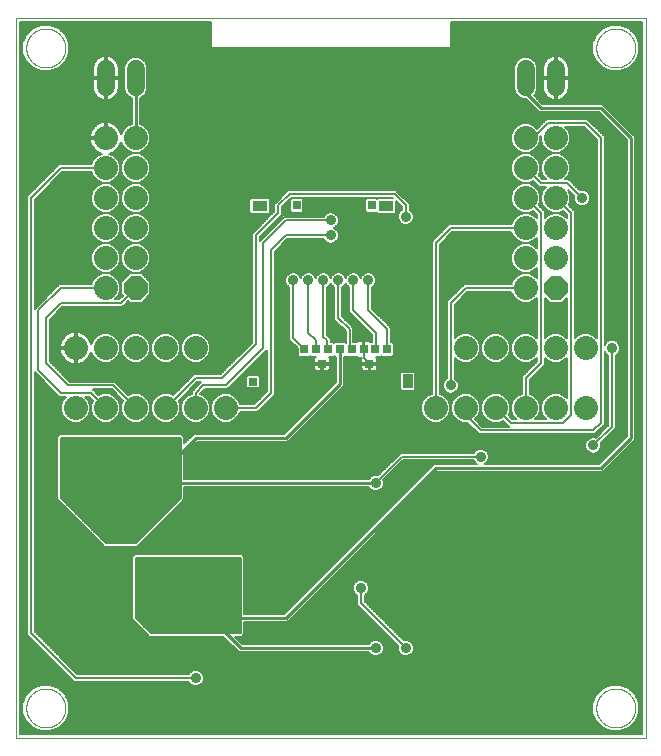
<source format=gbl>
G75*
%MOIN*%
%OFA0B0*%
%FSLAX25Y25*%
%IPPOS*%
%LPD*%
%AMOC8*
5,1,8,0,0,1.08239X$1,22.5*
%
%ADD10C,0.00000*%
%ADD11OC8,0.08000*%
%ADD12C,0.08000*%
%ADD13R,0.02756X0.02953*%
%ADD14R,0.02756X0.02559*%
%ADD15R,0.03366X0.04528*%
%ADD16R,0.04724X0.03346*%
%ADD17R,0.02559X0.02953*%
%ADD18R,0.05118X0.03346*%
%ADD19C,0.06000*%
%ADD20C,0.03562*%
%ADD21C,0.00800*%
%ADD22C,0.00600*%
%ADD23C,0.01000*%
D10*
X0002274Y0002274D02*
X0002274Y0242274D01*
X0212274Y0242274D01*
X0212274Y0002274D01*
X0002274Y0002274D01*
X0005778Y0012274D02*
X0005780Y0012435D01*
X0005786Y0012595D01*
X0005796Y0012756D01*
X0005810Y0012916D01*
X0005828Y0013075D01*
X0005849Y0013235D01*
X0005875Y0013393D01*
X0005905Y0013551D01*
X0005938Y0013708D01*
X0005976Y0013865D01*
X0006017Y0014020D01*
X0006062Y0014174D01*
X0006111Y0014327D01*
X0006164Y0014479D01*
X0006220Y0014629D01*
X0006280Y0014778D01*
X0006344Y0014926D01*
X0006411Y0015072D01*
X0006482Y0015216D01*
X0006557Y0015358D01*
X0006635Y0015499D01*
X0006716Y0015637D01*
X0006801Y0015774D01*
X0006890Y0015908D01*
X0006981Y0016040D01*
X0007076Y0016170D01*
X0007174Y0016297D01*
X0007275Y0016422D01*
X0007379Y0016545D01*
X0007486Y0016664D01*
X0007596Y0016781D01*
X0007709Y0016896D01*
X0007825Y0017007D01*
X0007943Y0017116D01*
X0008064Y0017221D01*
X0008188Y0017324D01*
X0008314Y0017424D01*
X0008443Y0017520D01*
X0008574Y0017613D01*
X0008707Y0017703D01*
X0008842Y0017790D01*
X0008980Y0017873D01*
X0009119Y0017952D01*
X0009261Y0018029D01*
X0009404Y0018102D01*
X0009549Y0018171D01*
X0009696Y0018236D01*
X0009844Y0018298D01*
X0009994Y0018357D01*
X0010145Y0018411D01*
X0010297Y0018462D01*
X0010451Y0018509D01*
X0010606Y0018552D01*
X0010761Y0018591D01*
X0010918Y0018627D01*
X0011076Y0018659D01*
X0011234Y0018686D01*
X0011393Y0018710D01*
X0011552Y0018730D01*
X0011712Y0018746D01*
X0011873Y0018758D01*
X0012033Y0018766D01*
X0012194Y0018770D01*
X0012354Y0018770D01*
X0012515Y0018766D01*
X0012675Y0018758D01*
X0012836Y0018746D01*
X0012996Y0018730D01*
X0013155Y0018710D01*
X0013314Y0018686D01*
X0013472Y0018659D01*
X0013630Y0018627D01*
X0013787Y0018591D01*
X0013942Y0018552D01*
X0014097Y0018509D01*
X0014251Y0018462D01*
X0014403Y0018411D01*
X0014554Y0018357D01*
X0014704Y0018298D01*
X0014852Y0018236D01*
X0014999Y0018171D01*
X0015144Y0018102D01*
X0015287Y0018029D01*
X0015429Y0017952D01*
X0015568Y0017873D01*
X0015706Y0017790D01*
X0015841Y0017703D01*
X0015974Y0017613D01*
X0016105Y0017520D01*
X0016234Y0017424D01*
X0016360Y0017324D01*
X0016484Y0017221D01*
X0016605Y0017116D01*
X0016723Y0017007D01*
X0016839Y0016896D01*
X0016952Y0016781D01*
X0017062Y0016664D01*
X0017169Y0016545D01*
X0017273Y0016422D01*
X0017374Y0016297D01*
X0017472Y0016170D01*
X0017567Y0016040D01*
X0017658Y0015908D01*
X0017747Y0015774D01*
X0017832Y0015637D01*
X0017913Y0015499D01*
X0017991Y0015358D01*
X0018066Y0015216D01*
X0018137Y0015072D01*
X0018204Y0014926D01*
X0018268Y0014778D01*
X0018328Y0014629D01*
X0018384Y0014479D01*
X0018437Y0014327D01*
X0018486Y0014174D01*
X0018531Y0014020D01*
X0018572Y0013865D01*
X0018610Y0013708D01*
X0018643Y0013551D01*
X0018673Y0013393D01*
X0018699Y0013235D01*
X0018720Y0013075D01*
X0018738Y0012916D01*
X0018752Y0012756D01*
X0018762Y0012595D01*
X0018768Y0012435D01*
X0018770Y0012274D01*
X0018768Y0012113D01*
X0018762Y0011953D01*
X0018752Y0011792D01*
X0018738Y0011632D01*
X0018720Y0011473D01*
X0018699Y0011313D01*
X0018673Y0011155D01*
X0018643Y0010997D01*
X0018610Y0010840D01*
X0018572Y0010683D01*
X0018531Y0010528D01*
X0018486Y0010374D01*
X0018437Y0010221D01*
X0018384Y0010069D01*
X0018328Y0009919D01*
X0018268Y0009770D01*
X0018204Y0009622D01*
X0018137Y0009476D01*
X0018066Y0009332D01*
X0017991Y0009190D01*
X0017913Y0009049D01*
X0017832Y0008911D01*
X0017747Y0008774D01*
X0017658Y0008640D01*
X0017567Y0008508D01*
X0017472Y0008378D01*
X0017374Y0008251D01*
X0017273Y0008126D01*
X0017169Y0008003D01*
X0017062Y0007884D01*
X0016952Y0007767D01*
X0016839Y0007652D01*
X0016723Y0007541D01*
X0016605Y0007432D01*
X0016484Y0007327D01*
X0016360Y0007224D01*
X0016234Y0007124D01*
X0016105Y0007028D01*
X0015974Y0006935D01*
X0015841Y0006845D01*
X0015706Y0006758D01*
X0015568Y0006675D01*
X0015429Y0006596D01*
X0015287Y0006519D01*
X0015144Y0006446D01*
X0014999Y0006377D01*
X0014852Y0006312D01*
X0014704Y0006250D01*
X0014554Y0006191D01*
X0014403Y0006137D01*
X0014251Y0006086D01*
X0014097Y0006039D01*
X0013942Y0005996D01*
X0013787Y0005957D01*
X0013630Y0005921D01*
X0013472Y0005889D01*
X0013314Y0005862D01*
X0013155Y0005838D01*
X0012996Y0005818D01*
X0012836Y0005802D01*
X0012675Y0005790D01*
X0012515Y0005782D01*
X0012354Y0005778D01*
X0012194Y0005778D01*
X0012033Y0005782D01*
X0011873Y0005790D01*
X0011712Y0005802D01*
X0011552Y0005818D01*
X0011393Y0005838D01*
X0011234Y0005862D01*
X0011076Y0005889D01*
X0010918Y0005921D01*
X0010761Y0005957D01*
X0010606Y0005996D01*
X0010451Y0006039D01*
X0010297Y0006086D01*
X0010145Y0006137D01*
X0009994Y0006191D01*
X0009844Y0006250D01*
X0009696Y0006312D01*
X0009549Y0006377D01*
X0009404Y0006446D01*
X0009261Y0006519D01*
X0009119Y0006596D01*
X0008980Y0006675D01*
X0008842Y0006758D01*
X0008707Y0006845D01*
X0008574Y0006935D01*
X0008443Y0007028D01*
X0008314Y0007124D01*
X0008188Y0007224D01*
X0008064Y0007327D01*
X0007943Y0007432D01*
X0007825Y0007541D01*
X0007709Y0007652D01*
X0007596Y0007767D01*
X0007486Y0007884D01*
X0007379Y0008003D01*
X0007275Y0008126D01*
X0007174Y0008251D01*
X0007076Y0008378D01*
X0006981Y0008508D01*
X0006890Y0008640D01*
X0006801Y0008774D01*
X0006716Y0008911D01*
X0006635Y0009049D01*
X0006557Y0009190D01*
X0006482Y0009332D01*
X0006411Y0009476D01*
X0006344Y0009622D01*
X0006280Y0009770D01*
X0006220Y0009919D01*
X0006164Y0010069D01*
X0006111Y0010221D01*
X0006062Y0010374D01*
X0006017Y0010528D01*
X0005976Y0010683D01*
X0005938Y0010840D01*
X0005905Y0010997D01*
X0005875Y0011155D01*
X0005849Y0011313D01*
X0005828Y0011473D01*
X0005810Y0011632D01*
X0005796Y0011792D01*
X0005786Y0011953D01*
X0005780Y0012113D01*
X0005778Y0012274D01*
X0005778Y0232274D02*
X0005780Y0232435D01*
X0005786Y0232595D01*
X0005796Y0232756D01*
X0005810Y0232916D01*
X0005828Y0233075D01*
X0005849Y0233235D01*
X0005875Y0233393D01*
X0005905Y0233551D01*
X0005938Y0233708D01*
X0005976Y0233865D01*
X0006017Y0234020D01*
X0006062Y0234174D01*
X0006111Y0234327D01*
X0006164Y0234479D01*
X0006220Y0234629D01*
X0006280Y0234778D01*
X0006344Y0234926D01*
X0006411Y0235072D01*
X0006482Y0235216D01*
X0006557Y0235358D01*
X0006635Y0235499D01*
X0006716Y0235637D01*
X0006801Y0235774D01*
X0006890Y0235908D01*
X0006981Y0236040D01*
X0007076Y0236170D01*
X0007174Y0236297D01*
X0007275Y0236422D01*
X0007379Y0236545D01*
X0007486Y0236664D01*
X0007596Y0236781D01*
X0007709Y0236896D01*
X0007825Y0237007D01*
X0007943Y0237116D01*
X0008064Y0237221D01*
X0008188Y0237324D01*
X0008314Y0237424D01*
X0008443Y0237520D01*
X0008574Y0237613D01*
X0008707Y0237703D01*
X0008842Y0237790D01*
X0008980Y0237873D01*
X0009119Y0237952D01*
X0009261Y0238029D01*
X0009404Y0238102D01*
X0009549Y0238171D01*
X0009696Y0238236D01*
X0009844Y0238298D01*
X0009994Y0238357D01*
X0010145Y0238411D01*
X0010297Y0238462D01*
X0010451Y0238509D01*
X0010606Y0238552D01*
X0010761Y0238591D01*
X0010918Y0238627D01*
X0011076Y0238659D01*
X0011234Y0238686D01*
X0011393Y0238710D01*
X0011552Y0238730D01*
X0011712Y0238746D01*
X0011873Y0238758D01*
X0012033Y0238766D01*
X0012194Y0238770D01*
X0012354Y0238770D01*
X0012515Y0238766D01*
X0012675Y0238758D01*
X0012836Y0238746D01*
X0012996Y0238730D01*
X0013155Y0238710D01*
X0013314Y0238686D01*
X0013472Y0238659D01*
X0013630Y0238627D01*
X0013787Y0238591D01*
X0013942Y0238552D01*
X0014097Y0238509D01*
X0014251Y0238462D01*
X0014403Y0238411D01*
X0014554Y0238357D01*
X0014704Y0238298D01*
X0014852Y0238236D01*
X0014999Y0238171D01*
X0015144Y0238102D01*
X0015287Y0238029D01*
X0015429Y0237952D01*
X0015568Y0237873D01*
X0015706Y0237790D01*
X0015841Y0237703D01*
X0015974Y0237613D01*
X0016105Y0237520D01*
X0016234Y0237424D01*
X0016360Y0237324D01*
X0016484Y0237221D01*
X0016605Y0237116D01*
X0016723Y0237007D01*
X0016839Y0236896D01*
X0016952Y0236781D01*
X0017062Y0236664D01*
X0017169Y0236545D01*
X0017273Y0236422D01*
X0017374Y0236297D01*
X0017472Y0236170D01*
X0017567Y0236040D01*
X0017658Y0235908D01*
X0017747Y0235774D01*
X0017832Y0235637D01*
X0017913Y0235499D01*
X0017991Y0235358D01*
X0018066Y0235216D01*
X0018137Y0235072D01*
X0018204Y0234926D01*
X0018268Y0234778D01*
X0018328Y0234629D01*
X0018384Y0234479D01*
X0018437Y0234327D01*
X0018486Y0234174D01*
X0018531Y0234020D01*
X0018572Y0233865D01*
X0018610Y0233708D01*
X0018643Y0233551D01*
X0018673Y0233393D01*
X0018699Y0233235D01*
X0018720Y0233075D01*
X0018738Y0232916D01*
X0018752Y0232756D01*
X0018762Y0232595D01*
X0018768Y0232435D01*
X0018770Y0232274D01*
X0018768Y0232113D01*
X0018762Y0231953D01*
X0018752Y0231792D01*
X0018738Y0231632D01*
X0018720Y0231473D01*
X0018699Y0231313D01*
X0018673Y0231155D01*
X0018643Y0230997D01*
X0018610Y0230840D01*
X0018572Y0230683D01*
X0018531Y0230528D01*
X0018486Y0230374D01*
X0018437Y0230221D01*
X0018384Y0230069D01*
X0018328Y0229919D01*
X0018268Y0229770D01*
X0018204Y0229622D01*
X0018137Y0229476D01*
X0018066Y0229332D01*
X0017991Y0229190D01*
X0017913Y0229049D01*
X0017832Y0228911D01*
X0017747Y0228774D01*
X0017658Y0228640D01*
X0017567Y0228508D01*
X0017472Y0228378D01*
X0017374Y0228251D01*
X0017273Y0228126D01*
X0017169Y0228003D01*
X0017062Y0227884D01*
X0016952Y0227767D01*
X0016839Y0227652D01*
X0016723Y0227541D01*
X0016605Y0227432D01*
X0016484Y0227327D01*
X0016360Y0227224D01*
X0016234Y0227124D01*
X0016105Y0227028D01*
X0015974Y0226935D01*
X0015841Y0226845D01*
X0015706Y0226758D01*
X0015568Y0226675D01*
X0015429Y0226596D01*
X0015287Y0226519D01*
X0015144Y0226446D01*
X0014999Y0226377D01*
X0014852Y0226312D01*
X0014704Y0226250D01*
X0014554Y0226191D01*
X0014403Y0226137D01*
X0014251Y0226086D01*
X0014097Y0226039D01*
X0013942Y0225996D01*
X0013787Y0225957D01*
X0013630Y0225921D01*
X0013472Y0225889D01*
X0013314Y0225862D01*
X0013155Y0225838D01*
X0012996Y0225818D01*
X0012836Y0225802D01*
X0012675Y0225790D01*
X0012515Y0225782D01*
X0012354Y0225778D01*
X0012194Y0225778D01*
X0012033Y0225782D01*
X0011873Y0225790D01*
X0011712Y0225802D01*
X0011552Y0225818D01*
X0011393Y0225838D01*
X0011234Y0225862D01*
X0011076Y0225889D01*
X0010918Y0225921D01*
X0010761Y0225957D01*
X0010606Y0225996D01*
X0010451Y0226039D01*
X0010297Y0226086D01*
X0010145Y0226137D01*
X0009994Y0226191D01*
X0009844Y0226250D01*
X0009696Y0226312D01*
X0009549Y0226377D01*
X0009404Y0226446D01*
X0009261Y0226519D01*
X0009119Y0226596D01*
X0008980Y0226675D01*
X0008842Y0226758D01*
X0008707Y0226845D01*
X0008574Y0226935D01*
X0008443Y0227028D01*
X0008314Y0227124D01*
X0008188Y0227224D01*
X0008064Y0227327D01*
X0007943Y0227432D01*
X0007825Y0227541D01*
X0007709Y0227652D01*
X0007596Y0227767D01*
X0007486Y0227884D01*
X0007379Y0228003D01*
X0007275Y0228126D01*
X0007174Y0228251D01*
X0007076Y0228378D01*
X0006981Y0228508D01*
X0006890Y0228640D01*
X0006801Y0228774D01*
X0006716Y0228911D01*
X0006635Y0229049D01*
X0006557Y0229190D01*
X0006482Y0229332D01*
X0006411Y0229476D01*
X0006344Y0229622D01*
X0006280Y0229770D01*
X0006220Y0229919D01*
X0006164Y0230069D01*
X0006111Y0230221D01*
X0006062Y0230374D01*
X0006017Y0230528D01*
X0005976Y0230683D01*
X0005938Y0230840D01*
X0005905Y0230997D01*
X0005875Y0231155D01*
X0005849Y0231313D01*
X0005828Y0231473D01*
X0005810Y0231632D01*
X0005796Y0231792D01*
X0005786Y0231953D01*
X0005780Y0232113D01*
X0005778Y0232274D01*
X0195778Y0232274D02*
X0195780Y0232435D01*
X0195786Y0232595D01*
X0195796Y0232756D01*
X0195810Y0232916D01*
X0195828Y0233075D01*
X0195849Y0233235D01*
X0195875Y0233393D01*
X0195905Y0233551D01*
X0195938Y0233708D01*
X0195976Y0233865D01*
X0196017Y0234020D01*
X0196062Y0234174D01*
X0196111Y0234327D01*
X0196164Y0234479D01*
X0196220Y0234629D01*
X0196280Y0234778D01*
X0196344Y0234926D01*
X0196411Y0235072D01*
X0196482Y0235216D01*
X0196557Y0235358D01*
X0196635Y0235499D01*
X0196716Y0235637D01*
X0196801Y0235774D01*
X0196890Y0235908D01*
X0196981Y0236040D01*
X0197076Y0236170D01*
X0197174Y0236297D01*
X0197275Y0236422D01*
X0197379Y0236545D01*
X0197486Y0236664D01*
X0197596Y0236781D01*
X0197709Y0236896D01*
X0197825Y0237007D01*
X0197943Y0237116D01*
X0198064Y0237221D01*
X0198188Y0237324D01*
X0198314Y0237424D01*
X0198443Y0237520D01*
X0198574Y0237613D01*
X0198707Y0237703D01*
X0198842Y0237790D01*
X0198980Y0237873D01*
X0199119Y0237952D01*
X0199261Y0238029D01*
X0199404Y0238102D01*
X0199549Y0238171D01*
X0199696Y0238236D01*
X0199844Y0238298D01*
X0199994Y0238357D01*
X0200145Y0238411D01*
X0200297Y0238462D01*
X0200451Y0238509D01*
X0200606Y0238552D01*
X0200761Y0238591D01*
X0200918Y0238627D01*
X0201076Y0238659D01*
X0201234Y0238686D01*
X0201393Y0238710D01*
X0201552Y0238730D01*
X0201712Y0238746D01*
X0201873Y0238758D01*
X0202033Y0238766D01*
X0202194Y0238770D01*
X0202354Y0238770D01*
X0202515Y0238766D01*
X0202675Y0238758D01*
X0202836Y0238746D01*
X0202996Y0238730D01*
X0203155Y0238710D01*
X0203314Y0238686D01*
X0203472Y0238659D01*
X0203630Y0238627D01*
X0203787Y0238591D01*
X0203942Y0238552D01*
X0204097Y0238509D01*
X0204251Y0238462D01*
X0204403Y0238411D01*
X0204554Y0238357D01*
X0204704Y0238298D01*
X0204852Y0238236D01*
X0204999Y0238171D01*
X0205144Y0238102D01*
X0205287Y0238029D01*
X0205429Y0237952D01*
X0205568Y0237873D01*
X0205706Y0237790D01*
X0205841Y0237703D01*
X0205974Y0237613D01*
X0206105Y0237520D01*
X0206234Y0237424D01*
X0206360Y0237324D01*
X0206484Y0237221D01*
X0206605Y0237116D01*
X0206723Y0237007D01*
X0206839Y0236896D01*
X0206952Y0236781D01*
X0207062Y0236664D01*
X0207169Y0236545D01*
X0207273Y0236422D01*
X0207374Y0236297D01*
X0207472Y0236170D01*
X0207567Y0236040D01*
X0207658Y0235908D01*
X0207747Y0235774D01*
X0207832Y0235637D01*
X0207913Y0235499D01*
X0207991Y0235358D01*
X0208066Y0235216D01*
X0208137Y0235072D01*
X0208204Y0234926D01*
X0208268Y0234778D01*
X0208328Y0234629D01*
X0208384Y0234479D01*
X0208437Y0234327D01*
X0208486Y0234174D01*
X0208531Y0234020D01*
X0208572Y0233865D01*
X0208610Y0233708D01*
X0208643Y0233551D01*
X0208673Y0233393D01*
X0208699Y0233235D01*
X0208720Y0233075D01*
X0208738Y0232916D01*
X0208752Y0232756D01*
X0208762Y0232595D01*
X0208768Y0232435D01*
X0208770Y0232274D01*
X0208768Y0232113D01*
X0208762Y0231953D01*
X0208752Y0231792D01*
X0208738Y0231632D01*
X0208720Y0231473D01*
X0208699Y0231313D01*
X0208673Y0231155D01*
X0208643Y0230997D01*
X0208610Y0230840D01*
X0208572Y0230683D01*
X0208531Y0230528D01*
X0208486Y0230374D01*
X0208437Y0230221D01*
X0208384Y0230069D01*
X0208328Y0229919D01*
X0208268Y0229770D01*
X0208204Y0229622D01*
X0208137Y0229476D01*
X0208066Y0229332D01*
X0207991Y0229190D01*
X0207913Y0229049D01*
X0207832Y0228911D01*
X0207747Y0228774D01*
X0207658Y0228640D01*
X0207567Y0228508D01*
X0207472Y0228378D01*
X0207374Y0228251D01*
X0207273Y0228126D01*
X0207169Y0228003D01*
X0207062Y0227884D01*
X0206952Y0227767D01*
X0206839Y0227652D01*
X0206723Y0227541D01*
X0206605Y0227432D01*
X0206484Y0227327D01*
X0206360Y0227224D01*
X0206234Y0227124D01*
X0206105Y0227028D01*
X0205974Y0226935D01*
X0205841Y0226845D01*
X0205706Y0226758D01*
X0205568Y0226675D01*
X0205429Y0226596D01*
X0205287Y0226519D01*
X0205144Y0226446D01*
X0204999Y0226377D01*
X0204852Y0226312D01*
X0204704Y0226250D01*
X0204554Y0226191D01*
X0204403Y0226137D01*
X0204251Y0226086D01*
X0204097Y0226039D01*
X0203942Y0225996D01*
X0203787Y0225957D01*
X0203630Y0225921D01*
X0203472Y0225889D01*
X0203314Y0225862D01*
X0203155Y0225838D01*
X0202996Y0225818D01*
X0202836Y0225802D01*
X0202675Y0225790D01*
X0202515Y0225782D01*
X0202354Y0225778D01*
X0202194Y0225778D01*
X0202033Y0225782D01*
X0201873Y0225790D01*
X0201712Y0225802D01*
X0201552Y0225818D01*
X0201393Y0225838D01*
X0201234Y0225862D01*
X0201076Y0225889D01*
X0200918Y0225921D01*
X0200761Y0225957D01*
X0200606Y0225996D01*
X0200451Y0226039D01*
X0200297Y0226086D01*
X0200145Y0226137D01*
X0199994Y0226191D01*
X0199844Y0226250D01*
X0199696Y0226312D01*
X0199549Y0226377D01*
X0199404Y0226446D01*
X0199261Y0226519D01*
X0199119Y0226596D01*
X0198980Y0226675D01*
X0198842Y0226758D01*
X0198707Y0226845D01*
X0198574Y0226935D01*
X0198443Y0227028D01*
X0198314Y0227124D01*
X0198188Y0227224D01*
X0198064Y0227327D01*
X0197943Y0227432D01*
X0197825Y0227541D01*
X0197709Y0227652D01*
X0197596Y0227767D01*
X0197486Y0227884D01*
X0197379Y0228003D01*
X0197275Y0228126D01*
X0197174Y0228251D01*
X0197076Y0228378D01*
X0196981Y0228508D01*
X0196890Y0228640D01*
X0196801Y0228774D01*
X0196716Y0228911D01*
X0196635Y0229049D01*
X0196557Y0229190D01*
X0196482Y0229332D01*
X0196411Y0229476D01*
X0196344Y0229622D01*
X0196280Y0229770D01*
X0196220Y0229919D01*
X0196164Y0230069D01*
X0196111Y0230221D01*
X0196062Y0230374D01*
X0196017Y0230528D01*
X0195976Y0230683D01*
X0195938Y0230840D01*
X0195905Y0230997D01*
X0195875Y0231155D01*
X0195849Y0231313D01*
X0195828Y0231473D01*
X0195810Y0231632D01*
X0195796Y0231792D01*
X0195786Y0231953D01*
X0195780Y0232113D01*
X0195778Y0232274D01*
X0195778Y0012274D02*
X0195780Y0012435D01*
X0195786Y0012595D01*
X0195796Y0012756D01*
X0195810Y0012916D01*
X0195828Y0013075D01*
X0195849Y0013235D01*
X0195875Y0013393D01*
X0195905Y0013551D01*
X0195938Y0013708D01*
X0195976Y0013865D01*
X0196017Y0014020D01*
X0196062Y0014174D01*
X0196111Y0014327D01*
X0196164Y0014479D01*
X0196220Y0014629D01*
X0196280Y0014778D01*
X0196344Y0014926D01*
X0196411Y0015072D01*
X0196482Y0015216D01*
X0196557Y0015358D01*
X0196635Y0015499D01*
X0196716Y0015637D01*
X0196801Y0015774D01*
X0196890Y0015908D01*
X0196981Y0016040D01*
X0197076Y0016170D01*
X0197174Y0016297D01*
X0197275Y0016422D01*
X0197379Y0016545D01*
X0197486Y0016664D01*
X0197596Y0016781D01*
X0197709Y0016896D01*
X0197825Y0017007D01*
X0197943Y0017116D01*
X0198064Y0017221D01*
X0198188Y0017324D01*
X0198314Y0017424D01*
X0198443Y0017520D01*
X0198574Y0017613D01*
X0198707Y0017703D01*
X0198842Y0017790D01*
X0198980Y0017873D01*
X0199119Y0017952D01*
X0199261Y0018029D01*
X0199404Y0018102D01*
X0199549Y0018171D01*
X0199696Y0018236D01*
X0199844Y0018298D01*
X0199994Y0018357D01*
X0200145Y0018411D01*
X0200297Y0018462D01*
X0200451Y0018509D01*
X0200606Y0018552D01*
X0200761Y0018591D01*
X0200918Y0018627D01*
X0201076Y0018659D01*
X0201234Y0018686D01*
X0201393Y0018710D01*
X0201552Y0018730D01*
X0201712Y0018746D01*
X0201873Y0018758D01*
X0202033Y0018766D01*
X0202194Y0018770D01*
X0202354Y0018770D01*
X0202515Y0018766D01*
X0202675Y0018758D01*
X0202836Y0018746D01*
X0202996Y0018730D01*
X0203155Y0018710D01*
X0203314Y0018686D01*
X0203472Y0018659D01*
X0203630Y0018627D01*
X0203787Y0018591D01*
X0203942Y0018552D01*
X0204097Y0018509D01*
X0204251Y0018462D01*
X0204403Y0018411D01*
X0204554Y0018357D01*
X0204704Y0018298D01*
X0204852Y0018236D01*
X0204999Y0018171D01*
X0205144Y0018102D01*
X0205287Y0018029D01*
X0205429Y0017952D01*
X0205568Y0017873D01*
X0205706Y0017790D01*
X0205841Y0017703D01*
X0205974Y0017613D01*
X0206105Y0017520D01*
X0206234Y0017424D01*
X0206360Y0017324D01*
X0206484Y0017221D01*
X0206605Y0017116D01*
X0206723Y0017007D01*
X0206839Y0016896D01*
X0206952Y0016781D01*
X0207062Y0016664D01*
X0207169Y0016545D01*
X0207273Y0016422D01*
X0207374Y0016297D01*
X0207472Y0016170D01*
X0207567Y0016040D01*
X0207658Y0015908D01*
X0207747Y0015774D01*
X0207832Y0015637D01*
X0207913Y0015499D01*
X0207991Y0015358D01*
X0208066Y0015216D01*
X0208137Y0015072D01*
X0208204Y0014926D01*
X0208268Y0014778D01*
X0208328Y0014629D01*
X0208384Y0014479D01*
X0208437Y0014327D01*
X0208486Y0014174D01*
X0208531Y0014020D01*
X0208572Y0013865D01*
X0208610Y0013708D01*
X0208643Y0013551D01*
X0208673Y0013393D01*
X0208699Y0013235D01*
X0208720Y0013075D01*
X0208738Y0012916D01*
X0208752Y0012756D01*
X0208762Y0012595D01*
X0208768Y0012435D01*
X0208770Y0012274D01*
X0208768Y0012113D01*
X0208762Y0011953D01*
X0208752Y0011792D01*
X0208738Y0011632D01*
X0208720Y0011473D01*
X0208699Y0011313D01*
X0208673Y0011155D01*
X0208643Y0010997D01*
X0208610Y0010840D01*
X0208572Y0010683D01*
X0208531Y0010528D01*
X0208486Y0010374D01*
X0208437Y0010221D01*
X0208384Y0010069D01*
X0208328Y0009919D01*
X0208268Y0009770D01*
X0208204Y0009622D01*
X0208137Y0009476D01*
X0208066Y0009332D01*
X0207991Y0009190D01*
X0207913Y0009049D01*
X0207832Y0008911D01*
X0207747Y0008774D01*
X0207658Y0008640D01*
X0207567Y0008508D01*
X0207472Y0008378D01*
X0207374Y0008251D01*
X0207273Y0008126D01*
X0207169Y0008003D01*
X0207062Y0007884D01*
X0206952Y0007767D01*
X0206839Y0007652D01*
X0206723Y0007541D01*
X0206605Y0007432D01*
X0206484Y0007327D01*
X0206360Y0007224D01*
X0206234Y0007124D01*
X0206105Y0007028D01*
X0205974Y0006935D01*
X0205841Y0006845D01*
X0205706Y0006758D01*
X0205568Y0006675D01*
X0205429Y0006596D01*
X0205287Y0006519D01*
X0205144Y0006446D01*
X0204999Y0006377D01*
X0204852Y0006312D01*
X0204704Y0006250D01*
X0204554Y0006191D01*
X0204403Y0006137D01*
X0204251Y0006086D01*
X0204097Y0006039D01*
X0203942Y0005996D01*
X0203787Y0005957D01*
X0203630Y0005921D01*
X0203472Y0005889D01*
X0203314Y0005862D01*
X0203155Y0005838D01*
X0202996Y0005818D01*
X0202836Y0005802D01*
X0202675Y0005790D01*
X0202515Y0005782D01*
X0202354Y0005778D01*
X0202194Y0005778D01*
X0202033Y0005782D01*
X0201873Y0005790D01*
X0201712Y0005802D01*
X0201552Y0005818D01*
X0201393Y0005838D01*
X0201234Y0005862D01*
X0201076Y0005889D01*
X0200918Y0005921D01*
X0200761Y0005957D01*
X0200606Y0005996D01*
X0200451Y0006039D01*
X0200297Y0006086D01*
X0200145Y0006137D01*
X0199994Y0006191D01*
X0199844Y0006250D01*
X0199696Y0006312D01*
X0199549Y0006377D01*
X0199404Y0006446D01*
X0199261Y0006519D01*
X0199119Y0006596D01*
X0198980Y0006675D01*
X0198842Y0006758D01*
X0198707Y0006845D01*
X0198574Y0006935D01*
X0198443Y0007028D01*
X0198314Y0007124D01*
X0198188Y0007224D01*
X0198064Y0007327D01*
X0197943Y0007432D01*
X0197825Y0007541D01*
X0197709Y0007652D01*
X0197596Y0007767D01*
X0197486Y0007884D01*
X0197379Y0008003D01*
X0197275Y0008126D01*
X0197174Y0008251D01*
X0197076Y0008378D01*
X0196981Y0008508D01*
X0196890Y0008640D01*
X0196801Y0008774D01*
X0196716Y0008911D01*
X0196635Y0009049D01*
X0196557Y0009190D01*
X0196482Y0009332D01*
X0196411Y0009476D01*
X0196344Y0009622D01*
X0196280Y0009770D01*
X0196220Y0009919D01*
X0196164Y0010069D01*
X0196111Y0010221D01*
X0196062Y0010374D01*
X0196017Y0010528D01*
X0195976Y0010683D01*
X0195938Y0010840D01*
X0195905Y0010997D01*
X0195875Y0011155D01*
X0195849Y0011313D01*
X0195828Y0011473D01*
X0195810Y0011632D01*
X0195796Y0011792D01*
X0195786Y0011953D01*
X0195780Y0012113D01*
X0195778Y0012274D01*
D11*
X0182274Y0152274D03*
X0042274Y0152274D03*
D12*
X0042274Y0162274D03*
X0042274Y0172274D03*
X0042274Y0182274D03*
X0042274Y0192274D03*
X0042274Y0202274D03*
X0032274Y0202274D03*
X0032274Y0192274D03*
X0032274Y0182274D03*
X0032274Y0172274D03*
X0032274Y0162274D03*
X0032274Y0152274D03*
X0032274Y0132274D03*
X0042274Y0132274D03*
X0052274Y0132274D03*
X0062274Y0132274D03*
X0062274Y0112274D03*
X0072274Y0112274D03*
X0052274Y0112274D03*
X0042274Y0112274D03*
X0032274Y0112274D03*
X0022274Y0112274D03*
X0022274Y0132274D03*
X0142274Y0112274D03*
X0152274Y0112274D03*
X0162274Y0112274D03*
X0172274Y0112274D03*
X0182274Y0112274D03*
X0192274Y0112274D03*
X0192274Y0132274D03*
X0182274Y0132274D03*
X0172274Y0132274D03*
X0162274Y0132274D03*
X0152274Y0132274D03*
X0172274Y0152274D03*
X0172274Y0162274D03*
X0172274Y0172274D03*
X0172274Y0182274D03*
X0172274Y0192274D03*
X0172274Y0202274D03*
X0182274Y0202274D03*
X0182274Y0192274D03*
X0182274Y0182274D03*
X0182274Y0172274D03*
X0182274Y0162274D03*
D13*
X0126073Y0131781D03*
X0122136Y0131781D03*
X0118199Y0131781D03*
X0114262Y0131781D03*
X0110325Y0131781D03*
X0106388Y0131781D03*
X0102451Y0131781D03*
X0098514Y0131781D03*
D14*
X0104419Y0127057D03*
X0120167Y0127057D03*
X0081388Y0120955D03*
D15*
X0132923Y0121152D03*
D16*
X0125827Y0179616D03*
D17*
X0120955Y0179813D03*
X0095955Y0179813D03*
D18*
X0083602Y0179616D03*
D19*
X0042274Y0219274D02*
X0042274Y0225274D01*
X0032274Y0225274D02*
X0032274Y0219274D01*
X0172274Y0219274D02*
X0172274Y0225274D01*
X0182274Y0225274D02*
X0182274Y0219274D01*
D20*
X0192274Y0197274D03*
X0191024Y0182274D03*
X0192274Y0157274D03*
X0182274Y0142274D03*
X0177274Y0119774D03*
X0167274Y0119774D03*
X0147274Y0119774D03*
X0157274Y0096024D03*
X0164774Y0079774D03*
X0134774Y0062274D03*
X0117274Y0052274D03*
X0122274Y0032274D03*
X0132274Y0032274D03*
X0164774Y0044774D03*
X0122274Y0087274D03*
X0109774Y0137274D03*
X0109774Y0154774D03*
X0114774Y0154774D03*
X0119774Y0154774D03*
X0107274Y0169774D03*
X0107274Y0174774D03*
X0107274Y0187274D03*
X0112274Y0187274D03*
X0117274Y0187274D03*
X0122274Y0187274D03*
X0122274Y0192274D03*
X0122274Y0197274D03*
X0122274Y0202274D03*
X0122274Y0207274D03*
X0122274Y0212274D03*
X0122274Y0217274D03*
X0127274Y0217274D03*
X0127274Y0222274D03*
X0132274Y0222274D03*
X0132274Y0217274D03*
X0132274Y0212274D03*
X0132274Y0207274D03*
X0132274Y0202274D03*
X0132274Y0197274D03*
X0132274Y0192274D03*
X0132274Y0187274D03*
X0127274Y0187274D03*
X0127274Y0192274D03*
X0127274Y0197274D03*
X0127274Y0202274D03*
X0127274Y0207274D03*
X0127274Y0212274D03*
X0112274Y0227274D03*
X0107274Y0227274D03*
X0107274Y0222274D03*
X0102274Y0227274D03*
X0092274Y0217274D03*
X0092274Y0212274D03*
X0092274Y0207274D03*
X0092274Y0202274D03*
X0092274Y0197274D03*
X0092274Y0192274D03*
X0092274Y0187274D03*
X0097274Y0187274D03*
X0102274Y0187274D03*
X0087274Y0187274D03*
X0087274Y0192274D03*
X0087274Y0197274D03*
X0087274Y0202274D03*
X0087274Y0207274D03*
X0087274Y0212274D03*
X0087274Y0217274D03*
X0087274Y0222274D03*
X0082274Y0222274D03*
X0082274Y0217274D03*
X0082274Y0212274D03*
X0082274Y0207274D03*
X0082274Y0202274D03*
X0082274Y0197274D03*
X0082274Y0192274D03*
X0082274Y0187274D03*
X0062274Y0197274D03*
X0047274Y0212274D03*
X0012274Y0177274D03*
X0037274Y0142274D03*
X0037274Y0097274D03*
X0042274Y0097274D03*
X0042274Y0092274D03*
X0042274Y0087274D03*
X0037274Y0087274D03*
X0037274Y0092274D03*
X0032274Y0092274D03*
X0032274Y0087274D03*
X0027274Y0087274D03*
X0027274Y0092274D03*
X0027274Y0097274D03*
X0022274Y0097274D03*
X0022274Y0092274D03*
X0022274Y0087274D03*
X0032274Y0097274D03*
X0047274Y0087274D03*
X0072274Y0047274D03*
X0067274Y0042274D03*
X0062274Y0022274D03*
X0094774Y0154774D03*
X0099774Y0154774D03*
X0104774Y0154774D03*
X0132274Y0176024D03*
X0137274Y0162274D03*
X0194774Y0099774D03*
X0201024Y0132274D03*
D21*
X0201024Y0106024D01*
X0194774Y0099774D01*
X0194774Y0104774D02*
X0197274Y0107274D01*
X0197274Y0202274D01*
X0192274Y0207274D01*
X0179774Y0207274D01*
X0174774Y0202274D01*
X0172274Y0202274D01*
X0172274Y0192274D02*
X0168524Y0192274D01*
X0172274Y0192274D02*
X0177274Y0187274D01*
X0186024Y0187274D01*
X0191024Y0182274D01*
X0187274Y0177274D02*
X0182274Y0182274D01*
X0177274Y0177274D02*
X0172274Y0182274D01*
X0177274Y0177274D02*
X0177274Y0127274D01*
X0172274Y0122274D01*
X0172274Y0112274D01*
X0167274Y0107274D02*
X0184774Y0107274D01*
X0187274Y0109774D01*
X0187274Y0177274D01*
X0172274Y0172274D02*
X0147274Y0172274D01*
X0142274Y0167274D01*
X0142274Y0112274D01*
X0147274Y0119774D02*
X0147274Y0147274D01*
X0152274Y0152274D01*
X0172274Y0152274D01*
X0162274Y0112274D02*
X0167274Y0107274D01*
X0157274Y0104774D02*
X0194774Y0104774D01*
X0164774Y0079774D02*
X0157274Y0072274D01*
X0157274Y0067274D01*
X0152274Y0062274D01*
X0157274Y0057274D01*
X0157274Y0052274D01*
X0164774Y0044774D01*
X0152274Y0062274D02*
X0134774Y0062274D01*
X0117274Y0052274D02*
X0117274Y0047274D01*
X0132274Y0032274D01*
X0157274Y0104774D02*
X0152274Y0109774D01*
X0152274Y0112274D01*
X0126073Y0131781D02*
X0126024Y0131831D01*
X0126024Y0138524D01*
X0119774Y0144774D01*
X0119774Y0154774D01*
X0114774Y0154774D02*
X0114774Y0144774D01*
X0122274Y0137274D01*
X0122274Y0131919D01*
X0122136Y0131781D01*
X0118199Y0131781D02*
X0118199Y0129026D01*
X0120167Y0127057D01*
X0114262Y0131781D02*
X0113524Y0132520D01*
X0113524Y0138524D01*
X0109774Y0142274D01*
X0109774Y0154774D01*
X0104774Y0154774D02*
X0104774Y0136024D01*
X0106024Y0134774D01*
X0106024Y0132146D01*
X0106388Y0131781D01*
X0102451Y0131781D02*
X0102274Y0131959D01*
X0102274Y0134774D01*
X0099774Y0137274D01*
X0099774Y0154774D01*
X0094774Y0154774D02*
X0094774Y0135522D01*
X0098514Y0131781D01*
X0087274Y0117274D02*
X0082274Y0112274D01*
X0072274Y0112274D01*
X0072274Y0119774D02*
X0064774Y0119774D01*
X0062274Y0117274D01*
X0062274Y0112274D01*
X0062274Y0122274D02*
X0052274Y0112274D01*
X0042274Y0112274D02*
X0034774Y0119774D01*
X0019774Y0119774D01*
X0012274Y0127274D01*
X0012274Y0142274D01*
X0017274Y0147274D01*
X0037274Y0147274D01*
X0042274Y0152274D01*
X0032274Y0152274D02*
X0017274Y0152274D01*
X0009774Y0144774D01*
X0009774Y0124774D01*
X0017274Y0117274D01*
X0027274Y0117274D01*
X0032274Y0112274D01*
X0062274Y0122274D02*
X0071024Y0122274D01*
X0082274Y0133524D01*
X0082274Y0169774D01*
X0089774Y0177274D01*
X0089774Y0179774D01*
X0093524Y0183524D01*
X0128524Y0183524D01*
X0132274Y0179774D01*
X0132274Y0176024D01*
X0107274Y0174774D02*
X0092274Y0174774D01*
X0084774Y0167274D01*
X0084774Y0132274D01*
X0072274Y0119774D01*
X0087274Y0117274D02*
X0087274Y0164774D01*
X0092274Y0169774D01*
X0107274Y0169774D01*
X0032274Y0192274D02*
X0017274Y0192274D01*
X0007274Y0182274D01*
X0007274Y0037274D01*
X0022274Y0022274D01*
X0062274Y0022274D01*
D22*
X0064783Y0023222D02*
X0210974Y0023222D01*
X0210974Y0023820D02*
X0064519Y0023820D01*
X0064547Y0023792D02*
X0063792Y0024547D01*
X0062807Y0024955D01*
X0061740Y0024955D01*
X0060755Y0024547D01*
X0060001Y0023792D01*
X0059910Y0023574D01*
X0022812Y0023574D01*
X0008574Y0037812D01*
X0008574Y0124135D01*
X0015974Y0116735D01*
X0016735Y0115974D01*
X0019044Y0115974D01*
X0018120Y0115049D01*
X0017374Y0113248D01*
X0017374Y0111299D01*
X0018120Y0109498D01*
X0019498Y0108120D01*
X0021299Y0107374D01*
X0023248Y0107374D01*
X0025049Y0108120D01*
X0026428Y0109498D01*
X0027174Y0111299D01*
X0027174Y0113248D01*
X0026428Y0115049D01*
X0025503Y0115974D01*
X0026735Y0115974D01*
X0027985Y0114724D01*
X0027374Y0113248D01*
X0027374Y0111299D01*
X0028120Y0109498D01*
X0029498Y0108120D01*
X0031299Y0107374D01*
X0033248Y0107374D01*
X0035049Y0108120D01*
X0036428Y0109498D01*
X0037174Y0111299D01*
X0037174Y0113248D01*
X0036428Y0115049D01*
X0035049Y0116428D01*
X0033248Y0117174D01*
X0031299Y0117174D01*
X0029823Y0116562D01*
X0027912Y0118474D01*
X0034235Y0118474D01*
X0037985Y0114724D01*
X0037374Y0113248D01*
X0037374Y0111299D01*
X0038120Y0109498D01*
X0039498Y0108120D01*
X0041299Y0107374D01*
X0043248Y0107374D01*
X0045049Y0108120D01*
X0046428Y0109498D01*
X0047174Y0111299D01*
X0047174Y0113248D01*
X0046428Y0115049D01*
X0045049Y0116428D01*
X0043248Y0117174D01*
X0041299Y0117174D01*
X0039823Y0116562D01*
X0035312Y0121074D01*
X0020312Y0121074D01*
X0013574Y0127812D01*
X0013574Y0141735D01*
X0017812Y0145974D01*
X0037812Y0145974D01*
X0038574Y0146735D01*
X0039728Y0147890D01*
X0040244Y0147374D01*
X0044303Y0147374D01*
X0047174Y0150244D01*
X0047174Y0154303D01*
X0044303Y0157174D01*
X0040244Y0157174D01*
X0037374Y0154303D01*
X0037374Y0150244D01*
X0037890Y0149728D01*
X0036735Y0148574D01*
X0035503Y0148574D01*
X0036428Y0149498D01*
X0037174Y0151299D01*
X0037174Y0153248D01*
X0036428Y0155049D01*
X0035049Y0156428D01*
X0033248Y0157174D01*
X0031299Y0157174D01*
X0029498Y0156428D01*
X0028120Y0155049D01*
X0027508Y0153574D01*
X0016735Y0153574D01*
X0009235Y0146074D01*
X0008574Y0145412D01*
X0008574Y0181735D01*
X0017812Y0190974D01*
X0027508Y0190974D01*
X0028120Y0189498D01*
X0029498Y0188120D01*
X0031299Y0187374D01*
X0033248Y0187374D01*
X0035049Y0188120D01*
X0036428Y0189498D01*
X0037174Y0191299D01*
X0037174Y0193248D01*
X0036428Y0195049D01*
X0035049Y0196428D01*
X0033443Y0197093D01*
X0033515Y0197104D01*
X0034308Y0197362D01*
X0035051Y0197741D01*
X0035726Y0198231D01*
X0036316Y0198821D01*
X0036807Y0199496D01*
X0037185Y0200239D01*
X0037443Y0201033D01*
X0037454Y0201104D01*
X0038120Y0199498D01*
X0039498Y0198120D01*
X0041299Y0197374D01*
X0043248Y0197374D01*
X0045049Y0198120D01*
X0046428Y0199498D01*
X0047174Y0201299D01*
X0047174Y0203248D01*
X0046428Y0205049D01*
X0045049Y0206428D01*
X0043674Y0206997D01*
X0043674Y0215632D01*
X0044483Y0215967D01*
X0045580Y0217064D01*
X0046174Y0218498D01*
X0046174Y0226049D01*
X0045580Y0227483D01*
X0044483Y0228580D01*
X0043049Y0229174D01*
X0041498Y0229174D01*
X0040064Y0228580D01*
X0038967Y0227483D01*
X0038374Y0226049D01*
X0038374Y0218498D01*
X0038967Y0217064D01*
X0040064Y0215967D01*
X0040874Y0215632D01*
X0040874Y0206997D01*
X0039498Y0206428D01*
X0038120Y0205049D01*
X0037454Y0203443D01*
X0037443Y0203515D01*
X0037185Y0204308D01*
X0036807Y0205051D01*
X0036316Y0205726D01*
X0035726Y0206316D01*
X0035051Y0206807D01*
X0034308Y0207185D01*
X0033515Y0207443D01*
X0032691Y0207574D01*
X0032574Y0207574D01*
X0032574Y0202574D01*
X0031974Y0202574D01*
X0031974Y0207574D01*
X0031856Y0207574D01*
X0031033Y0207443D01*
X0030239Y0207185D01*
X0029496Y0206807D01*
X0028821Y0206316D01*
X0028231Y0205726D01*
X0027741Y0205051D01*
X0027362Y0204308D01*
X0027104Y0203515D01*
X0026974Y0202691D01*
X0026974Y0202574D01*
X0031974Y0202574D01*
X0031974Y0201974D01*
X0026974Y0201974D01*
X0026974Y0201856D01*
X0027104Y0201033D01*
X0027362Y0200239D01*
X0027741Y0199496D01*
X0028231Y0198821D01*
X0028821Y0198231D01*
X0029496Y0197741D01*
X0030239Y0197362D01*
X0031033Y0197104D01*
X0031104Y0197093D01*
X0029498Y0196428D01*
X0028120Y0195049D01*
X0027508Y0193574D01*
X0016735Y0193574D01*
X0006735Y0183574D01*
X0005974Y0182812D01*
X0005974Y0036735D01*
X0020974Y0021735D01*
X0021735Y0020974D01*
X0059910Y0020974D01*
X0060001Y0020755D01*
X0060755Y0020001D01*
X0061740Y0019593D01*
X0062807Y0019593D01*
X0063792Y0020001D01*
X0064547Y0020755D01*
X0064955Y0021740D01*
X0064955Y0022807D01*
X0064547Y0023792D01*
X0063920Y0024419D02*
X0210974Y0024419D01*
X0210974Y0025017D02*
X0021369Y0025017D01*
X0021967Y0024419D02*
X0060627Y0024419D01*
X0060028Y0023820D02*
X0022566Y0023820D01*
X0020770Y0025616D02*
X0210974Y0025616D01*
X0210974Y0026214D02*
X0020172Y0026214D01*
X0019573Y0026813D02*
X0210974Y0026813D01*
X0210974Y0027411D02*
X0018975Y0027411D01*
X0018376Y0028010D02*
X0210974Y0028010D01*
X0210974Y0028608D02*
X0017778Y0028608D01*
X0017179Y0029207D02*
X0210974Y0029207D01*
X0210974Y0029805D02*
X0133320Y0029805D01*
X0133792Y0030001D02*
X0134547Y0030755D01*
X0134955Y0031740D01*
X0134955Y0032807D01*
X0134547Y0033792D01*
X0133792Y0034547D01*
X0132807Y0034955D01*
X0131740Y0034955D01*
X0131522Y0034864D01*
X0118574Y0047812D01*
X0118574Y0049910D01*
X0118792Y0050001D01*
X0119547Y0050755D01*
X0119955Y0051740D01*
X0119955Y0052807D01*
X0119547Y0053792D01*
X0118792Y0054547D01*
X0117807Y0054955D01*
X0116740Y0054955D01*
X0115755Y0054547D01*
X0115001Y0053792D01*
X0114593Y0052807D01*
X0114593Y0051740D01*
X0115001Y0050755D01*
X0115755Y0050001D01*
X0115974Y0049910D01*
X0115974Y0046735D01*
X0129683Y0033026D01*
X0129593Y0032807D01*
X0129593Y0031740D01*
X0130001Y0030755D01*
X0130755Y0030001D01*
X0131740Y0029593D01*
X0132807Y0029593D01*
X0133792Y0030001D01*
X0134195Y0030404D02*
X0210974Y0030404D01*
X0210974Y0031002D02*
X0134649Y0031002D01*
X0134897Y0031601D02*
X0210974Y0031601D01*
X0210974Y0032199D02*
X0134955Y0032199D01*
X0134955Y0032798D02*
X0210974Y0032798D01*
X0210974Y0033396D02*
X0134711Y0033396D01*
X0134344Y0033995D02*
X0210974Y0033995D01*
X0210974Y0034593D02*
X0133680Y0034593D01*
X0131194Y0035192D02*
X0210974Y0035192D01*
X0210974Y0035790D02*
X0130595Y0035790D01*
X0129997Y0036389D02*
X0210974Y0036389D01*
X0210974Y0036987D02*
X0129398Y0036987D01*
X0128800Y0037586D02*
X0210974Y0037586D01*
X0210974Y0038184D02*
X0128201Y0038184D01*
X0127603Y0038783D02*
X0210974Y0038783D01*
X0210974Y0039381D02*
X0127004Y0039381D01*
X0126406Y0039980D02*
X0210974Y0039980D01*
X0210974Y0040578D02*
X0125807Y0040578D01*
X0125209Y0041177D02*
X0210974Y0041177D01*
X0210974Y0041775D02*
X0124610Y0041775D01*
X0124012Y0042374D02*
X0210974Y0042374D01*
X0210974Y0042972D02*
X0123413Y0042972D01*
X0122815Y0043571D02*
X0210974Y0043571D01*
X0210974Y0044169D02*
X0122216Y0044169D01*
X0121618Y0044768D02*
X0210974Y0044768D01*
X0210974Y0045366D02*
X0121019Y0045366D01*
X0120421Y0045965D02*
X0210974Y0045965D01*
X0210974Y0046563D02*
X0119822Y0046563D01*
X0119224Y0047162D02*
X0210974Y0047162D01*
X0210974Y0047760D02*
X0118625Y0047760D01*
X0118574Y0048359D02*
X0210974Y0048359D01*
X0210974Y0048958D02*
X0118574Y0048958D01*
X0118574Y0049556D02*
X0210974Y0049556D01*
X0210974Y0050155D02*
X0118946Y0050155D01*
X0119545Y0050753D02*
X0210974Y0050753D01*
X0210974Y0051352D02*
X0119794Y0051352D01*
X0119955Y0051950D02*
X0210974Y0051950D01*
X0210974Y0052549D02*
X0119955Y0052549D01*
X0119814Y0053147D02*
X0210974Y0053147D01*
X0210974Y0053746D02*
X0119566Y0053746D01*
X0118995Y0054344D02*
X0210974Y0054344D01*
X0210974Y0054943D02*
X0117836Y0054943D01*
X0116711Y0054943D02*
X0106923Y0054943D01*
X0107521Y0055541D02*
X0210974Y0055541D01*
X0210974Y0056140D02*
X0108120Y0056140D01*
X0108718Y0056738D02*
X0210974Y0056738D01*
X0210974Y0057337D02*
X0109317Y0057337D01*
X0109915Y0057935D02*
X0210974Y0057935D01*
X0210974Y0058534D02*
X0110514Y0058534D01*
X0111112Y0059132D02*
X0210974Y0059132D01*
X0210974Y0059731D02*
X0111711Y0059731D01*
X0112309Y0060329D02*
X0210974Y0060329D01*
X0210974Y0060928D02*
X0112908Y0060928D01*
X0113506Y0061526D02*
X0210974Y0061526D01*
X0210974Y0062125D02*
X0114105Y0062125D01*
X0114703Y0062723D02*
X0210974Y0062723D01*
X0210974Y0063322D02*
X0115302Y0063322D01*
X0115900Y0063920D02*
X0210974Y0063920D01*
X0210974Y0064519D02*
X0116499Y0064519D01*
X0117097Y0065117D02*
X0210974Y0065117D01*
X0210974Y0065716D02*
X0117696Y0065716D01*
X0118294Y0066314D02*
X0210974Y0066314D01*
X0210974Y0066913D02*
X0118893Y0066913D01*
X0119491Y0067511D02*
X0210974Y0067511D01*
X0210974Y0068110D02*
X0120090Y0068110D01*
X0120688Y0068708D02*
X0210974Y0068708D01*
X0210974Y0069307D02*
X0121287Y0069307D01*
X0121885Y0069905D02*
X0210974Y0069905D01*
X0210974Y0070504D02*
X0122484Y0070504D01*
X0123082Y0071102D02*
X0210974Y0071102D01*
X0210974Y0071701D02*
X0123681Y0071701D01*
X0124279Y0072299D02*
X0210974Y0072299D01*
X0210974Y0072898D02*
X0124878Y0072898D01*
X0125476Y0073496D02*
X0210974Y0073496D01*
X0210974Y0074095D02*
X0126075Y0074095D01*
X0126673Y0074693D02*
X0210974Y0074693D01*
X0210974Y0075292D02*
X0127272Y0075292D01*
X0127870Y0075891D02*
X0210974Y0075891D01*
X0210974Y0076489D02*
X0128469Y0076489D01*
X0129067Y0077088D02*
X0210974Y0077088D01*
X0210974Y0077686D02*
X0129666Y0077686D01*
X0130264Y0078285D02*
X0210974Y0078285D01*
X0210974Y0078883D02*
X0130863Y0078883D01*
X0131461Y0079482D02*
X0210974Y0079482D01*
X0210974Y0080080D02*
X0132060Y0080080D01*
X0132659Y0080679D02*
X0210974Y0080679D01*
X0210974Y0081277D02*
X0133257Y0081277D01*
X0133856Y0081876D02*
X0210974Y0081876D01*
X0210974Y0082474D02*
X0134454Y0082474D01*
X0135053Y0083073D02*
X0210974Y0083073D01*
X0210974Y0083671D02*
X0135651Y0083671D01*
X0136250Y0084270D02*
X0210974Y0084270D01*
X0210974Y0084868D02*
X0136848Y0084868D01*
X0137447Y0085467D02*
X0210974Y0085467D01*
X0210974Y0086065D02*
X0138045Y0086065D01*
X0138644Y0086664D02*
X0210974Y0086664D01*
X0210974Y0087262D02*
X0139242Y0087262D01*
X0139841Y0087861D02*
X0210974Y0087861D01*
X0210974Y0088459D02*
X0140439Y0088459D01*
X0141038Y0089058D02*
X0210974Y0089058D01*
X0210974Y0089656D02*
X0141636Y0089656D01*
X0142235Y0090255D02*
X0210974Y0090255D01*
X0210974Y0090853D02*
X0142833Y0090853D01*
X0142854Y0090874D02*
X0197854Y0090874D01*
X0198674Y0091694D01*
X0208674Y0101694D01*
X0208674Y0202854D01*
X0207854Y0203674D01*
X0197854Y0213674D01*
X0177854Y0213674D01*
X0175021Y0216506D01*
X0175580Y0217064D01*
X0176174Y0218498D01*
X0176174Y0226049D01*
X0175580Y0227483D01*
X0174483Y0228580D01*
X0173049Y0229174D01*
X0171498Y0229174D01*
X0170064Y0228580D01*
X0168967Y0227483D01*
X0168374Y0226049D01*
X0168374Y0218498D01*
X0168967Y0217064D01*
X0170064Y0215967D01*
X0171498Y0215374D01*
X0172194Y0215374D01*
X0175874Y0211694D01*
X0176694Y0210874D01*
X0196694Y0210874D01*
X0205874Y0201694D01*
X0205874Y0102854D01*
X0196694Y0093674D01*
X0158606Y0093674D01*
X0158792Y0093751D01*
X0159547Y0094505D01*
X0159955Y0095490D01*
X0159955Y0096557D01*
X0159547Y0097542D01*
X0158792Y0098297D01*
X0157807Y0098705D01*
X0156740Y0098705D01*
X0155755Y0098297D01*
X0155001Y0097542D01*
X0154869Y0097224D01*
X0130527Y0097224D01*
X0123126Y0089823D01*
X0122807Y0089955D01*
X0121740Y0089955D01*
X0120755Y0089547D01*
X0120001Y0088792D01*
X0119952Y0088674D01*
X0058474Y0088674D01*
X0058474Y0096494D01*
X0062854Y0100874D01*
X0092854Y0100874D01*
X0093674Y0101694D01*
X0111725Y0119745D01*
X0111725Y0129405D01*
X0112076Y0129405D01*
X0112293Y0129623D01*
X0112511Y0129405D01*
X0115882Y0129405D01*
X0116023Y0129265D01*
X0116319Y0129094D01*
X0116650Y0129005D01*
X0117674Y0129005D01*
X0117578Y0128838D01*
X0117489Y0128508D01*
X0117489Y0127357D01*
X0119867Y0127357D01*
X0119867Y0126757D01*
X0117489Y0126757D01*
X0117489Y0125606D01*
X0117578Y0125276D01*
X0117749Y0124979D01*
X0117991Y0124737D01*
X0118288Y0124566D01*
X0118618Y0124478D01*
X0119867Y0124478D01*
X0119867Y0126757D01*
X0120467Y0126757D01*
X0120467Y0124478D01*
X0121716Y0124478D01*
X0122047Y0124566D01*
X0122343Y0124737D01*
X0122586Y0124979D01*
X0122757Y0125276D01*
X0122845Y0125606D01*
X0122845Y0126757D01*
X0120467Y0126757D01*
X0120467Y0127357D01*
X0122845Y0127357D01*
X0122845Y0128508D01*
X0122757Y0128838D01*
X0122586Y0129135D01*
X0122343Y0129377D01*
X0122295Y0129405D01*
X0123887Y0129405D01*
X0124104Y0129623D01*
X0124322Y0129405D01*
X0127824Y0129405D01*
X0128351Y0129932D01*
X0128351Y0133631D01*
X0127824Y0134158D01*
X0127324Y0134158D01*
X0127324Y0139062D01*
X0126562Y0139824D01*
X0121074Y0145312D01*
X0121074Y0152410D01*
X0121292Y0152501D01*
X0122047Y0153255D01*
X0122455Y0154240D01*
X0122455Y0155307D01*
X0122047Y0156292D01*
X0121292Y0157047D01*
X0120307Y0157455D01*
X0119240Y0157455D01*
X0118255Y0157047D01*
X0117501Y0156292D01*
X0117274Y0155744D01*
X0117047Y0156292D01*
X0116292Y0157047D01*
X0115307Y0157455D01*
X0114240Y0157455D01*
X0113255Y0157047D01*
X0112501Y0156292D01*
X0112274Y0155744D01*
X0112047Y0156292D01*
X0111292Y0157047D01*
X0110307Y0157455D01*
X0109240Y0157455D01*
X0108255Y0157047D01*
X0107501Y0156292D01*
X0107274Y0155744D01*
X0107047Y0156292D01*
X0106292Y0157047D01*
X0105307Y0157455D01*
X0104240Y0157455D01*
X0103255Y0157047D01*
X0102501Y0156292D01*
X0102274Y0155744D01*
X0102047Y0156292D01*
X0101292Y0157047D01*
X0100307Y0157455D01*
X0099240Y0157455D01*
X0098255Y0157047D01*
X0097501Y0156292D01*
X0097274Y0155744D01*
X0097047Y0156292D01*
X0096292Y0157047D01*
X0095307Y0157455D01*
X0094240Y0157455D01*
X0093255Y0157047D01*
X0092501Y0156292D01*
X0092093Y0155307D01*
X0092093Y0154240D01*
X0092501Y0153255D01*
X0093255Y0152501D01*
X0093474Y0152410D01*
X0093474Y0134983D01*
X0096236Y0132221D01*
X0096236Y0129932D01*
X0096763Y0129405D01*
X0100265Y0129405D01*
X0100482Y0129623D01*
X0100700Y0129405D01*
X0102292Y0129405D01*
X0102243Y0129377D01*
X0102001Y0129135D01*
X0101830Y0128838D01*
X0101741Y0128508D01*
X0101741Y0127357D01*
X0104119Y0127357D01*
X0104119Y0126757D01*
X0101741Y0126757D01*
X0101741Y0125606D01*
X0101830Y0125276D01*
X0102001Y0124979D01*
X0102243Y0124737D01*
X0102540Y0124566D01*
X0102870Y0124478D01*
X0104119Y0124478D01*
X0104119Y0126757D01*
X0104719Y0126757D01*
X0104719Y0124478D01*
X0105968Y0124478D01*
X0106299Y0124566D01*
X0106595Y0124737D01*
X0106837Y0124979D01*
X0107009Y0125276D01*
X0107097Y0125606D01*
X0107097Y0126757D01*
X0104719Y0126757D01*
X0104719Y0127357D01*
X0107097Y0127357D01*
X0107097Y0128508D01*
X0107009Y0128838D01*
X0106837Y0129135D01*
X0106595Y0129377D01*
X0106546Y0129405D01*
X0108139Y0129405D01*
X0108356Y0129623D01*
X0108574Y0129405D01*
X0108925Y0129405D01*
X0108925Y0120905D01*
X0091694Y0103674D01*
X0061694Y0103674D01*
X0058474Y0100453D01*
X0058474Y0102771D01*
X0057771Y0103474D01*
X0016777Y0103474D01*
X0016074Y0102771D01*
X0016074Y0081777D01*
X0031074Y0066777D01*
X0031777Y0066074D01*
X0042771Y0066074D01*
X0057771Y0081074D01*
X0058474Y0081777D01*
X0058474Y0085874D01*
X0119952Y0085874D01*
X0120001Y0085755D01*
X0120755Y0085001D01*
X0121740Y0084593D01*
X0122807Y0084593D01*
X0123792Y0085001D01*
X0124547Y0085755D01*
X0124955Y0086740D01*
X0124955Y0087807D01*
X0124823Y0088126D01*
X0131521Y0094824D01*
X0154869Y0094824D01*
X0155001Y0094505D01*
X0155755Y0093751D01*
X0155941Y0093674D01*
X0141694Y0093674D01*
X0091694Y0043674D01*
X0078474Y0043674D01*
X0078474Y0062771D01*
X0077771Y0063474D01*
X0041777Y0063474D01*
X0041074Y0062771D01*
X0041074Y0041777D01*
X0046074Y0036777D01*
X0046777Y0036074D01*
X0071494Y0036074D01*
X0076694Y0030874D01*
X0119952Y0030874D01*
X0120001Y0030755D01*
X0120755Y0030001D01*
X0121740Y0029593D01*
X0122807Y0029593D01*
X0123792Y0030001D01*
X0124547Y0030755D01*
X0124955Y0031740D01*
X0124955Y0032807D01*
X0124547Y0033792D01*
X0123792Y0034547D01*
X0122807Y0034955D01*
X0121740Y0034955D01*
X0120755Y0034547D01*
X0120001Y0033792D01*
X0119952Y0033674D01*
X0077854Y0033674D01*
X0075453Y0036074D01*
X0077771Y0036074D01*
X0078474Y0036777D01*
X0078474Y0040874D01*
X0092854Y0040874D01*
X0093674Y0041694D01*
X0142854Y0090874D01*
X0140669Y0092649D02*
X0129346Y0092649D01*
X0129944Y0093247D02*
X0141267Y0093247D01*
X0140070Y0092050D02*
X0128747Y0092050D01*
X0128149Y0091452D02*
X0139472Y0091452D01*
X0138873Y0090853D02*
X0127550Y0090853D01*
X0126952Y0090255D02*
X0138275Y0090255D01*
X0137676Y0089656D02*
X0126353Y0089656D01*
X0125755Y0089058D02*
X0137078Y0089058D01*
X0136479Y0088459D02*
X0125156Y0088459D01*
X0124932Y0087861D02*
X0135881Y0087861D01*
X0135282Y0087262D02*
X0124955Y0087262D01*
X0124923Y0086664D02*
X0134684Y0086664D01*
X0134085Y0086065D02*
X0124675Y0086065D01*
X0124258Y0085467D02*
X0133487Y0085467D01*
X0132888Y0084868D02*
X0123472Y0084868D01*
X0121075Y0084868D02*
X0058474Y0084868D01*
X0058474Y0084270D02*
X0132290Y0084270D01*
X0131691Y0083671D02*
X0058474Y0083671D01*
X0058474Y0083073D02*
X0131093Y0083073D01*
X0130494Y0082474D02*
X0058474Y0082474D01*
X0058474Y0081876D02*
X0129896Y0081876D01*
X0129297Y0081277D02*
X0057974Y0081277D01*
X0057376Y0080679D02*
X0128699Y0080679D01*
X0128100Y0080080D02*
X0056777Y0080080D01*
X0056179Y0079482D02*
X0127502Y0079482D01*
X0126903Y0078883D02*
X0055580Y0078883D01*
X0054982Y0078285D02*
X0126305Y0078285D01*
X0125706Y0077686D02*
X0054383Y0077686D01*
X0053785Y0077088D02*
X0125108Y0077088D01*
X0124509Y0076489D02*
X0053186Y0076489D01*
X0052588Y0075891D02*
X0123911Y0075891D01*
X0123312Y0075292D02*
X0051989Y0075292D01*
X0051391Y0074693D02*
X0122714Y0074693D01*
X0122115Y0074095D02*
X0050792Y0074095D01*
X0050194Y0073496D02*
X0121517Y0073496D01*
X0120918Y0072898D02*
X0049595Y0072898D01*
X0048996Y0072299D02*
X0120320Y0072299D01*
X0119721Y0071701D02*
X0048398Y0071701D01*
X0047799Y0071102D02*
X0119123Y0071102D01*
X0118524Y0070504D02*
X0047201Y0070504D01*
X0046602Y0069905D02*
X0117926Y0069905D01*
X0117327Y0069307D02*
X0046004Y0069307D01*
X0045405Y0068708D02*
X0116728Y0068708D01*
X0116130Y0068110D02*
X0044807Y0068110D01*
X0044208Y0067511D02*
X0115531Y0067511D01*
X0114933Y0066913D02*
X0043610Y0066913D01*
X0043011Y0066314D02*
X0114334Y0066314D01*
X0113736Y0065716D02*
X0008574Y0065716D01*
X0008574Y0066314D02*
X0031536Y0066314D01*
X0030937Y0066913D02*
X0008574Y0066913D01*
X0008574Y0067511D02*
X0030339Y0067511D01*
X0029740Y0068110D02*
X0008574Y0068110D01*
X0008574Y0068708D02*
X0029142Y0068708D01*
X0028543Y0069307D02*
X0008574Y0069307D01*
X0008574Y0069905D02*
X0027945Y0069905D01*
X0027346Y0070504D02*
X0008574Y0070504D01*
X0008574Y0071102D02*
X0026748Y0071102D01*
X0026149Y0071701D02*
X0008574Y0071701D01*
X0008574Y0072299D02*
X0025551Y0072299D01*
X0024952Y0072898D02*
X0008574Y0072898D01*
X0008574Y0073496D02*
X0024354Y0073496D01*
X0023755Y0074095D02*
X0008574Y0074095D01*
X0008574Y0074693D02*
X0023157Y0074693D01*
X0022558Y0075292D02*
X0008574Y0075292D01*
X0008574Y0075891D02*
X0021960Y0075891D01*
X0021361Y0076489D02*
X0008574Y0076489D01*
X0008574Y0077088D02*
X0020763Y0077088D01*
X0020164Y0077686D02*
X0008574Y0077686D01*
X0008574Y0078285D02*
X0019566Y0078285D01*
X0018967Y0078883D02*
X0008574Y0078883D01*
X0008574Y0079482D02*
X0018369Y0079482D01*
X0017770Y0080080D02*
X0008574Y0080080D01*
X0008574Y0080679D02*
X0017172Y0080679D01*
X0016573Y0081277D02*
X0008574Y0081277D01*
X0008574Y0081876D02*
X0016074Y0081876D01*
X0016074Y0082474D02*
X0008574Y0082474D01*
X0008574Y0083073D02*
X0016074Y0083073D01*
X0016074Y0083671D02*
X0008574Y0083671D01*
X0008574Y0084270D02*
X0016074Y0084270D01*
X0016074Y0084868D02*
X0008574Y0084868D01*
X0008574Y0085467D02*
X0016074Y0085467D01*
X0016074Y0086065D02*
X0008574Y0086065D01*
X0008574Y0086664D02*
X0016074Y0086664D01*
X0016074Y0087262D02*
X0008574Y0087262D01*
X0008574Y0087861D02*
X0016074Y0087861D01*
X0016074Y0088459D02*
X0008574Y0088459D01*
X0008574Y0089058D02*
X0016074Y0089058D01*
X0016074Y0089656D02*
X0008574Y0089656D01*
X0008574Y0090255D02*
X0016074Y0090255D01*
X0016074Y0090853D02*
X0008574Y0090853D01*
X0008574Y0091452D02*
X0016074Y0091452D01*
X0016074Y0092050D02*
X0008574Y0092050D01*
X0008574Y0092649D02*
X0016074Y0092649D01*
X0016074Y0093247D02*
X0008574Y0093247D01*
X0008574Y0093846D02*
X0016074Y0093846D01*
X0016074Y0094444D02*
X0008574Y0094444D01*
X0008574Y0095043D02*
X0016074Y0095043D01*
X0016074Y0095641D02*
X0008574Y0095641D01*
X0008574Y0096240D02*
X0016074Y0096240D01*
X0016074Y0096838D02*
X0008574Y0096838D01*
X0008574Y0097437D02*
X0016074Y0097437D01*
X0016074Y0098035D02*
X0008574Y0098035D01*
X0008574Y0098634D02*
X0016074Y0098634D01*
X0016074Y0099232D02*
X0008574Y0099232D01*
X0008574Y0099831D02*
X0016074Y0099831D01*
X0016074Y0100429D02*
X0008574Y0100429D01*
X0008574Y0101028D02*
X0016074Y0101028D01*
X0016074Y0101627D02*
X0008574Y0101627D01*
X0008574Y0102225D02*
X0016074Y0102225D01*
X0016126Y0102824D02*
X0008574Y0102824D01*
X0008574Y0103422D02*
X0016725Y0103422D01*
X0017274Y0102274D02*
X0057274Y0102274D01*
X0057274Y0082274D01*
X0042274Y0067274D01*
X0032274Y0067274D01*
X0017274Y0082274D01*
X0017274Y0102274D01*
X0017274Y0102225D02*
X0057274Y0102225D01*
X0057274Y0101627D02*
X0017274Y0101627D01*
X0017274Y0101028D02*
X0057274Y0101028D01*
X0057274Y0100429D02*
X0017274Y0100429D01*
X0017274Y0099831D02*
X0057274Y0099831D01*
X0057274Y0099232D02*
X0017274Y0099232D01*
X0017274Y0098634D02*
X0057274Y0098634D01*
X0057274Y0098035D02*
X0017274Y0098035D01*
X0017274Y0097437D02*
X0057274Y0097437D01*
X0057274Y0096838D02*
X0017274Y0096838D01*
X0017274Y0096240D02*
X0057274Y0096240D01*
X0057274Y0095641D02*
X0017274Y0095641D01*
X0017274Y0095043D02*
X0057274Y0095043D01*
X0057274Y0094444D02*
X0017274Y0094444D01*
X0017274Y0093846D02*
X0057274Y0093846D01*
X0057274Y0093247D02*
X0017274Y0093247D01*
X0017274Y0092649D02*
X0057274Y0092649D01*
X0057274Y0092050D02*
X0017274Y0092050D01*
X0017274Y0091452D02*
X0057274Y0091452D01*
X0057274Y0090853D02*
X0017274Y0090853D01*
X0017274Y0090255D02*
X0057274Y0090255D01*
X0057274Y0089656D02*
X0017274Y0089656D01*
X0017274Y0089058D02*
X0057274Y0089058D01*
X0057274Y0088459D02*
X0017274Y0088459D01*
X0017274Y0087861D02*
X0057274Y0087861D01*
X0057274Y0087262D02*
X0017274Y0087262D01*
X0017274Y0086664D02*
X0057274Y0086664D01*
X0057274Y0086065D02*
X0017274Y0086065D01*
X0017274Y0085467D02*
X0057274Y0085467D01*
X0057274Y0084868D02*
X0017274Y0084868D01*
X0017274Y0084270D02*
X0057274Y0084270D01*
X0057274Y0083671D02*
X0017274Y0083671D01*
X0017274Y0083073D02*
X0057274Y0083073D01*
X0057274Y0082474D02*
X0017274Y0082474D01*
X0017672Y0081876D02*
X0056876Y0081876D01*
X0056277Y0081277D02*
X0018270Y0081277D01*
X0018869Y0080679D02*
X0055679Y0080679D01*
X0055080Y0080080D02*
X0019467Y0080080D01*
X0020066Y0079482D02*
X0054482Y0079482D01*
X0053883Y0078883D02*
X0020664Y0078883D01*
X0021263Y0078285D02*
X0053285Y0078285D01*
X0052686Y0077686D02*
X0021861Y0077686D01*
X0022460Y0077088D02*
X0052088Y0077088D01*
X0051489Y0076489D02*
X0023058Y0076489D01*
X0023657Y0075891D02*
X0050891Y0075891D01*
X0050292Y0075292D02*
X0024255Y0075292D01*
X0024854Y0074693D02*
X0049693Y0074693D01*
X0049095Y0074095D02*
X0025452Y0074095D01*
X0026051Y0073496D02*
X0048496Y0073496D01*
X0047898Y0072898D02*
X0026649Y0072898D01*
X0027248Y0072299D02*
X0047299Y0072299D01*
X0046701Y0071701D02*
X0027846Y0071701D01*
X0028445Y0071102D02*
X0046102Y0071102D01*
X0045504Y0070504D02*
X0029043Y0070504D01*
X0029642Y0069905D02*
X0044905Y0069905D01*
X0044307Y0069307D02*
X0030240Y0069307D01*
X0030839Y0068708D02*
X0043708Y0068708D01*
X0043110Y0068110D02*
X0031437Y0068110D01*
X0032036Y0067511D02*
X0042511Y0067511D01*
X0041625Y0063322D02*
X0008574Y0063322D01*
X0008574Y0063920D02*
X0111940Y0063920D01*
X0111342Y0063322D02*
X0077923Y0063322D01*
X0078474Y0062723D02*
X0110743Y0062723D01*
X0110145Y0062125D02*
X0078474Y0062125D01*
X0078474Y0061526D02*
X0109546Y0061526D01*
X0108948Y0060928D02*
X0078474Y0060928D01*
X0078474Y0060329D02*
X0108349Y0060329D01*
X0107751Y0059731D02*
X0078474Y0059731D01*
X0078474Y0059132D02*
X0107152Y0059132D01*
X0106554Y0058534D02*
X0078474Y0058534D01*
X0078474Y0057935D02*
X0105955Y0057935D01*
X0105357Y0057337D02*
X0078474Y0057337D01*
X0078474Y0056738D02*
X0104758Y0056738D01*
X0104160Y0056140D02*
X0078474Y0056140D01*
X0078474Y0055541D02*
X0103561Y0055541D01*
X0102963Y0054943D02*
X0078474Y0054943D01*
X0078474Y0054344D02*
X0102364Y0054344D01*
X0101766Y0053746D02*
X0078474Y0053746D01*
X0078474Y0053147D02*
X0101167Y0053147D01*
X0100569Y0052549D02*
X0078474Y0052549D01*
X0078474Y0051950D02*
X0099970Y0051950D01*
X0099372Y0051352D02*
X0078474Y0051352D01*
X0078474Y0050753D02*
X0098773Y0050753D01*
X0098175Y0050155D02*
X0078474Y0050155D01*
X0078474Y0049556D02*
X0097576Y0049556D01*
X0096978Y0048958D02*
X0078474Y0048958D01*
X0078474Y0048359D02*
X0096379Y0048359D01*
X0095781Y0047760D02*
X0078474Y0047760D01*
X0078474Y0047162D02*
X0095182Y0047162D01*
X0094584Y0046563D02*
X0078474Y0046563D01*
X0078474Y0045965D02*
X0093985Y0045965D01*
X0093387Y0045366D02*
X0078474Y0045366D01*
X0078474Y0044768D02*
X0092788Y0044768D01*
X0092190Y0044169D02*
X0078474Y0044169D01*
X0077274Y0044169D02*
X0042274Y0044169D01*
X0042274Y0043571D02*
X0077274Y0043571D01*
X0077274Y0042972D02*
X0042274Y0042972D01*
X0042274Y0042374D02*
X0077274Y0042374D01*
X0077274Y0041775D02*
X0042772Y0041775D01*
X0042274Y0042274D02*
X0047274Y0037274D01*
X0077274Y0037274D01*
X0077274Y0062274D01*
X0042274Y0062274D01*
X0042274Y0042274D01*
X0041074Y0042374D02*
X0008574Y0042374D01*
X0008574Y0042972D02*
X0041074Y0042972D01*
X0041074Y0043571D02*
X0008574Y0043571D01*
X0008574Y0044169D02*
X0041074Y0044169D01*
X0041074Y0044768D02*
X0008574Y0044768D01*
X0008574Y0045366D02*
X0041074Y0045366D01*
X0041074Y0045965D02*
X0008574Y0045965D01*
X0008574Y0046563D02*
X0041074Y0046563D01*
X0041074Y0047162D02*
X0008574Y0047162D01*
X0008574Y0047760D02*
X0041074Y0047760D01*
X0041074Y0048359D02*
X0008574Y0048359D01*
X0008574Y0048958D02*
X0041074Y0048958D01*
X0041074Y0049556D02*
X0008574Y0049556D01*
X0008574Y0050155D02*
X0041074Y0050155D01*
X0041074Y0050753D02*
X0008574Y0050753D01*
X0008574Y0051352D02*
X0041074Y0051352D01*
X0041074Y0051950D02*
X0008574Y0051950D01*
X0008574Y0052549D02*
X0041074Y0052549D01*
X0041074Y0053147D02*
X0008574Y0053147D01*
X0008574Y0053746D02*
X0041074Y0053746D01*
X0041074Y0054344D02*
X0008574Y0054344D01*
X0008574Y0054943D02*
X0041074Y0054943D01*
X0041074Y0055541D02*
X0008574Y0055541D01*
X0008574Y0056140D02*
X0041074Y0056140D01*
X0041074Y0056738D02*
X0008574Y0056738D01*
X0008574Y0057337D02*
X0041074Y0057337D01*
X0041074Y0057935D02*
X0008574Y0057935D01*
X0008574Y0058534D02*
X0041074Y0058534D01*
X0041074Y0059132D02*
X0008574Y0059132D01*
X0008574Y0059731D02*
X0041074Y0059731D01*
X0041074Y0060329D02*
X0008574Y0060329D01*
X0008574Y0060928D02*
X0041074Y0060928D01*
X0041074Y0061526D02*
X0008574Y0061526D01*
X0008574Y0062125D02*
X0041074Y0062125D01*
X0041074Y0062723D02*
X0008574Y0062723D01*
X0008574Y0064519D02*
X0112539Y0064519D01*
X0113137Y0065117D02*
X0008574Y0065117D01*
X0005974Y0065117D02*
X0003574Y0065117D01*
X0003574Y0064519D02*
X0005974Y0064519D01*
X0005974Y0063920D02*
X0003574Y0063920D01*
X0003574Y0063322D02*
X0005974Y0063322D01*
X0005974Y0062723D02*
X0003574Y0062723D01*
X0003574Y0062125D02*
X0005974Y0062125D01*
X0005974Y0061526D02*
X0003574Y0061526D01*
X0003574Y0060928D02*
X0005974Y0060928D01*
X0005974Y0060329D02*
X0003574Y0060329D01*
X0003574Y0059731D02*
X0005974Y0059731D01*
X0005974Y0059132D02*
X0003574Y0059132D01*
X0003574Y0058534D02*
X0005974Y0058534D01*
X0005974Y0057935D02*
X0003574Y0057935D01*
X0003574Y0057337D02*
X0005974Y0057337D01*
X0005974Y0056738D02*
X0003574Y0056738D01*
X0003574Y0056140D02*
X0005974Y0056140D01*
X0005974Y0055541D02*
X0003574Y0055541D01*
X0003574Y0054943D02*
X0005974Y0054943D01*
X0005974Y0054344D02*
X0003574Y0054344D01*
X0003574Y0053746D02*
X0005974Y0053746D01*
X0005974Y0053147D02*
X0003574Y0053147D01*
X0003574Y0052549D02*
X0005974Y0052549D01*
X0005974Y0051950D02*
X0003574Y0051950D01*
X0003574Y0051352D02*
X0005974Y0051352D01*
X0005974Y0050753D02*
X0003574Y0050753D01*
X0003574Y0050155D02*
X0005974Y0050155D01*
X0005974Y0049556D02*
X0003574Y0049556D01*
X0003574Y0048958D02*
X0005974Y0048958D01*
X0005974Y0048359D02*
X0003574Y0048359D01*
X0003574Y0047760D02*
X0005974Y0047760D01*
X0005974Y0047162D02*
X0003574Y0047162D01*
X0003574Y0046563D02*
X0005974Y0046563D01*
X0005974Y0045965D02*
X0003574Y0045965D01*
X0003574Y0045366D02*
X0005974Y0045366D01*
X0005974Y0044768D02*
X0003574Y0044768D01*
X0003574Y0044169D02*
X0005974Y0044169D01*
X0005974Y0043571D02*
X0003574Y0043571D01*
X0003574Y0042972D02*
X0005974Y0042972D01*
X0005974Y0042374D02*
X0003574Y0042374D01*
X0003574Y0041775D02*
X0005974Y0041775D01*
X0005974Y0041177D02*
X0003574Y0041177D01*
X0003574Y0040578D02*
X0005974Y0040578D01*
X0005974Y0039980D02*
X0003574Y0039980D01*
X0003574Y0039381D02*
X0005974Y0039381D01*
X0005974Y0038783D02*
X0003574Y0038783D01*
X0003574Y0038184D02*
X0005974Y0038184D01*
X0005974Y0037586D02*
X0003574Y0037586D01*
X0003574Y0036987D02*
X0005974Y0036987D01*
X0006320Y0036389D02*
X0003574Y0036389D01*
X0003574Y0035790D02*
X0006919Y0035790D01*
X0007517Y0035192D02*
X0003574Y0035192D01*
X0003574Y0034593D02*
X0008116Y0034593D01*
X0008714Y0033995D02*
X0003574Y0033995D01*
X0003574Y0033396D02*
X0009313Y0033396D01*
X0009911Y0032798D02*
X0003574Y0032798D01*
X0003574Y0032199D02*
X0010510Y0032199D01*
X0011108Y0031601D02*
X0003574Y0031601D01*
X0003574Y0031002D02*
X0011707Y0031002D01*
X0012305Y0030404D02*
X0003574Y0030404D01*
X0003574Y0029805D02*
X0012904Y0029805D01*
X0013502Y0029207D02*
X0003574Y0029207D01*
X0003574Y0028608D02*
X0014101Y0028608D01*
X0014699Y0028010D02*
X0003574Y0028010D01*
X0003574Y0027411D02*
X0015298Y0027411D01*
X0015896Y0026813D02*
X0003574Y0026813D01*
X0003574Y0026214D02*
X0016495Y0026214D01*
X0017093Y0025616D02*
X0003574Y0025616D01*
X0003574Y0025017D02*
X0017692Y0025017D01*
X0018290Y0024419D02*
X0003574Y0024419D01*
X0003574Y0023820D02*
X0018889Y0023820D01*
X0019487Y0023222D02*
X0003574Y0023222D01*
X0003574Y0022623D02*
X0020086Y0022623D01*
X0020684Y0022024D02*
X0003574Y0022024D01*
X0003574Y0021426D02*
X0021283Y0021426D01*
X0017738Y0017835D02*
X0196810Y0017835D01*
X0197408Y0018433D02*
X0017139Y0018433D01*
X0016690Y0018883D02*
X0013824Y0020070D01*
X0010723Y0020070D01*
X0007858Y0018883D01*
X0005664Y0016690D01*
X0004478Y0013824D01*
X0004478Y0010723D01*
X0005664Y0007858D01*
X0007858Y0005664D01*
X0010723Y0004478D01*
X0013824Y0004478D01*
X0016690Y0005664D01*
X0018883Y0007858D01*
X0020070Y0010723D01*
X0020070Y0013824D01*
X0018883Y0016690D01*
X0016690Y0018883D01*
X0016330Y0019032D02*
X0198218Y0019032D01*
X0197858Y0018883D02*
X0195664Y0016690D01*
X0194478Y0013824D01*
X0194478Y0010723D01*
X0195664Y0007858D01*
X0197858Y0005664D01*
X0200723Y0004478D01*
X0203824Y0004478D01*
X0206690Y0005664D01*
X0208883Y0007858D01*
X0210070Y0010723D01*
X0210070Y0013824D01*
X0208883Y0016690D01*
X0206690Y0018883D01*
X0203824Y0020070D01*
X0200723Y0020070D01*
X0197858Y0018883D01*
X0199663Y0019630D02*
X0062898Y0019630D01*
X0061649Y0019630D02*
X0014885Y0019630D01*
X0018336Y0017236D02*
X0196211Y0017236D01*
X0195643Y0016638D02*
X0018904Y0016638D01*
X0019152Y0016039D02*
X0195395Y0016039D01*
X0195147Y0015441D02*
X0019400Y0015441D01*
X0019648Y0014842D02*
X0194899Y0014842D01*
X0194651Y0014244D02*
X0019896Y0014244D01*
X0020070Y0013645D02*
X0194478Y0013645D01*
X0194478Y0013047D02*
X0020070Y0013047D01*
X0020070Y0012448D02*
X0194478Y0012448D01*
X0194478Y0011850D02*
X0020070Y0011850D01*
X0020070Y0011251D02*
X0194478Y0011251D01*
X0194507Y0010653D02*
X0020041Y0010653D01*
X0019793Y0010054D02*
X0194755Y0010054D01*
X0195002Y0009456D02*
X0019545Y0009456D01*
X0019297Y0008857D02*
X0195250Y0008857D01*
X0195498Y0008259D02*
X0019049Y0008259D01*
X0018686Y0007660D02*
X0195862Y0007660D01*
X0196460Y0007062D02*
X0018087Y0007062D01*
X0017488Y0006463D02*
X0197059Y0006463D01*
X0197657Y0005865D02*
X0016890Y0005865D01*
X0015728Y0005266D02*
X0198819Y0005266D01*
X0200264Y0004668D02*
X0014283Y0004668D01*
X0010264Y0004668D02*
X0003574Y0004668D01*
X0003574Y0005266D02*
X0008819Y0005266D01*
X0007657Y0005865D02*
X0003574Y0005865D01*
X0003574Y0006463D02*
X0007059Y0006463D01*
X0006460Y0007062D02*
X0003574Y0007062D01*
X0003574Y0007660D02*
X0005862Y0007660D01*
X0005498Y0008259D02*
X0003574Y0008259D01*
X0003574Y0008857D02*
X0005250Y0008857D01*
X0005002Y0009456D02*
X0003574Y0009456D01*
X0003574Y0010054D02*
X0004755Y0010054D01*
X0004507Y0010653D02*
X0003574Y0010653D01*
X0003574Y0011251D02*
X0004478Y0011251D01*
X0004478Y0011850D02*
X0003574Y0011850D01*
X0003574Y0012448D02*
X0004478Y0012448D01*
X0004478Y0013047D02*
X0003574Y0013047D01*
X0003574Y0013645D02*
X0004478Y0013645D01*
X0004651Y0014244D02*
X0003574Y0014244D01*
X0003574Y0014842D02*
X0004899Y0014842D01*
X0005147Y0015441D02*
X0003574Y0015441D01*
X0003574Y0016039D02*
X0005395Y0016039D01*
X0005643Y0016638D02*
X0003574Y0016638D01*
X0003574Y0017236D02*
X0006211Y0017236D01*
X0006810Y0017835D02*
X0003574Y0017835D01*
X0003574Y0018433D02*
X0007408Y0018433D01*
X0008218Y0019032D02*
X0003574Y0019032D01*
X0003574Y0019630D02*
X0009663Y0019630D01*
X0003574Y0020229D02*
X0060527Y0020229D01*
X0059971Y0020827D02*
X0003574Y0020827D01*
X0014785Y0031601D02*
X0075967Y0031601D01*
X0076565Y0031002D02*
X0015384Y0031002D01*
X0015982Y0030404D02*
X0120352Y0030404D01*
X0121227Y0029805D02*
X0016581Y0029805D01*
X0014187Y0032199D02*
X0075368Y0032199D01*
X0074770Y0032798D02*
X0013588Y0032798D01*
X0012989Y0033396D02*
X0074171Y0033396D01*
X0073573Y0033995D02*
X0012391Y0033995D01*
X0011792Y0034593D02*
X0072974Y0034593D01*
X0072376Y0035192D02*
X0011194Y0035192D01*
X0010595Y0035790D02*
X0071777Y0035790D01*
X0075737Y0035790D02*
X0126919Y0035790D01*
X0127517Y0035192D02*
X0076335Y0035192D01*
X0076934Y0034593D02*
X0120868Y0034593D01*
X0120203Y0033995D02*
X0077532Y0033995D01*
X0078086Y0036389D02*
X0126320Y0036389D01*
X0125721Y0036987D02*
X0078474Y0036987D01*
X0078474Y0037586D02*
X0125123Y0037586D01*
X0124524Y0038184D02*
X0078474Y0038184D01*
X0078474Y0038783D02*
X0123926Y0038783D01*
X0123327Y0039381D02*
X0078474Y0039381D01*
X0078474Y0039980D02*
X0122729Y0039980D01*
X0122130Y0040578D02*
X0078474Y0040578D01*
X0077274Y0040578D02*
X0043969Y0040578D01*
X0044567Y0039980D02*
X0077274Y0039980D01*
X0077274Y0039381D02*
X0045166Y0039381D01*
X0045764Y0038783D02*
X0077274Y0038783D01*
X0077274Y0038184D02*
X0046363Y0038184D01*
X0046961Y0037586D02*
X0077274Y0037586D01*
X0077274Y0041177D02*
X0043370Y0041177D01*
X0042272Y0040578D02*
X0008574Y0040578D01*
X0008574Y0039980D02*
X0042870Y0039980D01*
X0043469Y0039381D02*
X0008574Y0039381D01*
X0008574Y0038783D02*
X0044067Y0038783D01*
X0044666Y0038184D02*
X0008574Y0038184D01*
X0008800Y0037586D02*
X0045264Y0037586D01*
X0045863Y0036987D02*
X0009398Y0036987D01*
X0009997Y0036389D02*
X0046461Y0036389D01*
X0041673Y0041177D02*
X0008574Y0041177D01*
X0008574Y0041775D02*
X0041075Y0041775D01*
X0042274Y0044768D02*
X0077274Y0044768D01*
X0077274Y0045366D02*
X0042274Y0045366D01*
X0042274Y0045965D02*
X0077274Y0045965D01*
X0077274Y0046563D02*
X0042274Y0046563D01*
X0042274Y0047162D02*
X0077274Y0047162D01*
X0077274Y0047760D02*
X0042274Y0047760D01*
X0042274Y0048359D02*
X0077274Y0048359D01*
X0077274Y0048958D02*
X0042274Y0048958D01*
X0042274Y0049556D02*
X0077274Y0049556D01*
X0077274Y0050155D02*
X0042274Y0050155D01*
X0042274Y0050753D02*
X0077274Y0050753D01*
X0077274Y0051352D02*
X0042274Y0051352D01*
X0042274Y0051950D02*
X0077274Y0051950D01*
X0077274Y0052549D02*
X0042274Y0052549D01*
X0042274Y0053147D02*
X0077274Y0053147D01*
X0077274Y0053746D02*
X0042274Y0053746D01*
X0042274Y0054344D02*
X0077274Y0054344D01*
X0077274Y0054943D02*
X0042274Y0054943D01*
X0042274Y0055541D02*
X0077274Y0055541D01*
X0077274Y0056140D02*
X0042274Y0056140D01*
X0042274Y0056738D02*
X0077274Y0056738D01*
X0077274Y0057337D02*
X0042274Y0057337D01*
X0042274Y0057935D02*
X0077274Y0057935D01*
X0077274Y0058534D02*
X0042274Y0058534D01*
X0042274Y0059132D02*
X0077274Y0059132D01*
X0077274Y0059731D02*
X0042274Y0059731D01*
X0042274Y0060329D02*
X0077274Y0060329D01*
X0077274Y0060928D02*
X0042274Y0060928D01*
X0042274Y0061526D02*
X0077274Y0061526D01*
X0077274Y0062125D02*
X0042274Y0062125D01*
X0058474Y0085467D02*
X0120289Y0085467D01*
X0122274Y0087274D02*
X0131024Y0096024D01*
X0157274Y0096024D01*
X0159769Y0095043D02*
X0198063Y0095043D01*
X0198661Y0095641D02*
X0159955Y0095641D01*
X0159955Y0096240D02*
X0199260Y0096240D01*
X0199859Y0096838D02*
X0159838Y0096838D01*
X0159590Y0097437D02*
X0193409Y0097437D01*
X0193255Y0097501D02*
X0194240Y0097093D01*
X0195307Y0097093D01*
X0196292Y0097501D01*
X0197047Y0098255D01*
X0197455Y0099240D01*
X0197455Y0100307D01*
X0197364Y0100526D01*
X0202324Y0105485D01*
X0202324Y0129910D01*
X0202542Y0130001D01*
X0203297Y0130755D01*
X0203705Y0131740D01*
X0203705Y0132807D01*
X0203297Y0133792D01*
X0202542Y0134547D01*
X0201557Y0134955D01*
X0200490Y0134955D01*
X0199505Y0134547D01*
X0198751Y0133792D01*
X0198574Y0133365D01*
X0198574Y0202812D01*
X0192812Y0208574D01*
X0179235Y0208574D01*
X0178474Y0207812D01*
X0176069Y0205408D01*
X0175049Y0206428D01*
X0173248Y0207174D01*
X0171299Y0207174D01*
X0169498Y0206428D01*
X0168120Y0205049D01*
X0167374Y0203248D01*
X0167374Y0201299D01*
X0168120Y0199498D01*
X0169498Y0198120D01*
X0171299Y0197374D01*
X0173248Y0197374D01*
X0175049Y0198120D01*
X0176428Y0199498D01*
X0177174Y0201299D01*
X0177174Y0202835D01*
X0177374Y0203035D01*
X0177374Y0201299D01*
X0178120Y0199498D01*
X0179498Y0198120D01*
X0181299Y0197374D01*
X0183248Y0197374D01*
X0185049Y0198120D01*
X0186428Y0199498D01*
X0187174Y0201299D01*
X0187174Y0203248D01*
X0186428Y0205049D01*
X0185503Y0205974D01*
X0191735Y0205974D01*
X0195974Y0201735D01*
X0195974Y0135503D01*
X0195049Y0136428D01*
X0193248Y0137174D01*
X0191299Y0137174D01*
X0189498Y0136428D01*
X0188574Y0135503D01*
X0188574Y0177812D01*
X0186562Y0179823D01*
X0187174Y0181299D01*
X0187174Y0183248D01*
X0186440Y0185018D01*
X0188433Y0183026D01*
X0188343Y0182807D01*
X0188343Y0181740D01*
X0188751Y0180755D01*
X0189505Y0180001D01*
X0190490Y0179593D01*
X0191557Y0179593D01*
X0192542Y0180001D01*
X0193297Y0180755D01*
X0193705Y0181740D01*
X0193705Y0182807D01*
X0193297Y0183792D01*
X0192542Y0184547D01*
X0191557Y0184955D01*
X0190490Y0184955D01*
X0190272Y0184864D01*
X0186562Y0188574D01*
X0185503Y0188574D01*
X0186428Y0189498D01*
X0187174Y0191299D01*
X0187174Y0193248D01*
X0186428Y0195049D01*
X0185049Y0196428D01*
X0183248Y0197174D01*
X0181299Y0197174D01*
X0179498Y0196428D01*
X0178120Y0195049D01*
X0177374Y0193248D01*
X0177374Y0191299D01*
X0178120Y0189498D01*
X0179044Y0188574D01*
X0177812Y0188574D01*
X0176562Y0189823D01*
X0177174Y0191299D01*
X0177174Y0193248D01*
X0176428Y0195049D01*
X0175049Y0196428D01*
X0173248Y0197174D01*
X0171299Y0197174D01*
X0169498Y0196428D01*
X0168120Y0195049D01*
X0167374Y0193248D01*
X0167374Y0192962D01*
X0167224Y0192812D01*
X0167224Y0191735D01*
X0167374Y0191585D01*
X0167374Y0191299D01*
X0168120Y0189498D01*
X0169498Y0188120D01*
X0171299Y0187374D01*
X0173248Y0187374D01*
X0174724Y0187985D01*
X0176735Y0185974D01*
X0179044Y0185974D01*
X0178120Y0185049D01*
X0177374Y0183248D01*
X0177374Y0181299D01*
X0178120Y0179498D01*
X0179498Y0178120D01*
X0181299Y0177374D01*
X0183248Y0177374D01*
X0184724Y0177985D01*
X0185974Y0176735D01*
X0185974Y0175503D01*
X0185049Y0176428D01*
X0183248Y0177174D01*
X0181299Y0177174D01*
X0179498Y0176428D01*
X0178574Y0175503D01*
X0178574Y0177812D01*
X0176562Y0179823D01*
X0177174Y0181299D01*
X0177174Y0183248D01*
X0176428Y0185049D01*
X0175049Y0186428D01*
X0173248Y0187174D01*
X0171299Y0187174D01*
X0169498Y0186428D01*
X0168120Y0185049D01*
X0167374Y0183248D01*
X0167374Y0181299D01*
X0168120Y0179498D01*
X0169498Y0178120D01*
X0171299Y0177374D01*
X0173248Y0177374D01*
X0174724Y0177985D01*
X0175974Y0176735D01*
X0175974Y0175503D01*
X0175049Y0176428D01*
X0173248Y0177174D01*
X0171299Y0177174D01*
X0169498Y0176428D01*
X0168120Y0175049D01*
X0167508Y0173574D01*
X0146735Y0173574D01*
X0141735Y0168574D01*
X0140974Y0167812D01*
X0140974Y0117039D01*
X0139498Y0116428D01*
X0138120Y0115049D01*
X0137374Y0113248D01*
X0137374Y0111299D01*
X0138120Y0109498D01*
X0139498Y0108120D01*
X0141299Y0107374D01*
X0143248Y0107374D01*
X0145049Y0108120D01*
X0146428Y0109498D01*
X0147174Y0111299D01*
X0147174Y0113248D01*
X0146428Y0115049D01*
X0145049Y0116428D01*
X0143574Y0117039D01*
X0143574Y0166735D01*
X0147812Y0170974D01*
X0167508Y0170974D01*
X0168120Y0169498D01*
X0169498Y0168120D01*
X0171299Y0167374D01*
X0173248Y0167374D01*
X0175049Y0168120D01*
X0175974Y0169044D01*
X0175974Y0165503D01*
X0175049Y0166428D01*
X0173248Y0167174D01*
X0171299Y0167174D01*
X0169498Y0166428D01*
X0168120Y0165049D01*
X0167374Y0163248D01*
X0167374Y0161299D01*
X0168120Y0159498D01*
X0169498Y0158120D01*
X0171299Y0157374D01*
X0173248Y0157374D01*
X0175049Y0158120D01*
X0175974Y0159044D01*
X0175974Y0155503D01*
X0175049Y0156428D01*
X0173248Y0157174D01*
X0171299Y0157174D01*
X0169498Y0156428D01*
X0168120Y0155049D01*
X0167508Y0153574D01*
X0151735Y0153574D01*
X0146735Y0148574D01*
X0145974Y0147812D01*
X0145974Y0122137D01*
X0145755Y0122047D01*
X0145001Y0121292D01*
X0144593Y0120307D01*
X0144593Y0119240D01*
X0145001Y0118255D01*
X0145755Y0117501D01*
X0146740Y0117093D01*
X0147807Y0117093D01*
X0148792Y0117501D01*
X0149547Y0118255D01*
X0149955Y0119240D01*
X0149955Y0120307D01*
X0149547Y0121292D01*
X0148792Y0122047D01*
X0148574Y0122137D01*
X0148574Y0129044D01*
X0149498Y0128120D01*
X0151299Y0127374D01*
X0153248Y0127374D01*
X0155049Y0128120D01*
X0156428Y0129498D01*
X0157174Y0131299D01*
X0157174Y0133248D01*
X0156428Y0135049D01*
X0155049Y0136428D01*
X0153248Y0137174D01*
X0151299Y0137174D01*
X0149498Y0136428D01*
X0148574Y0135503D01*
X0148574Y0146735D01*
X0152812Y0150974D01*
X0167508Y0150974D01*
X0168120Y0149498D01*
X0169498Y0148120D01*
X0171299Y0147374D01*
X0173248Y0147374D01*
X0175049Y0148120D01*
X0175974Y0149044D01*
X0175974Y0135503D01*
X0175049Y0136428D01*
X0173248Y0137174D01*
X0171299Y0137174D01*
X0169498Y0136428D01*
X0168120Y0135049D01*
X0167374Y0133248D01*
X0167374Y0131299D01*
X0168120Y0129498D01*
X0169498Y0128120D01*
X0171299Y0127374D01*
X0173248Y0127374D01*
X0175049Y0128120D01*
X0175974Y0129044D01*
X0175974Y0127812D01*
X0171735Y0123574D01*
X0170974Y0122812D01*
X0170974Y0117039D01*
X0169498Y0116428D01*
X0168120Y0115049D01*
X0167374Y0113248D01*
X0167374Y0111299D01*
X0168120Y0109498D01*
X0169044Y0108574D01*
X0167812Y0108574D01*
X0166562Y0109823D01*
X0167174Y0111299D01*
X0167174Y0113248D01*
X0166428Y0115049D01*
X0165049Y0116428D01*
X0163248Y0117174D01*
X0161299Y0117174D01*
X0159498Y0116428D01*
X0158120Y0115049D01*
X0157374Y0113248D01*
X0157374Y0111299D01*
X0158120Y0109498D01*
X0159498Y0108120D01*
X0161299Y0107374D01*
X0163248Y0107374D01*
X0164724Y0107985D01*
X0165974Y0106735D01*
X0166635Y0106074D01*
X0157812Y0106074D01*
X0155408Y0108478D01*
X0156428Y0109498D01*
X0157174Y0111299D01*
X0157174Y0113248D01*
X0156428Y0115049D01*
X0155049Y0116428D01*
X0153248Y0117174D01*
X0151299Y0117174D01*
X0149498Y0116428D01*
X0148120Y0115049D01*
X0147374Y0113248D01*
X0147374Y0111299D01*
X0148120Y0109498D01*
X0149498Y0108120D01*
X0151299Y0107374D01*
X0152835Y0107374D01*
X0155974Y0104235D01*
X0156735Y0103474D01*
X0195312Y0103474D01*
X0197812Y0105974D01*
X0198574Y0106735D01*
X0198574Y0131182D01*
X0198751Y0130755D01*
X0199505Y0130001D01*
X0199724Y0129910D01*
X0199724Y0106562D01*
X0195526Y0102364D01*
X0195307Y0102455D01*
X0194240Y0102455D01*
X0193255Y0102047D01*
X0192501Y0101292D01*
X0192093Y0100307D01*
X0192093Y0099240D01*
X0192501Y0098255D01*
X0193255Y0097501D01*
X0192720Y0098035D02*
X0159053Y0098035D01*
X0157978Y0098634D02*
X0192344Y0098634D01*
X0192096Y0099232D02*
X0061212Y0099232D01*
X0060614Y0098634D02*
X0156569Y0098634D01*
X0155494Y0098035D02*
X0060015Y0098035D01*
X0059417Y0097437D02*
X0154957Y0097437D01*
X0155061Y0094444D02*
X0131141Y0094444D01*
X0130543Y0093846D02*
X0155660Y0093846D01*
X0158888Y0093846D02*
X0196866Y0093846D01*
X0197464Y0094444D02*
X0159486Y0094444D01*
X0156188Y0104021D02*
X0096000Y0104021D01*
X0096599Y0104619D02*
X0155590Y0104619D01*
X0154991Y0105218D02*
X0097197Y0105218D01*
X0097796Y0105816D02*
X0154393Y0105816D01*
X0153794Y0106415D02*
X0098394Y0106415D01*
X0098993Y0107013D02*
X0153196Y0107013D01*
X0150724Y0107612D02*
X0143823Y0107612D01*
X0145140Y0108210D02*
X0149407Y0108210D01*
X0148809Y0108809D02*
X0145738Y0108809D01*
X0146337Y0109407D02*
X0148210Y0109407D01*
X0147909Y0110006D02*
X0146638Y0110006D01*
X0146886Y0110604D02*
X0147661Y0110604D01*
X0147413Y0111203D02*
X0147134Y0111203D01*
X0147174Y0111801D02*
X0147374Y0111801D01*
X0147374Y0112400D02*
X0147174Y0112400D01*
X0147174Y0112998D02*
X0147374Y0112998D01*
X0147518Y0113597D02*
X0147029Y0113597D01*
X0146781Y0114195D02*
X0147766Y0114195D01*
X0148014Y0114794D02*
X0146533Y0114794D01*
X0146085Y0115392D02*
X0148463Y0115392D01*
X0149061Y0115991D02*
X0145486Y0115991D01*
X0144659Y0116589D02*
X0149888Y0116589D01*
X0149078Y0117786D02*
X0170974Y0117786D01*
X0170974Y0117188D02*
X0148037Y0117188D01*
X0146510Y0117188D02*
X0143574Y0117188D01*
X0143574Y0117786D02*
X0145469Y0117786D01*
X0144947Y0118385D02*
X0143574Y0118385D01*
X0143574Y0118983D02*
X0144699Y0118983D01*
X0144593Y0119582D02*
X0143574Y0119582D01*
X0143574Y0120180D02*
X0144593Y0120180D01*
X0144788Y0120779D02*
X0143574Y0120779D01*
X0143574Y0121377D02*
X0145086Y0121377D01*
X0145684Y0121976D02*
X0143574Y0121976D01*
X0143574Y0122574D02*
X0145974Y0122574D01*
X0145974Y0123173D02*
X0143574Y0123173D01*
X0143574Y0123771D02*
X0145974Y0123771D01*
X0145974Y0124370D02*
X0143574Y0124370D01*
X0143574Y0124968D02*
X0145974Y0124968D01*
X0145974Y0125567D02*
X0143574Y0125567D01*
X0143574Y0126165D02*
X0145974Y0126165D01*
X0145974Y0126764D02*
X0143574Y0126764D01*
X0143574Y0127362D02*
X0145974Y0127362D01*
X0145974Y0127961D02*
X0143574Y0127961D01*
X0143574Y0128560D02*
X0145974Y0128560D01*
X0145974Y0129158D02*
X0143574Y0129158D01*
X0143574Y0129757D02*
X0145974Y0129757D01*
X0145974Y0130355D02*
X0143574Y0130355D01*
X0143574Y0130954D02*
X0145974Y0130954D01*
X0145974Y0131552D02*
X0143574Y0131552D01*
X0143574Y0132151D02*
X0145974Y0132151D01*
X0145974Y0132749D02*
X0143574Y0132749D01*
X0143574Y0133348D02*
X0145974Y0133348D01*
X0145974Y0133946D02*
X0143574Y0133946D01*
X0143574Y0134545D02*
X0145974Y0134545D01*
X0145974Y0135143D02*
X0143574Y0135143D01*
X0143574Y0135742D02*
X0145974Y0135742D01*
X0145974Y0136340D02*
X0143574Y0136340D01*
X0143574Y0136939D02*
X0145974Y0136939D01*
X0145974Y0137537D02*
X0143574Y0137537D01*
X0143574Y0138136D02*
X0145974Y0138136D01*
X0145974Y0138734D02*
X0143574Y0138734D01*
X0143574Y0139333D02*
X0145974Y0139333D01*
X0145974Y0139931D02*
X0143574Y0139931D01*
X0143574Y0140530D02*
X0145974Y0140530D01*
X0145974Y0141128D02*
X0143574Y0141128D01*
X0143574Y0141727D02*
X0145974Y0141727D01*
X0145974Y0142325D02*
X0143574Y0142325D01*
X0143574Y0142924D02*
X0145974Y0142924D01*
X0145974Y0143522D02*
X0143574Y0143522D01*
X0143574Y0144121D02*
X0145974Y0144121D01*
X0145974Y0144719D02*
X0143574Y0144719D01*
X0143574Y0145318D02*
X0145974Y0145318D01*
X0145974Y0145916D02*
X0143574Y0145916D01*
X0143574Y0146515D02*
X0145974Y0146515D01*
X0145974Y0147113D02*
X0143574Y0147113D01*
X0143574Y0147712D02*
X0145974Y0147712D01*
X0146472Y0148310D02*
X0143574Y0148310D01*
X0143574Y0148909D02*
X0147070Y0148909D01*
X0147669Y0149507D02*
X0143574Y0149507D01*
X0143574Y0150106D02*
X0148267Y0150106D01*
X0148866Y0150704D02*
X0143574Y0150704D01*
X0143574Y0151303D02*
X0149464Y0151303D01*
X0150063Y0151901D02*
X0143574Y0151901D01*
X0143574Y0152500D02*
X0150661Y0152500D01*
X0151260Y0153098D02*
X0143574Y0153098D01*
X0143574Y0153697D02*
X0167559Y0153697D01*
X0167807Y0154295D02*
X0143574Y0154295D01*
X0143574Y0154894D02*
X0168055Y0154894D01*
X0168563Y0155493D02*
X0143574Y0155493D01*
X0143574Y0156091D02*
X0169161Y0156091D01*
X0170130Y0156690D02*
X0143574Y0156690D01*
X0143574Y0157288D02*
X0175974Y0157288D01*
X0175974Y0156690D02*
X0174417Y0156690D01*
X0175386Y0156091D02*
X0175974Y0156091D01*
X0175974Y0157887D02*
X0174487Y0157887D01*
X0175415Y0158485D02*
X0175974Y0158485D01*
X0175974Y0165667D02*
X0175810Y0165667D01*
X0175974Y0166266D02*
X0175211Y0166266D01*
X0175974Y0166864D02*
X0173995Y0166864D01*
X0173463Y0167463D02*
X0175974Y0167463D01*
X0175974Y0168061D02*
X0174908Y0168061D01*
X0175589Y0168660D02*
X0175974Y0168660D01*
X0171084Y0167463D02*
X0144301Y0167463D01*
X0144900Y0168061D02*
X0169639Y0168061D01*
X0168958Y0168660D02*
X0145498Y0168660D01*
X0146097Y0169258D02*
X0168359Y0169258D01*
X0167971Y0169857D02*
X0146695Y0169857D01*
X0147294Y0170455D02*
X0167723Y0170455D01*
X0167704Y0174046D02*
X0134088Y0174046D01*
X0133792Y0173751D02*
X0134547Y0174505D01*
X0134955Y0175490D01*
X0134955Y0176557D01*
X0134547Y0177542D01*
X0133792Y0178297D01*
X0133574Y0178387D01*
X0133574Y0180312D01*
X0129824Y0184062D01*
X0129062Y0184824D01*
X0092985Y0184824D01*
X0089235Y0181074D01*
X0088474Y0180312D01*
X0088474Y0177812D01*
X0080974Y0170312D01*
X0080974Y0134062D01*
X0070485Y0123574D01*
X0061735Y0123574D01*
X0054724Y0116562D01*
X0053248Y0117174D01*
X0051299Y0117174D01*
X0049498Y0116428D01*
X0048120Y0115049D01*
X0047374Y0113248D01*
X0047374Y0111299D01*
X0048120Y0109498D01*
X0049498Y0108120D01*
X0051299Y0107374D01*
X0053248Y0107374D01*
X0055049Y0108120D01*
X0056428Y0109498D01*
X0057174Y0111299D01*
X0057174Y0113248D01*
X0056562Y0114724D01*
X0062812Y0120974D01*
X0064135Y0120974D01*
X0061735Y0118574D01*
X0060974Y0117812D01*
X0060974Y0117039D01*
X0059498Y0116428D01*
X0058120Y0115049D01*
X0057374Y0113248D01*
X0057374Y0111299D01*
X0058120Y0109498D01*
X0059498Y0108120D01*
X0061299Y0107374D01*
X0063248Y0107374D01*
X0065049Y0108120D01*
X0066428Y0109498D01*
X0067174Y0111299D01*
X0067174Y0113248D01*
X0066428Y0115049D01*
X0065049Y0116428D01*
X0063788Y0116950D01*
X0065312Y0118474D01*
X0072812Y0118474D01*
X0073574Y0119235D01*
X0085974Y0131635D01*
X0085974Y0117812D01*
X0081735Y0113574D01*
X0077039Y0113574D01*
X0076428Y0115049D01*
X0075049Y0116428D01*
X0073248Y0117174D01*
X0071299Y0117174D01*
X0069498Y0116428D01*
X0068120Y0115049D01*
X0067374Y0113248D01*
X0067374Y0111299D01*
X0068120Y0109498D01*
X0069498Y0108120D01*
X0071299Y0107374D01*
X0073248Y0107374D01*
X0075049Y0108120D01*
X0076428Y0109498D01*
X0077039Y0110974D01*
X0082812Y0110974D01*
X0083574Y0111735D01*
X0088574Y0116735D01*
X0088574Y0164235D01*
X0092812Y0168474D01*
X0104910Y0168474D01*
X0105001Y0168255D01*
X0105755Y0167501D01*
X0106740Y0167093D01*
X0107807Y0167093D01*
X0108792Y0167501D01*
X0109547Y0168255D01*
X0109955Y0169240D01*
X0109955Y0170307D01*
X0109547Y0171292D01*
X0108792Y0172047D01*
X0108244Y0172274D01*
X0108792Y0172501D01*
X0109547Y0173255D01*
X0109955Y0174240D01*
X0109955Y0175307D01*
X0109547Y0176292D01*
X0108792Y0177047D01*
X0107807Y0177455D01*
X0106740Y0177455D01*
X0105755Y0177047D01*
X0105001Y0176292D01*
X0104910Y0176074D01*
X0091735Y0176074D01*
X0090974Y0175312D01*
X0083574Y0167912D01*
X0083574Y0169235D01*
X0091074Y0176735D01*
X0091074Y0179235D01*
X0094062Y0182224D01*
X0127985Y0182224D01*
X0128019Y0182189D01*
X0123092Y0182189D01*
X0122849Y0181947D01*
X0122607Y0182189D01*
X0119302Y0182189D01*
X0118775Y0181662D01*
X0118775Y0177964D01*
X0119302Y0177437D01*
X0122607Y0177437D01*
X0122653Y0177482D01*
X0123092Y0177043D01*
X0128562Y0177043D01*
X0129089Y0177570D01*
X0129089Y0181120D01*
X0130974Y0179235D01*
X0130974Y0178387D01*
X0130755Y0178297D01*
X0130001Y0177542D01*
X0129593Y0176557D01*
X0129593Y0175490D01*
X0130001Y0174505D01*
X0130755Y0173751D01*
X0131740Y0173343D01*
X0132807Y0173343D01*
X0133792Y0173751D01*
X0133061Y0173448D02*
X0146609Y0173448D01*
X0146011Y0172849D02*
X0109141Y0172849D01*
X0109626Y0173448D02*
X0131486Y0173448D01*
X0130459Y0174046D02*
X0109874Y0174046D01*
X0109955Y0174645D02*
X0129943Y0174645D01*
X0129695Y0175243D02*
X0109955Y0175243D01*
X0109733Y0175842D02*
X0129593Y0175842D01*
X0129593Y0176440D02*
X0109398Y0176440D01*
X0108800Y0177039D02*
X0129792Y0177039D01*
X0130096Y0177637D02*
X0129089Y0177637D01*
X0129089Y0178236D02*
X0130694Y0178236D01*
X0130974Y0178834D02*
X0129089Y0178834D01*
X0129089Y0179433D02*
X0130776Y0179433D01*
X0130177Y0180031D02*
X0129089Y0180031D01*
X0129089Y0180630D02*
X0129579Y0180630D01*
X0131460Y0182426D02*
X0167374Y0182426D01*
X0167374Y0183024D02*
X0130862Y0183024D01*
X0130263Y0183623D02*
X0167529Y0183623D01*
X0167777Y0184221D02*
X0129665Y0184221D01*
X0129066Y0184820D02*
X0168024Y0184820D01*
X0168488Y0185418D02*
X0046059Y0185418D01*
X0046428Y0185049D02*
X0045049Y0186428D01*
X0043248Y0187174D01*
X0041299Y0187174D01*
X0039498Y0186428D01*
X0038120Y0185049D01*
X0037374Y0183248D01*
X0037374Y0181299D01*
X0038120Y0179498D01*
X0039498Y0178120D01*
X0041299Y0177374D01*
X0043248Y0177374D01*
X0045049Y0178120D01*
X0046428Y0179498D01*
X0047174Y0181299D01*
X0047174Y0183248D01*
X0046428Y0185049D01*
X0046523Y0184820D02*
X0092981Y0184820D01*
X0092383Y0184221D02*
X0046771Y0184221D01*
X0047019Y0183623D02*
X0091784Y0183623D01*
X0091186Y0183024D02*
X0047174Y0183024D01*
X0047174Y0182426D02*
X0090587Y0182426D01*
X0089989Y0181827D02*
X0086897Y0181827D01*
X0087061Y0181662D02*
X0086534Y0182189D01*
X0080671Y0182189D01*
X0080143Y0181662D01*
X0080143Y0177570D01*
X0080671Y0177043D01*
X0086534Y0177043D01*
X0087061Y0177570D01*
X0087061Y0181662D01*
X0087061Y0181229D02*
X0089390Y0181229D01*
X0088792Y0180630D02*
X0087061Y0180630D01*
X0087061Y0180031D02*
X0088474Y0180031D01*
X0088474Y0179433D02*
X0087061Y0179433D01*
X0087061Y0178834D02*
X0088474Y0178834D01*
X0088474Y0178236D02*
X0087061Y0178236D01*
X0087061Y0177637D02*
X0088299Y0177637D01*
X0087700Y0177039D02*
X0043573Y0177039D01*
X0043248Y0177174D02*
X0041299Y0177174D01*
X0039498Y0176428D01*
X0038120Y0175049D01*
X0037374Y0173248D01*
X0037374Y0171299D01*
X0038120Y0169498D01*
X0039498Y0168120D01*
X0041299Y0167374D01*
X0043248Y0167374D01*
X0045049Y0168120D01*
X0046428Y0169498D01*
X0047174Y0171299D01*
X0047174Y0173248D01*
X0046428Y0175049D01*
X0045049Y0176428D01*
X0043248Y0177174D01*
X0043885Y0177637D02*
X0080143Y0177637D01*
X0080143Y0178236D02*
X0045166Y0178236D01*
X0045764Y0178834D02*
X0080143Y0178834D01*
X0080143Y0179433D02*
X0046363Y0179433D01*
X0046649Y0180031D02*
X0080143Y0180031D01*
X0080143Y0180630D02*
X0046897Y0180630D01*
X0047144Y0181229D02*
X0080143Y0181229D01*
X0080308Y0181827D02*
X0047174Y0181827D01*
X0045460Y0186017D02*
X0169087Y0186017D01*
X0169951Y0186615D02*
X0044597Y0186615D01*
X0044307Y0187812D02*
X0170240Y0187812D01*
X0169207Y0188411D02*
X0045340Y0188411D01*
X0045049Y0188120D02*
X0046428Y0189498D01*
X0047174Y0191299D01*
X0047174Y0193248D01*
X0046428Y0195049D01*
X0045049Y0196428D01*
X0043248Y0197174D01*
X0041299Y0197174D01*
X0039498Y0196428D01*
X0038120Y0195049D01*
X0037374Y0193248D01*
X0037374Y0191299D01*
X0038120Y0189498D01*
X0039498Y0188120D01*
X0041299Y0187374D01*
X0043248Y0187374D01*
X0045049Y0188120D01*
X0045939Y0189009D02*
X0168608Y0189009D01*
X0168074Y0189608D02*
X0046473Y0189608D01*
X0046721Y0190206D02*
X0167826Y0190206D01*
X0167578Y0190805D02*
X0046969Y0190805D01*
X0047174Y0191403D02*
X0167374Y0191403D01*
X0167224Y0192002D02*
X0047174Y0192002D01*
X0047174Y0192600D02*
X0167224Y0192600D01*
X0167374Y0193199D02*
X0047174Y0193199D01*
X0046946Y0193797D02*
X0167601Y0193797D01*
X0167849Y0194396D02*
X0046698Y0194396D01*
X0046450Y0194994D02*
X0168097Y0194994D01*
X0168663Y0195593D02*
X0045884Y0195593D01*
X0045286Y0196191D02*
X0169262Y0196191D01*
X0170372Y0196790D02*
X0044175Y0196790D01*
X0043284Y0197388D02*
X0171263Y0197388D01*
X0169819Y0197987D02*
X0044729Y0197987D01*
X0045515Y0198585D02*
X0169032Y0198585D01*
X0168434Y0199184D02*
X0046113Y0199184D01*
X0046545Y0199782D02*
X0168002Y0199782D01*
X0167754Y0200381D02*
X0046793Y0200381D01*
X0047041Y0200979D02*
X0167506Y0200979D01*
X0167374Y0201578D02*
X0047174Y0201578D01*
X0047174Y0202176D02*
X0167374Y0202176D01*
X0167374Y0202775D02*
X0047174Y0202775D01*
X0047122Y0203373D02*
X0167425Y0203373D01*
X0167673Y0203972D02*
X0046874Y0203972D01*
X0046626Y0204570D02*
X0167921Y0204570D01*
X0168239Y0205169D02*
X0046308Y0205169D01*
X0045709Y0205767D02*
X0168838Y0205767D01*
X0169436Y0206366D02*
X0045111Y0206366D01*
X0043753Y0206964D02*
X0170794Y0206964D01*
X0173753Y0206964D02*
X0177626Y0206964D01*
X0177028Y0206366D02*
X0175111Y0206366D01*
X0175709Y0205767D02*
X0176429Y0205767D01*
X0178225Y0207563D02*
X0043674Y0207563D01*
X0043674Y0208162D02*
X0178823Y0208162D01*
X0176413Y0211154D02*
X0043674Y0211154D01*
X0043674Y0210556D02*
X0197012Y0210556D01*
X0197610Y0209957D02*
X0043674Y0209957D01*
X0043674Y0209359D02*
X0198209Y0209359D01*
X0198807Y0208760D02*
X0043674Y0208760D01*
X0040874Y0208760D02*
X0003574Y0208760D01*
X0003574Y0208162D02*
X0040874Y0208162D01*
X0040874Y0207563D02*
X0032758Y0207563D01*
X0032574Y0207563D02*
X0031974Y0207563D01*
X0031790Y0207563D02*
X0003574Y0207563D01*
X0003574Y0206964D02*
X0029806Y0206964D01*
X0028889Y0206366D02*
X0003574Y0206366D01*
X0003574Y0205767D02*
X0028272Y0205767D01*
X0027826Y0205169D02*
X0003574Y0205169D01*
X0003574Y0204570D02*
X0027496Y0204570D01*
X0027253Y0203972D02*
X0003574Y0203972D01*
X0003574Y0203373D02*
X0027082Y0203373D01*
X0026987Y0202775D02*
X0003574Y0202775D01*
X0003574Y0202176D02*
X0031974Y0202176D01*
X0031974Y0202775D02*
X0032574Y0202775D01*
X0032574Y0203373D02*
X0031974Y0203373D01*
X0031974Y0203972D02*
X0032574Y0203972D01*
X0032574Y0204570D02*
X0031974Y0204570D01*
X0031974Y0205169D02*
X0032574Y0205169D01*
X0032574Y0205767D02*
X0031974Y0205767D01*
X0031974Y0206366D02*
X0032574Y0206366D01*
X0032574Y0206964D02*
X0031974Y0206964D01*
X0034742Y0206964D02*
X0040794Y0206964D01*
X0039436Y0206366D02*
X0035658Y0206366D01*
X0036275Y0205767D02*
X0038838Y0205767D01*
X0038239Y0205169D02*
X0036721Y0205169D01*
X0037052Y0204570D02*
X0037921Y0204570D01*
X0037673Y0203972D02*
X0037295Y0203972D01*
X0037426Y0200979D02*
X0037506Y0200979D01*
X0037754Y0200381D02*
X0037231Y0200381D01*
X0036953Y0199782D02*
X0038002Y0199782D01*
X0038434Y0199184D02*
X0036580Y0199184D01*
X0036081Y0198585D02*
X0039032Y0198585D01*
X0039819Y0197987D02*
X0035390Y0197987D01*
X0034360Y0197388D02*
X0041263Y0197388D01*
X0040372Y0196790D02*
X0034175Y0196790D01*
X0035286Y0196191D02*
X0039262Y0196191D01*
X0038663Y0195593D02*
X0035884Y0195593D01*
X0036450Y0194994D02*
X0038097Y0194994D01*
X0037849Y0194396D02*
X0036698Y0194396D01*
X0036946Y0193797D02*
X0037601Y0193797D01*
X0037374Y0193199D02*
X0037174Y0193199D01*
X0037174Y0192600D02*
X0037374Y0192600D01*
X0037374Y0192002D02*
X0037174Y0192002D01*
X0037174Y0191403D02*
X0037374Y0191403D01*
X0037578Y0190805D02*
X0036969Y0190805D01*
X0036721Y0190206D02*
X0037826Y0190206D01*
X0038074Y0189608D02*
X0036473Y0189608D01*
X0035939Y0189009D02*
X0038608Y0189009D01*
X0039207Y0188411D02*
X0035340Y0188411D01*
X0034307Y0187812D02*
X0040240Y0187812D01*
X0039951Y0186615D02*
X0034597Y0186615D01*
X0035049Y0186428D02*
X0033248Y0187174D01*
X0031299Y0187174D01*
X0029498Y0186428D01*
X0028120Y0185049D01*
X0027374Y0183248D01*
X0027374Y0181299D01*
X0028120Y0179498D01*
X0029498Y0178120D01*
X0031299Y0177374D01*
X0033248Y0177374D01*
X0035049Y0178120D01*
X0036428Y0179498D01*
X0037174Y0181299D01*
X0037174Y0183248D01*
X0036428Y0185049D01*
X0035049Y0186428D01*
X0035460Y0186017D02*
X0039087Y0186017D01*
X0038488Y0185418D02*
X0036059Y0185418D01*
X0036523Y0184820D02*
X0038024Y0184820D01*
X0037777Y0184221D02*
X0036771Y0184221D01*
X0037019Y0183623D02*
X0037529Y0183623D01*
X0037374Y0183024D02*
X0037174Y0183024D01*
X0037174Y0182426D02*
X0037374Y0182426D01*
X0037374Y0181827D02*
X0037174Y0181827D01*
X0037144Y0181229D02*
X0037403Y0181229D01*
X0037651Y0180630D02*
X0036897Y0180630D01*
X0036649Y0180031D02*
X0037899Y0180031D01*
X0038185Y0179433D02*
X0036363Y0179433D01*
X0035764Y0178834D02*
X0038783Y0178834D01*
X0039382Y0178236D02*
X0035166Y0178236D01*
X0033885Y0177637D02*
X0040662Y0177637D01*
X0040974Y0177039D02*
X0033573Y0177039D01*
X0033248Y0177174D02*
X0031299Y0177174D01*
X0029498Y0176428D01*
X0028120Y0175049D01*
X0027374Y0173248D01*
X0027374Y0171299D01*
X0028120Y0169498D01*
X0029498Y0168120D01*
X0031299Y0167374D01*
X0033248Y0167374D01*
X0035049Y0168120D01*
X0036428Y0169498D01*
X0037174Y0171299D01*
X0037174Y0173248D01*
X0036428Y0175049D01*
X0035049Y0176428D01*
X0033248Y0177174D01*
X0035018Y0176440D02*
X0039529Y0176440D01*
X0038912Y0175842D02*
X0035635Y0175842D01*
X0036233Y0175243D02*
X0038314Y0175243D01*
X0037952Y0174645D02*
X0036595Y0174645D01*
X0036843Y0174046D02*
X0037704Y0174046D01*
X0037456Y0173448D02*
X0037091Y0173448D01*
X0037174Y0172849D02*
X0037374Y0172849D01*
X0037374Y0172251D02*
X0037174Y0172251D01*
X0037174Y0171652D02*
X0037374Y0171652D01*
X0037475Y0171054D02*
X0037072Y0171054D01*
X0036824Y0170455D02*
X0037723Y0170455D01*
X0037971Y0169857D02*
X0036576Y0169857D01*
X0036188Y0169258D02*
X0038359Y0169258D01*
X0038958Y0168660D02*
X0035589Y0168660D01*
X0034908Y0168061D02*
X0039639Y0168061D01*
X0040552Y0166864D02*
X0033995Y0166864D01*
X0033463Y0167463D02*
X0041084Y0167463D01*
X0041299Y0167174D02*
X0039498Y0166428D01*
X0038120Y0165049D01*
X0037374Y0163248D01*
X0037374Y0161299D01*
X0038120Y0159498D01*
X0039498Y0158120D01*
X0041299Y0157374D01*
X0043248Y0157374D01*
X0045049Y0158120D01*
X0046428Y0159498D01*
X0047174Y0161299D01*
X0047174Y0163248D01*
X0046428Y0165049D01*
X0045049Y0166428D01*
X0043248Y0167174D01*
X0041299Y0167174D01*
X0039336Y0166266D02*
X0035211Y0166266D01*
X0035049Y0166428D02*
X0036428Y0165049D01*
X0037174Y0163248D01*
X0037174Y0161299D01*
X0036428Y0159498D01*
X0035049Y0158120D01*
X0033248Y0157374D01*
X0031299Y0157374D01*
X0029498Y0158120D01*
X0028120Y0159498D01*
X0027374Y0161299D01*
X0027374Y0163248D01*
X0028120Y0165049D01*
X0029498Y0166428D01*
X0031299Y0167174D01*
X0033248Y0167174D01*
X0035049Y0166428D01*
X0035810Y0165667D02*
X0038738Y0165667D01*
X0038139Y0165069D02*
X0036408Y0165069D01*
X0036667Y0164470D02*
X0037880Y0164470D01*
X0037632Y0163872D02*
X0036915Y0163872D01*
X0037163Y0163273D02*
X0037384Y0163273D01*
X0037374Y0162675D02*
X0037174Y0162675D01*
X0037174Y0162076D02*
X0037374Y0162076D01*
X0037374Y0161478D02*
X0037174Y0161478D01*
X0037000Y0160879D02*
X0037548Y0160879D01*
X0037795Y0160281D02*
X0036752Y0160281D01*
X0036504Y0159682D02*
X0038043Y0159682D01*
X0038534Y0159084D02*
X0036013Y0159084D01*
X0035415Y0158485D02*
X0039133Y0158485D01*
X0040061Y0157887D02*
X0034487Y0157887D01*
X0034417Y0156690D02*
X0039760Y0156690D01*
X0039161Y0156091D02*
X0035386Y0156091D01*
X0035984Y0155493D02*
X0038563Y0155493D01*
X0037964Y0154894D02*
X0036492Y0154894D01*
X0036740Y0154295D02*
X0037374Y0154295D01*
X0037374Y0153697D02*
X0036988Y0153697D01*
X0037174Y0153098D02*
X0037374Y0153098D01*
X0037374Y0152500D02*
X0037174Y0152500D01*
X0037174Y0151901D02*
X0037374Y0151901D01*
X0037374Y0151303D02*
X0037174Y0151303D01*
X0037374Y0150704D02*
X0036927Y0150704D01*
X0036679Y0150106D02*
X0037512Y0150106D01*
X0037669Y0149507D02*
X0036432Y0149507D01*
X0035839Y0148909D02*
X0037070Y0148909D01*
X0038952Y0147113D02*
X0080974Y0147113D01*
X0080974Y0146515D02*
X0038353Y0146515D01*
X0039550Y0147712D02*
X0039906Y0147712D01*
X0044642Y0147712D02*
X0080974Y0147712D01*
X0080974Y0148310D02*
X0045240Y0148310D01*
X0045839Y0148909D02*
X0080974Y0148909D01*
X0080974Y0149507D02*
X0046437Y0149507D01*
X0047036Y0150106D02*
X0080974Y0150106D01*
X0080974Y0150704D02*
X0047174Y0150704D01*
X0047174Y0151303D02*
X0080974Y0151303D01*
X0080974Y0151901D02*
X0047174Y0151901D01*
X0047174Y0152500D02*
X0080974Y0152500D01*
X0080974Y0153098D02*
X0047174Y0153098D01*
X0047174Y0153697D02*
X0080974Y0153697D01*
X0080974Y0154295D02*
X0047174Y0154295D01*
X0046583Y0154894D02*
X0080974Y0154894D01*
X0080974Y0155493D02*
X0045984Y0155493D01*
X0045386Y0156091D02*
X0080974Y0156091D01*
X0080974Y0156690D02*
X0044787Y0156690D01*
X0044487Y0157887D02*
X0080974Y0157887D01*
X0080974Y0158485D02*
X0045415Y0158485D01*
X0046013Y0159084D02*
X0080974Y0159084D01*
X0080974Y0159682D02*
X0046504Y0159682D01*
X0046752Y0160281D02*
X0080974Y0160281D01*
X0080974Y0160879D02*
X0047000Y0160879D01*
X0047174Y0161478D02*
X0080974Y0161478D01*
X0080974Y0162076D02*
X0047174Y0162076D01*
X0047174Y0162675D02*
X0080974Y0162675D01*
X0080974Y0163273D02*
X0047163Y0163273D01*
X0046915Y0163872D02*
X0080974Y0163872D01*
X0080974Y0164470D02*
X0046667Y0164470D01*
X0046408Y0165069D02*
X0080974Y0165069D01*
X0080974Y0165667D02*
X0045810Y0165667D01*
X0045211Y0166266D02*
X0080974Y0166266D01*
X0080974Y0166864D02*
X0043995Y0166864D01*
X0043463Y0167463D02*
X0080974Y0167463D01*
X0080974Y0168061D02*
X0044908Y0168061D01*
X0045589Y0168660D02*
X0080974Y0168660D01*
X0080974Y0169258D02*
X0046188Y0169258D01*
X0046576Y0169857D02*
X0080974Y0169857D01*
X0081117Y0170455D02*
X0046824Y0170455D01*
X0047072Y0171054D02*
X0081715Y0171054D01*
X0082314Y0171652D02*
X0047174Y0171652D01*
X0047174Y0172251D02*
X0082912Y0172251D01*
X0083511Y0172849D02*
X0047174Y0172849D01*
X0047091Y0173448D02*
X0084109Y0173448D01*
X0084708Y0174046D02*
X0046843Y0174046D01*
X0046595Y0174645D02*
X0085306Y0174645D01*
X0085905Y0175243D02*
X0046233Y0175243D01*
X0045635Y0175842D02*
X0086503Y0175842D01*
X0087102Y0176440D02*
X0045018Y0176440D01*
X0030974Y0177039D02*
X0008574Y0177039D01*
X0008574Y0177637D02*
X0030662Y0177637D01*
X0029382Y0178236D02*
X0008574Y0178236D01*
X0008574Y0178834D02*
X0028783Y0178834D01*
X0028185Y0179433D02*
X0008574Y0179433D01*
X0008574Y0180031D02*
X0027899Y0180031D01*
X0027651Y0180630D02*
X0008574Y0180630D01*
X0008574Y0181229D02*
X0027403Y0181229D01*
X0027374Y0181827D02*
X0008665Y0181827D01*
X0009264Y0182426D02*
X0027374Y0182426D01*
X0027374Y0183024D02*
X0009863Y0183024D01*
X0010461Y0183623D02*
X0027529Y0183623D01*
X0027777Y0184221D02*
X0011060Y0184221D01*
X0011658Y0184820D02*
X0028024Y0184820D01*
X0028488Y0185418D02*
X0012257Y0185418D01*
X0012855Y0186017D02*
X0029087Y0186017D01*
X0029951Y0186615D02*
X0013454Y0186615D01*
X0014052Y0187214D02*
X0175495Y0187214D01*
X0174897Y0187812D02*
X0174307Y0187812D01*
X0174597Y0186615D02*
X0176094Y0186615D01*
X0176692Y0186017D02*
X0175460Y0186017D01*
X0176059Y0185418D02*
X0178488Y0185418D01*
X0178024Y0184820D02*
X0176523Y0184820D01*
X0176771Y0184221D02*
X0177777Y0184221D01*
X0177529Y0183623D02*
X0177019Y0183623D01*
X0177174Y0183024D02*
X0177374Y0183024D01*
X0177374Y0182426D02*
X0177174Y0182426D01*
X0177174Y0181827D02*
X0177374Y0181827D01*
X0177403Y0181229D02*
X0177144Y0181229D01*
X0176897Y0180630D02*
X0177651Y0180630D01*
X0177899Y0180031D02*
X0176649Y0180031D01*
X0176953Y0179433D02*
X0178185Y0179433D01*
X0178783Y0178834D02*
X0177551Y0178834D01*
X0178150Y0178236D02*
X0179382Y0178236D01*
X0178574Y0177637D02*
X0180662Y0177637D01*
X0180974Y0177039D02*
X0178574Y0177039D01*
X0178574Y0176440D02*
X0179529Y0176440D01*
X0178912Y0175842D02*
X0178574Y0175842D01*
X0175974Y0175842D02*
X0175635Y0175842D01*
X0175974Y0176440D02*
X0175018Y0176440D01*
X0175670Y0177039D02*
X0173573Y0177039D01*
X0173885Y0177637D02*
X0175071Y0177637D01*
X0170974Y0177039D02*
X0134755Y0177039D01*
X0134955Y0176440D02*
X0169529Y0176440D01*
X0168912Y0175842D02*
X0134955Y0175842D01*
X0134852Y0175243D02*
X0168314Y0175243D01*
X0167952Y0174645D02*
X0134605Y0174645D01*
X0134451Y0177637D02*
X0170662Y0177637D01*
X0169382Y0178236D02*
X0133853Y0178236D01*
X0133574Y0178834D02*
X0168783Y0178834D01*
X0168185Y0179433D02*
X0133574Y0179433D01*
X0133574Y0180031D02*
X0167899Y0180031D01*
X0167651Y0180630D02*
X0133256Y0180630D01*
X0132657Y0181229D02*
X0167403Y0181229D01*
X0167374Y0181827D02*
X0132059Y0181827D01*
X0143617Y0170455D02*
X0109893Y0170455D01*
X0109955Y0169857D02*
X0143018Y0169857D01*
X0142420Y0169258D02*
X0109955Y0169258D01*
X0109714Y0168660D02*
X0141821Y0168660D01*
X0141223Y0168061D02*
X0109353Y0168061D01*
X0108701Y0167463D02*
X0140974Y0167463D01*
X0140974Y0166864D02*
X0091203Y0166864D01*
X0091801Y0167463D02*
X0105846Y0167463D01*
X0105194Y0168061D02*
X0092400Y0168061D01*
X0090604Y0166266D02*
X0140974Y0166266D01*
X0140974Y0165667D02*
X0090006Y0165667D01*
X0089407Y0165069D02*
X0140974Y0165069D01*
X0140974Y0164470D02*
X0088809Y0164470D01*
X0088574Y0163872D02*
X0140974Y0163872D01*
X0140974Y0163273D02*
X0088574Y0163273D01*
X0088574Y0162675D02*
X0140974Y0162675D01*
X0140974Y0162076D02*
X0088574Y0162076D01*
X0088574Y0161478D02*
X0140974Y0161478D01*
X0140974Y0160879D02*
X0088574Y0160879D01*
X0088574Y0160281D02*
X0140974Y0160281D01*
X0140974Y0159682D02*
X0088574Y0159682D01*
X0088574Y0159084D02*
X0140974Y0159084D01*
X0140974Y0158485D02*
X0088574Y0158485D01*
X0088574Y0157887D02*
X0140974Y0157887D01*
X0140974Y0157288D02*
X0120709Y0157288D01*
X0121649Y0156690D02*
X0140974Y0156690D01*
X0140974Y0156091D02*
X0122130Y0156091D01*
X0122378Y0155493D02*
X0140974Y0155493D01*
X0140974Y0154894D02*
X0122455Y0154894D01*
X0122455Y0154295D02*
X0140974Y0154295D01*
X0140974Y0153697D02*
X0122230Y0153697D01*
X0121890Y0153098D02*
X0140974Y0153098D01*
X0140974Y0152500D02*
X0121291Y0152500D01*
X0121074Y0151901D02*
X0140974Y0151901D01*
X0140974Y0151303D02*
X0121074Y0151303D01*
X0121074Y0150704D02*
X0140974Y0150704D01*
X0140974Y0150106D02*
X0121074Y0150106D01*
X0121074Y0149507D02*
X0140974Y0149507D01*
X0140974Y0148909D02*
X0121074Y0148909D01*
X0121074Y0148310D02*
X0140974Y0148310D01*
X0140974Y0147712D02*
X0121074Y0147712D01*
X0121074Y0147113D02*
X0140974Y0147113D01*
X0140974Y0146515D02*
X0121074Y0146515D01*
X0121074Y0145916D02*
X0140974Y0145916D01*
X0140974Y0145318D02*
X0121074Y0145318D01*
X0121666Y0144719D02*
X0140974Y0144719D01*
X0140974Y0144121D02*
X0122265Y0144121D01*
X0122863Y0143522D02*
X0140974Y0143522D01*
X0140974Y0142924D02*
X0123462Y0142924D01*
X0124060Y0142325D02*
X0140974Y0142325D01*
X0140974Y0141727D02*
X0124659Y0141727D01*
X0125257Y0141128D02*
X0140974Y0141128D01*
X0140974Y0140530D02*
X0125856Y0140530D01*
X0126454Y0139931D02*
X0140974Y0139931D01*
X0140974Y0139333D02*
X0127053Y0139333D01*
X0127324Y0138734D02*
X0140974Y0138734D01*
X0140974Y0138136D02*
X0127324Y0138136D01*
X0127324Y0137537D02*
X0140974Y0137537D01*
X0140974Y0136939D02*
X0127324Y0136939D01*
X0127324Y0136340D02*
X0140974Y0136340D01*
X0140974Y0135742D02*
X0127324Y0135742D01*
X0127324Y0135143D02*
X0140974Y0135143D01*
X0140974Y0134545D02*
X0127324Y0134545D01*
X0128035Y0133946D02*
X0140974Y0133946D01*
X0140974Y0133348D02*
X0128351Y0133348D01*
X0128351Y0132749D02*
X0140974Y0132749D01*
X0140974Y0132151D02*
X0128351Y0132151D01*
X0128351Y0131552D02*
X0140974Y0131552D01*
X0140974Y0130954D02*
X0128351Y0130954D01*
X0128351Y0130355D02*
X0140974Y0130355D01*
X0140974Y0129757D02*
X0128175Y0129757D01*
X0122831Y0128560D02*
X0140974Y0128560D01*
X0140974Y0129158D02*
X0122562Y0129158D01*
X0122845Y0127961D02*
X0140974Y0127961D01*
X0140974Y0127362D02*
X0122845Y0127362D01*
X0122845Y0126165D02*
X0140974Y0126165D01*
X0140974Y0125567D02*
X0122835Y0125567D01*
X0122575Y0124968D02*
X0140974Y0124968D01*
X0140974Y0124370D02*
X0111725Y0124370D01*
X0111725Y0124968D02*
X0117760Y0124968D01*
X0117500Y0125567D02*
X0111725Y0125567D01*
X0111725Y0126165D02*
X0117489Y0126165D01*
X0117489Y0127362D02*
X0111725Y0127362D01*
X0111725Y0126764D02*
X0119867Y0126764D01*
X0119867Y0126165D02*
X0120467Y0126165D01*
X0120467Y0125567D02*
X0119867Y0125567D01*
X0119867Y0124968D02*
X0120467Y0124968D01*
X0120467Y0126764D02*
X0140974Y0126764D01*
X0140974Y0123771D02*
X0135506Y0123771D01*
X0135506Y0123788D02*
X0134979Y0124315D01*
X0130867Y0124315D01*
X0130340Y0123788D01*
X0130340Y0118515D01*
X0130867Y0117988D01*
X0134979Y0117988D01*
X0135506Y0118515D01*
X0135506Y0123788D01*
X0135506Y0123173D02*
X0140974Y0123173D01*
X0140974Y0122574D02*
X0135506Y0122574D01*
X0135506Y0121976D02*
X0140974Y0121976D01*
X0140974Y0121377D02*
X0135506Y0121377D01*
X0135506Y0120779D02*
X0140974Y0120779D01*
X0140974Y0120180D02*
X0135506Y0120180D01*
X0135506Y0119582D02*
X0140974Y0119582D01*
X0140974Y0118983D02*
X0135506Y0118983D01*
X0135376Y0118385D02*
X0140974Y0118385D01*
X0140974Y0117786D02*
X0109766Y0117786D01*
X0109168Y0117188D02*
X0140974Y0117188D01*
X0139888Y0116589D02*
X0108569Y0116589D01*
X0107971Y0115991D02*
X0139061Y0115991D01*
X0138463Y0115392D02*
X0107372Y0115392D01*
X0106774Y0114794D02*
X0138014Y0114794D01*
X0137766Y0114195D02*
X0106175Y0114195D01*
X0105577Y0113597D02*
X0137518Y0113597D01*
X0137374Y0112998D02*
X0104978Y0112998D01*
X0104380Y0112400D02*
X0137374Y0112400D01*
X0137374Y0111801D02*
X0103781Y0111801D01*
X0103183Y0111203D02*
X0137413Y0111203D01*
X0137661Y0110604D02*
X0102584Y0110604D01*
X0101986Y0110006D02*
X0137909Y0110006D01*
X0138210Y0109407D02*
X0101387Y0109407D01*
X0100789Y0108809D02*
X0138809Y0108809D01*
X0139407Y0108210D02*
X0100190Y0108210D01*
X0099592Y0107612D02*
X0140724Y0107612D01*
X0149600Y0118385D02*
X0170974Y0118385D01*
X0170974Y0118983D02*
X0149848Y0118983D01*
X0149955Y0119582D02*
X0170974Y0119582D01*
X0170974Y0120180D02*
X0149955Y0120180D01*
X0149759Y0120779D02*
X0170974Y0120779D01*
X0170974Y0121377D02*
X0149462Y0121377D01*
X0148863Y0121976D02*
X0170974Y0121976D01*
X0170974Y0122574D02*
X0148574Y0122574D01*
X0148574Y0123173D02*
X0171334Y0123173D01*
X0171933Y0123771D02*
X0148574Y0123771D01*
X0148574Y0124370D02*
X0172531Y0124370D01*
X0173130Y0124968D02*
X0148574Y0124968D01*
X0148574Y0125567D02*
X0173728Y0125567D01*
X0174327Y0126165D02*
X0148574Y0126165D01*
X0148574Y0126764D02*
X0174926Y0126764D01*
X0175524Y0127362D02*
X0148574Y0127362D01*
X0148574Y0127961D02*
X0149881Y0127961D01*
X0149058Y0128560D02*
X0148574Y0128560D01*
X0154666Y0127961D02*
X0159881Y0127961D01*
X0159498Y0128120D02*
X0161299Y0127374D01*
X0163248Y0127374D01*
X0165049Y0128120D01*
X0166428Y0129498D01*
X0167174Y0131299D01*
X0167174Y0133248D01*
X0166428Y0135049D01*
X0165049Y0136428D01*
X0163248Y0137174D01*
X0161299Y0137174D01*
X0159498Y0136428D01*
X0158120Y0135049D01*
X0157374Y0133248D01*
X0157374Y0131299D01*
X0158120Y0129498D01*
X0159498Y0128120D01*
X0159058Y0128560D02*
X0155489Y0128560D01*
X0156088Y0129158D02*
X0158460Y0129158D01*
X0158013Y0129757D02*
X0156535Y0129757D01*
X0156783Y0130355D02*
X0157765Y0130355D01*
X0157517Y0130954D02*
X0157031Y0130954D01*
X0157174Y0131552D02*
X0157374Y0131552D01*
X0157374Y0132151D02*
X0157174Y0132151D01*
X0157174Y0132749D02*
X0157374Y0132749D01*
X0157415Y0133348D02*
X0157132Y0133348D01*
X0156885Y0133946D02*
X0157663Y0133946D01*
X0157911Y0134545D02*
X0156637Y0134545D01*
X0156334Y0135143D02*
X0158213Y0135143D01*
X0158812Y0135742D02*
X0155735Y0135742D01*
X0155137Y0136340D02*
X0159411Y0136340D01*
X0160732Y0136939D02*
X0153815Y0136939D01*
X0150732Y0136939D02*
X0148574Y0136939D01*
X0148574Y0137537D02*
X0175974Y0137537D01*
X0175974Y0136939D02*
X0173815Y0136939D01*
X0175137Y0136340D02*
X0175974Y0136340D01*
X0175974Y0135742D02*
X0175735Y0135742D01*
X0175974Y0138136D02*
X0148574Y0138136D01*
X0148574Y0138734D02*
X0175974Y0138734D01*
X0175974Y0139333D02*
X0148574Y0139333D01*
X0148574Y0139931D02*
X0175974Y0139931D01*
X0175974Y0140530D02*
X0148574Y0140530D01*
X0148574Y0141128D02*
X0175974Y0141128D01*
X0175974Y0141727D02*
X0148574Y0141727D01*
X0148574Y0142325D02*
X0175974Y0142325D01*
X0175974Y0142924D02*
X0148574Y0142924D01*
X0148574Y0143522D02*
X0175974Y0143522D01*
X0175974Y0144121D02*
X0148574Y0144121D01*
X0148574Y0144719D02*
X0175974Y0144719D01*
X0175974Y0145318D02*
X0148574Y0145318D01*
X0148574Y0145916D02*
X0175974Y0145916D01*
X0175974Y0146515D02*
X0148574Y0146515D01*
X0148952Y0147113D02*
X0175974Y0147113D01*
X0175974Y0147712D02*
X0174065Y0147712D01*
X0175240Y0148310D02*
X0175974Y0148310D01*
X0175974Y0148909D02*
X0175839Y0148909D01*
X0178574Y0148909D02*
X0178709Y0148909D01*
X0178574Y0149044D02*
X0180244Y0147374D01*
X0184303Y0147374D01*
X0185974Y0149044D01*
X0185974Y0135503D01*
X0185049Y0136428D01*
X0183248Y0137174D01*
X0181299Y0137174D01*
X0179498Y0136428D01*
X0178574Y0135503D01*
X0178574Y0149044D01*
X0178574Y0148310D02*
X0179307Y0148310D01*
X0179906Y0147712D02*
X0178574Y0147712D01*
X0178574Y0147113D02*
X0185974Y0147113D01*
X0185974Y0146515D02*
X0178574Y0146515D01*
X0178574Y0145916D02*
X0185974Y0145916D01*
X0185974Y0145318D02*
X0178574Y0145318D01*
X0178574Y0144719D02*
X0185974Y0144719D01*
X0185974Y0144121D02*
X0178574Y0144121D01*
X0178574Y0143522D02*
X0185974Y0143522D01*
X0185974Y0142924D02*
X0178574Y0142924D01*
X0178574Y0142325D02*
X0185974Y0142325D01*
X0185974Y0141727D02*
X0178574Y0141727D01*
X0178574Y0141128D02*
X0185974Y0141128D01*
X0185974Y0140530D02*
X0178574Y0140530D01*
X0178574Y0139931D02*
X0185974Y0139931D01*
X0185974Y0139333D02*
X0178574Y0139333D01*
X0178574Y0138734D02*
X0185974Y0138734D01*
X0185974Y0138136D02*
X0178574Y0138136D01*
X0178574Y0137537D02*
X0185974Y0137537D01*
X0185974Y0136939D02*
X0183815Y0136939D01*
X0185137Y0136340D02*
X0185974Y0136340D01*
X0185974Y0135742D02*
X0185735Y0135742D01*
X0188574Y0135742D02*
X0188812Y0135742D01*
X0188574Y0136340D02*
X0189411Y0136340D01*
X0188574Y0136939D02*
X0190732Y0136939D01*
X0188574Y0137537D02*
X0195974Y0137537D01*
X0195974Y0136939D02*
X0193815Y0136939D01*
X0195137Y0136340D02*
X0195974Y0136340D01*
X0195974Y0135742D02*
X0195735Y0135742D01*
X0195974Y0138136D02*
X0188574Y0138136D01*
X0188574Y0138734D02*
X0195974Y0138734D01*
X0195974Y0139333D02*
X0188574Y0139333D01*
X0188574Y0139931D02*
X0195974Y0139931D01*
X0195974Y0140530D02*
X0188574Y0140530D01*
X0188574Y0141128D02*
X0195974Y0141128D01*
X0195974Y0141727D02*
X0188574Y0141727D01*
X0188574Y0142325D02*
X0195974Y0142325D01*
X0195974Y0142924D02*
X0188574Y0142924D01*
X0188574Y0143522D02*
X0195974Y0143522D01*
X0195974Y0144121D02*
X0188574Y0144121D01*
X0188574Y0144719D02*
X0195974Y0144719D01*
X0195974Y0145318D02*
X0188574Y0145318D01*
X0188574Y0145916D02*
X0195974Y0145916D01*
X0195974Y0146515D02*
X0188574Y0146515D01*
X0188574Y0147113D02*
X0195974Y0147113D01*
X0195974Y0147712D02*
X0188574Y0147712D01*
X0188574Y0148310D02*
X0195974Y0148310D01*
X0195974Y0148909D02*
X0188574Y0148909D01*
X0188574Y0149507D02*
X0195974Y0149507D01*
X0195974Y0150106D02*
X0188574Y0150106D01*
X0188574Y0150704D02*
X0195974Y0150704D01*
X0195974Y0151303D02*
X0188574Y0151303D01*
X0188574Y0151901D02*
X0195974Y0151901D01*
X0195974Y0152500D02*
X0188574Y0152500D01*
X0188574Y0153098D02*
X0195974Y0153098D01*
X0195974Y0153697D02*
X0188574Y0153697D01*
X0188574Y0154295D02*
X0195974Y0154295D01*
X0195974Y0154894D02*
X0188574Y0154894D01*
X0188574Y0155493D02*
X0195974Y0155493D01*
X0195974Y0156091D02*
X0188574Y0156091D01*
X0188574Y0156690D02*
X0195974Y0156690D01*
X0195974Y0157288D02*
X0188574Y0157288D01*
X0188574Y0157887D02*
X0195974Y0157887D01*
X0195974Y0158485D02*
X0188574Y0158485D01*
X0188574Y0159084D02*
X0195974Y0159084D01*
X0195974Y0159682D02*
X0188574Y0159682D01*
X0188574Y0160281D02*
X0195974Y0160281D01*
X0195974Y0160879D02*
X0188574Y0160879D01*
X0188574Y0161478D02*
X0195974Y0161478D01*
X0195974Y0162076D02*
X0188574Y0162076D01*
X0188574Y0162675D02*
X0195974Y0162675D01*
X0195974Y0163273D02*
X0188574Y0163273D01*
X0188574Y0163872D02*
X0195974Y0163872D01*
X0195974Y0164470D02*
X0188574Y0164470D01*
X0188574Y0165069D02*
X0195974Y0165069D01*
X0195974Y0165667D02*
X0188574Y0165667D01*
X0188574Y0166266D02*
X0195974Y0166266D01*
X0195974Y0166864D02*
X0188574Y0166864D01*
X0188574Y0167463D02*
X0195974Y0167463D01*
X0195974Y0168061D02*
X0188574Y0168061D01*
X0188574Y0168660D02*
X0195974Y0168660D01*
X0195974Y0169258D02*
X0188574Y0169258D01*
X0188574Y0169857D02*
X0195974Y0169857D01*
X0195974Y0170455D02*
X0188574Y0170455D01*
X0188574Y0171054D02*
X0195974Y0171054D01*
X0195974Y0171652D02*
X0188574Y0171652D01*
X0188574Y0172251D02*
X0195974Y0172251D01*
X0195974Y0172849D02*
X0188574Y0172849D01*
X0188574Y0173448D02*
X0195974Y0173448D01*
X0195974Y0174046D02*
X0188574Y0174046D01*
X0188574Y0174645D02*
X0195974Y0174645D01*
X0195974Y0175243D02*
X0188574Y0175243D01*
X0188574Y0175842D02*
X0195974Y0175842D01*
X0195974Y0176440D02*
X0188574Y0176440D01*
X0188574Y0177039D02*
X0195974Y0177039D01*
X0195974Y0177637D02*
X0188574Y0177637D01*
X0188150Y0178236D02*
X0195974Y0178236D01*
X0195974Y0178834D02*
X0187551Y0178834D01*
X0186953Y0179433D02*
X0195974Y0179433D01*
X0195974Y0180031D02*
X0192573Y0180031D01*
X0193172Y0180630D02*
X0195974Y0180630D01*
X0195974Y0181229D02*
X0193493Y0181229D01*
X0193705Y0181827D02*
X0195974Y0181827D01*
X0195974Y0182426D02*
X0193705Y0182426D01*
X0193615Y0183024D02*
X0195974Y0183024D01*
X0195974Y0183623D02*
X0193367Y0183623D01*
X0192868Y0184221D02*
X0195974Y0184221D01*
X0195974Y0184820D02*
X0191883Y0184820D01*
X0189718Y0185418D02*
X0195974Y0185418D01*
X0195974Y0186017D02*
X0189119Y0186017D01*
X0188521Y0186615D02*
X0195974Y0186615D01*
X0195974Y0187214D02*
X0187922Y0187214D01*
X0187324Y0187812D02*
X0195974Y0187812D01*
X0195974Y0188411D02*
X0186725Y0188411D01*
X0185939Y0189009D02*
X0195974Y0189009D01*
X0195974Y0189608D02*
X0186473Y0189608D01*
X0186721Y0190206D02*
X0195974Y0190206D01*
X0195974Y0190805D02*
X0186969Y0190805D01*
X0187174Y0191403D02*
X0195974Y0191403D01*
X0195974Y0192002D02*
X0187174Y0192002D01*
X0187174Y0192600D02*
X0195974Y0192600D01*
X0195974Y0193199D02*
X0187174Y0193199D01*
X0186946Y0193797D02*
X0195974Y0193797D01*
X0195974Y0194396D02*
X0186698Y0194396D01*
X0186450Y0194994D02*
X0195974Y0194994D01*
X0195974Y0195593D02*
X0185884Y0195593D01*
X0185286Y0196191D02*
X0195974Y0196191D01*
X0195974Y0196790D02*
X0184175Y0196790D01*
X0183284Y0197388D02*
X0195974Y0197388D01*
X0195974Y0197987D02*
X0184729Y0197987D01*
X0185515Y0198585D02*
X0195974Y0198585D01*
X0195974Y0199184D02*
X0186113Y0199184D01*
X0186545Y0199782D02*
X0195974Y0199782D01*
X0195974Y0200381D02*
X0186793Y0200381D01*
X0187041Y0200979D02*
X0195974Y0200979D01*
X0195974Y0201578D02*
X0187174Y0201578D01*
X0187174Y0202176D02*
X0195532Y0202176D01*
X0194934Y0202775D02*
X0187174Y0202775D01*
X0187122Y0203373D02*
X0194335Y0203373D01*
X0193737Y0203972D02*
X0186874Y0203972D01*
X0186626Y0204570D02*
X0193138Y0204570D01*
X0192540Y0205169D02*
X0186308Y0205169D01*
X0185709Y0205767D02*
X0191941Y0205767D01*
X0193823Y0207563D02*
X0200004Y0207563D01*
X0199406Y0208162D02*
X0193224Y0208162D01*
X0194421Y0206964D02*
X0200603Y0206964D01*
X0201201Y0206366D02*
X0195020Y0206366D01*
X0195618Y0205767D02*
X0201800Y0205767D01*
X0202398Y0205169D02*
X0196217Y0205169D01*
X0196815Y0204570D02*
X0202997Y0204570D01*
X0203595Y0203972D02*
X0197414Y0203972D01*
X0198012Y0203373D02*
X0204194Y0203373D01*
X0204792Y0202775D02*
X0198574Y0202775D01*
X0198574Y0202176D02*
X0205391Y0202176D01*
X0205874Y0201578D02*
X0198574Y0201578D01*
X0198574Y0200979D02*
X0205874Y0200979D01*
X0205874Y0200381D02*
X0198574Y0200381D01*
X0198574Y0199782D02*
X0205874Y0199782D01*
X0205874Y0199184D02*
X0198574Y0199184D01*
X0198574Y0198585D02*
X0205874Y0198585D01*
X0205874Y0197987D02*
X0198574Y0197987D01*
X0198574Y0197388D02*
X0205874Y0197388D01*
X0205874Y0196790D02*
X0198574Y0196790D01*
X0198574Y0196191D02*
X0205874Y0196191D01*
X0205874Y0195593D02*
X0198574Y0195593D01*
X0198574Y0194994D02*
X0205874Y0194994D01*
X0205874Y0194396D02*
X0198574Y0194396D01*
X0198574Y0193797D02*
X0205874Y0193797D01*
X0205874Y0193199D02*
X0198574Y0193199D01*
X0198574Y0192600D02*
X0205874Y0192600D01*
X0205874Y0192002D02*
X0198574Y0192002D01*
X0198574Y0191403D02*
X0205874Y0191403D01*
X0205874Y0190805D02*
X0198574Y0190805D01*
X0198574Y0190206D02*
X0205874Y0190206D01*
X0205874Y0189608D02*
X0198574Y0189608D01*
X0198574Y0189009D02*
X0205874Y0189009D01*
X0205874Y0188411D02*
X0198574Y0188411D01*
X0198574Y0187812D02*
X0205874Y0187812D01*
X0205874Y0187214D02*
X0198574Y0187214D01*
X0198574Y0186615D02*
X0205874Y0186615D01*
X0205874Y0186017D02*
X0198574Y0186017D01*
X0198574Y0185418D02*
X0205874Y0185418D01*
X0205874Y0184820D02*
X0198574Y0184820D01*
X0198574Y0184221D02*
X0205874Y0184221D01*
X0205874Y0183623D02*
X0198574Y0183623D01*
X0198574Y0183024D02*
X0205874Y0183024D01*
X0205874Y0182426D02*
X0198574Y0182426D01*
X0198574Y0181827D02*
X0205874Y0181827D01*
X0205874Y0181229D02*
X0198574Y0181229D01*
X0198574Y0180630D02*
X0205874Y0180630D01*
X0205874Y0180031D02*
X0198574Y0180031D01*
X0198574Y0179433D02*
X0205874Y0179433D01*
X0205874Y0178834D02*
X0198574Y0178834D01*
X0198574Y0178236D02*
X0205874Y0178236D01*
X0205874Y0177637D02*
X0198574Y0177637D01*
X0198574Y0177039D02*
X0205874Y0177039D01*
X0205874Y0176440D02*
X0198574Y0176440D01*
X0198574Y0175842D02*
X0205874Y0175842D01*
X0205874Y0175243D02*
X0198574Y0175243D01*
X0198574Y0174645D02*
X0205874Y0174645D01*
X0205874Y0174046D02*
X0198574Y0174046D01*
X0198574Y0173448D02*
X0205874Y0173448D01*
X0205874Y0172849D02*
X0198574Y0172849D01*
X0198574Y0172251D02*
X0205874Y0172251D01*
X0205874Y0171652D02*
X0198574Y0171652D01*
X0198574Y0171054D02*
X0205874Y0171054D01*
X0205874Y0170455D02*
X0198574Y0170455D01*
X0198574Y0169857D02*
X0205874Y0169857D01*
X0205874Y0169258D02*
X0198574Y0169258D01*
X0198574Y0168660D02*
X0205874Y0168660D01*
X0205874Y0168061D02*
X0198574Y0168061D01*
X0198574Y0167463D02*
X0205874Y0167463D01*
X0205874Y0166864D02*
X0198574Y0166864D01*
X0198574Y0166266D02*
X0205874Y0166266D01*
X0205874Y0165667D02*
X0198574Y0165667D01*
X0198574Y0165069D02*
X0205874Y0165069D01*
X0205874Y0164470D02*
X0198574Y0164470D01*
X0198574Y0163872D02*
X0205874Y0163872D01*
X0205874Y0163273D02*
X0198574Y0163273D01*
X0198574Y0162675D02*
X0205874Y0162675D01*
X0205874Y0162076D02*
X0198574Y0162076D01*
X0198574Y0161478D02*
X0205874Y0161478D01*
X0205874Y0160879D02*
X0198574Y0160879D01*
X0198574Y0160281D02*
X0205874Y0160281D01*
X0205874Y0159682D02*
X0198574Y0159682D01*
X0198574Y0159084D02*
X0205874Y0159084D01*
X0205874Y0158485D02*
X0198574Y0158485D01*
X0198574Y0157887D02*
X0205874Y0157887D01*
X0205874Y0157288D02*
X0198574Y0157288D01*
X0198574Y0156690D02*
X0205874Y0156690D01*
X0205874Y0156091D02*
X0198574Y0156091D01*
X0198574Y0155493D02*
X0205874Y0155493D01*
X0205874Y0154894D02*
X0198574Y0154894D01*
X0198574Y0154295D02*
X0205874Y0154295D01*
X0205874Y0153697D02*
X0198574Y0153697D01*
X0198574Y0153098D02*
X0205874Y0153098D01*
X0205874Y0152500D02*
X0198574Y0152500D01*
X0198574Y0151901D02*
X0205874Y0151901D01*
X0205874Y0151303D02*
X0198574Y0151303D01*
X0198574Y0150704D02*
X0205874Y0150704D01*
X0205874Y0150106D02*
X0198574Y0150106D01*
X0198574Y0149507D02*
X0205874Y0149507D01*
X0205874Y0148909D02*
X0198574Y0148909D01*
X0198574Y0148310D02*
X0205874Y0148310D01*
X0205874Y0147712D02*
X0198574Y0147712D01*
X0198574Y0147113D02*
X0205874Y0147113D01*
X0205874Y0146515D02*
X0198574Y0146515D01*
X0198574Y0145916D02*
X0205874Y0145916D01*
X0205874Y0145318D02*
X0198574Y0145318D01*
X0198574Y0144719D02*
X0205874Y0144719D01*
X0205874Y0144121D02*
X0198574Y0144121D01*
X0198574Y0143522D02*
X0205874Y0143522D01*
X0205874Y0142924D02*
X0198574Y0142924D01*
X0198574Y0142325D02*
X0205874Y0142325D01*
X0205874Y0141727D02*
X0198574Y0141727D01*
X0198574Y0141128D02*
X0205874Y0141128D01*
X0205874Y0140530D02*
X0198574Y0140530D01*
X0198574Y0139931D02*
X0205874Y0139931D01*
X0205874Y0139333D02*
X0198574Y0139333D01*
X0198574Y0138734D02*
X0205874Y0138734D01*
X0205874Y0138136D02*
X0198574Y0138136D01*
X0198574Y0137537D02*
X0205874Y0137537D01*
X0205874Y0136939D02*
X0198574Y0136939D01*
X0198574Y0136340D02*
X0205874Y0136340D01*
X0205874Y0135742D02*
X0198574Y0135742D01*
X0198574Y0135143D02*
X0205874Y0135143D01*
X0205874Y0134545D02*
X0202544Y0134545D01*
X0203143Y0133946D02*
X0205874Y0133946D01*
X0205874Y0133348D02*
X0203481Y0133348D01*
X0203705Y0132749D02*
X0205874Y0132749D01*
X0205874Y0132151D02*
X0203705Y0132151D01*
X0203627Y0131552D02*
X0205874Y0131552D01*
X0205874Y0130954D02*
X0203379Y0130954D01*
X0202897Y0130355D02*
X0205874Y0130355D01*
X0205874Y0129757D02*
X0202324Y0129757D01*
X0202324Y0129158D02*
X0205874Y0129158D01*
X0205874Y0128560D02*
X0202324Y0128560D01*
X0202324Y0127961D02*
X0205874Y0127961D01*
X0205874Y0127362D02*
X0202324Y0127362D01*
X0202324Y0126764D02*
X0205874Y0126764D01*
X0205874Y0126165D02*
X0202324Y0126165D01*
X0202324Y0125567D02*
X0205874Y0125567D01*
X0205874Y0124968D02*
X0202324Y0124968D01*
X0202324Y0124370D02*
X0205874Y0124370D01*
X0205874Y0123771D02*
X0202324Y0123771D01*
X0202324Y0123173D02*
X0205874Y0123173D01*
X0205874Y0122574D02*
X0202324Y0122574D01*
X0202324Y0121976D02*
X0205874Y0121976D01*
X0205874Y0121377D02*
X0202324Y0121377D01*
X0202324Y0120779D02*
X0205874Y0120779D01*
X0205874Y0120180D02*
X0202324Y0120180D01*
X0202324Y0119582D02*
X0205874Y0119582D01*
X0205874Y0118983D02*
X0202324Y0118983D01*
X0202324Y0118385D02*
X0205874Y0118385D01*
X0205874Y0117786D02*
X0202324Y0117786D01*
X0202324Y0117188D02*
X0205874Y0117188D01*
X0205874Y0116589D02*
X0202324Y0116589D01*
X0202324Y0115991D02*
X0205874Y0115991D01*
X0205874Y0115392D02*
X0202324Y0115392D01*
X0202324Y0114794D02*
X0205874Y0114794D01*
X0205874Y0114195D02*
X0202324Y0114195D01*
X0202324Y0113597D02*
X0205874Y0113597D01*
X0205874Y0112998D02*
X0202324Y0112998D01*
X0202324Y0112400D02*
X0205874Y0112400D01*
X0205874Y0111801D02*
X0202324Y0111801D01*
X0202324Y0111203D02*
X0205874Y0111203D01*
X0205874Y0110604D02*
X0202324Y0110604D01*
X0202324Y0110006D02*
X0205874Y0110006D01*
X0205874Y0109407D02*
X0202324Y0109407D01*
X0202324Y0108809D02*
X0205874Y0108809D01*
X0205874Y0108210D02*
X0202324Y0108210D01*
X0202324Y0107612D02*
X0205874Y0107612D01*
X0205874Y0107013D02*
X0202324Y0107013D01*
X0202324Y0106415D02*
X0205874Y0106415D01*
X0205874Y0105816D02*
X0202324Y0105816D01*
X0202056Y0105218D02*
X0205874Y0105218D01*
X0205874Y0104619D02*
X0201458Y0104619D01*
X0200859Y0104021D02*
X0205874Y0104021D01*
X0205874Y0103422D02*
X0200260Y0103422D01*
X0199662Y0102824D02*
X0205844Y0102824D01*
X0205245Y0102225D02*
X0199063Y0102225D01*
X0198465Y0101627D02*
X0204647Y0101627D01*
X0204048Y0101028D02*
X0197866Y0101028D01*
X0197404Y0100429D02*
X0203450Y0100429D01*
X0202851Y0099831D02*
X0197455Y0099831D01*
X0197451Y0099232D02*
X0202253Y0099232D01*
X0201654Y0098634D02*
X0197204Y0098634D01*
X0196827Y0098035D02*
X0201056Y0098035D01*
X0200457Y0097437D02*
X0196138Y0097437D01*
X0192093Y0099831D02*
X0061811Y0099831D01*
X0062409Y0100429D02*
X0192143Y0100429D01*
X0192391Y0101028D02*
X0093008Y0101028D01*
X0093606Y0101627D02*
X0192835Y0101627D01*
X0193686Y0102225D02*
X0094205Y0102225D01*
X0094803Y0102824D02*
X0195985Y0102824D01*
X0196584Y0103422D02*
X0095402Y0103422D01*
X0093238Y0105218D02*
X0008574Y0105218D01*
X0008574Y0105816D02*
X0093836Y0105816D01*
X0094435Y0106415D02*
X0008574Y0106415D01*
X0008574Y0107013D02*
X0095033Y0107013D01*
X0095632Y0107612D02*
X0073823Y0107612D01*
X0075140Y0108210D02*
X0096230Y0108210D01*
X0096829Y0108809D02*
X0075738Y0108809D01*
X0076337Y0109407D02*
X0097427Y0109407D01*
X0098026Y0110006D02*
X0076638Y0110006D01*
X0076886Y0110604D02*
X0098624Y0110604D01*
X0099223Y0111203D02*
X0083041Y0111203D01*
X0083640Y0111801D02*
X0099821Y0111801D01*
X0100420Y0112400D02*
X0084238Y0112400D01*
X0084837Y0112998D02*
X0101018Y0112998D01*
X0101617Y0113597D02*
X0085435Y0113597D01*
X0086034Y0114195D02*
X0102215Y0114195D01*
X0102814Y0114794D02*
X0086632Y0114794D01*
X0087231Y0115392D02*
X0103412Y0115392D01*
X0104011Y0115991D02*
X0087829Y0115991D01*
X0088428Y0116589D02*
X0104609Y0116589D01*
X0105208Y0117188D02*
X0088574Y0117188D01*
X0088574Y0117786D02*
X0105806Y0117786D01*
X0106405Y0118385D02*
X0088574Y0118385D01*
X0088574Y0118983D02*
X0107003Y0118983D01*
X0107602Y0119582D02*
X0088574Y0119582D01*
X0088574Y0120180D02*
X0108200Y0120180D01*
X0108799Y0120779D02*
X0088574Y0120779D01*
X0088574Y0121377D02*
X0108925Y0121377D01*
X0108925Y0121976D02*
X0088574Y0121976D01*
X0088574Y0122574D02*
X0108925Y0122574D01*
X0108925Y0123173D02*
X0088574Y0123173D01*
X0088574Y0123771D02*
X0108925Y0123771D01*
X0108925Y0124370D02*
X0088574Y0124370D01*
X0088574Y0124968D02*
X0102012Y0124968D01*
X0101752Y0125567D02*
X0088574Y0125567D01*
X0088574Y0126165D02*
X0101741Y0126165D01*
X0101741Y0127362D02*
X0088574Y0127362D01*
X0088574Y0126764D02*
X0104119Y0126764D01*
X0104119Y0126165D02*
X0104719Y0126165D01*
X0104719Y0125567D02*
X0104119Y0125567D01*
X0104119Y0124968D02*
X0104719Y0124968D01*
X0104719Y0126764D02*
X0108925Y0126764D01*
X0108925Y0127362D02*
X0107097Y0127362D01*
X0107097Y0127961D02*
X0108925Y0127961D01*
X0108925Y0128560D02*
X0107083Y0128560D01*
X0106814Y0129158D02*
X0108925Y0129158D01*
X0108925Y0126165D02*
X0107097Y0126165D01*
X0107087Y0125567D02*
X0108925Y0125567D01*
X0108925Y0124968D02*
X0106827Y0124968D01*
X0101741Y0127961D02*
X0088574Y0127961D01*
X0088574Y0128560D02*
X0101755Y0128560D01*
X0102024Y0129158D02*
X0088574Y0129158D01*
X0088574Y0129757D02*
X0096412Y0129757D01*
X0096236Y0130355D02*
X0088574Y0130355D01*
X0088574Y0130954D02*
X0096236Y0130954D01*
X0096236Y0131552D02*
X0088574Y0131552D01*
X0088574Y0132151D02*
X0096236Y0132151D01*
X0095708Y0132749D02*
X0088574Y0132749D01*
X0088574Y0133348D02*
X0095109Y0133348D01*
X0094511Y0133946D02*
X0088574Y0133946D01*
X0088574Y0134545D02*
X0093912Y0134545D01*
X0093474Y0135143D02*
X0088574Y0135143D01*
X0088574Y0135742D02*
X0093474Y0135742D01*
X0093474Y0136340D02*
X0088574Y0136340D01*
X0088574Y0136939D02*
X0093474Y0136939D01*
X0093474Y0137537D02*
X0088574Y0137537D01*
X0088574Y0138136D02*
X0093474Y0138136D01*
X0093474Y0138734D02*
X0088574Y0138734D01*
X0088574Y0139333D02*
X0093474Y0139333D01*
X0093474Y0139931D02*
X0088574Y0139931D01*
X0088574Y0140530D02*
X0093474Y0140530D01*
X0093474Y0141128D02*
X0088574Y0141128D01*
X0088574Y0141727D02*
X0093474Y0141727D01*
X0093474Y0142325D02*
X0088574Y0142325D01*
X0088574Y0142924D02*
X0093474Y0142924D01*
X0093474Y0143522D02*
X0088574Y0143522D01*
X0088574Y0144121D02*
X0093474Y0144121D01*
X0093474Y0144719D02*
X0088574Y0144719D01*
X0088574Y0145318D02*
X0093474Y0145318D01*
X0093474Y0145916D02*
X0088574Y0145916D01*
X0088574Y0146515D02*
X0093474Y0146515D01*
X0093474Y0147113D02*
X0088574Y0147113D01*
X0088574Y0147712D02*
X0093474Y0147712D01*
X0093474Y0148310D02*
X0088574Y0148310D01*
X0088574Y0148909D02*
X0093474Y0148909D01*
X0093474Y0149507D02*
X0088574Y0149507D01*
X0088574Y0150106D02*
X0093474Y0150106D01*
X0093474Y0150704D02*
X0088574Y0150704D01*
X0088574Y0151303D02*
X0093474Y0151303D01*
X0093474Y0151901D02*
X0088574Y0151901D01*
X0088574Y0152500D02*
X0093257Y0152500D01*
X0092657Y0153098D02*
X0088574Y0153098D01*
X0088574Y0153697D02*
X0092318Y0153697D01*
X0092093Y0154295D02*
X0088574Y0154295D01*
X0088574Y0154894D02*
X0092093Y0154894D01*
X0092169Y0155493D02*
X0088574Y0155493D01*
X0088574Y0156091D02*
X0092417Y0156091D01*
X0092898Y0156690D02*
X0088574Y0156690D01*
X0088574Y0157288D02*
X0093838Y0157288D01*
X0095709Y0157288D02*
X0098838Y0157288D01*
X0097898Y0156690D02*
X0096649Y0156690D01*
X0097130Y0156091D02*
X0097417Y0156091D01*
X0100709Y0157288D02*
X0103838Y0157288D01*
X0102898Y0156690D02*
X0101649Y0156690D01*
X0102130Y0156091D02*
X0102417Y0156091D01*
X0105709Y0157288D02*
X0108838Y0157288D01*
X0107898Y0156690D02*
X0106649Y0156690D01*
X0107130Y0156091D02*
X0107417Y0156091D01*
X0107274Y0153803D02*
X0107047Y0153255D01*
X0106292Y0152501D01*
X0106074Y0152410D01*
X0106074Y0136562D01*
X0106562Y0136074D01*
X0107324Y0135312D01*
X0107324Y0134158D01*
X0108139Y0134158D01*
X0108356Y0133940D01*
X0108574Y0134158D01*
X0112076Y0134158D01*
X0112224Y0134010D01*
X0112224Y0137985D01*
X0108474Y0141735D01*
X0108474Y0152410D01*
X0108255Y0152501D01*
X0107501Y0153255D01*
X0107274Y0153803D01*
X0107230Y0153697D02*
X0107318Y0153697D01*
X0107657Y0153098D02*
X0106890Y0153098D01*
X0106291Y0152500D02*
X0108257Y0152500D01*
X0108474Y0151901D02*
X0106074Y0151901D01*
X0106074Y0151303D02*
X0108474Y0151303D01*
X0108474Y0150704D02*
X0106074Y0150704D01*
X0106074Y0150106D02*
X0108474Y0150106D01*
X0108474Y0149507D02*
X0106074Y0149507D01*
X0106074Y0148909D02*
X0108474Y0148909D01*
X0108474Y0148310D02*
X0106074Y0148310D01*
X0106074Y0147712D02*
X0108474Y0147712D01*
X0108474Y0147113D02*
X0106074Y0147113D01*
X0106074Y0146515D02*
X0108474Y0146515D01*
X0108474Y0145916D02*
X0106074Y0145916D01*
X0106074Y0145318D02*
X0108474Y0145318D01*
X0108474Y0144719D02*
X0106074Y0144719D01*
X0106074Y0144121D02*
X0108474Y0144121D01*
X0108474Y0143522D02*
X0106074Y0143522D01*
X0106074Y0142924D02*
X0108474Y0142924D01*
X0108474Y0142325D02*
X0106074Y0142325D01*
X0106074Y0141727D02*
X0108482Y0141727D01*
X0109081Y0141128D02*
X0106074Y0141128D01*
X0106074Y0140530D02*
X0109679Y0140530D01*
X0110278Y0139931D02*
X0106074Y0139931D01*
X0106074Y0139333D02*
X0110876Y0139333D01*
X0111475Y0138734D02*
X0106074Y0138734D01*
X0106074Y0138136D02*
X0112073Y0138136D01*
X0112224Y0137537D02*
X0106074Y0137537D01*
X0106074Y0136939D02*
X0112224Y0136939D01*
X0112224Y0136340D02*
X0106296Y0136340D01*
X0106894Y0135742D02*
X0112224Y0135742D01*
X0112224Y0135143D02*
X0107324Y0135143D01*
X0107324Y0134545D02*
X0112224Y0134545D01*
X0114824Y0134545D02*
X0116600Y0134545D01*
X0116650Y0134558D02*
X0116319Y0134469D01*
X0116023Y0134298D01*
X0115882Y0134158D01*
X0114824Y0134158D01*
X0114824Y0139062D01*
X0114062Y0139824D01*
X0111074Y0142812D01*
X0111074Y0152410D01*
X0111292Y0152501D01*
X0112047Y0153255D01*
X0112274Y0153803D01*
X0112501Y0153255D01*
X0113255Y0152501D01*
X0113474Y0152410D01*
X0113474Y0144235D01*
X0120974Y0136735D01*
X0120974Y0134158D01*
X0120515Y0134158D01*
X0120375Y0134298D01*
X0120079Y0134469D01*
X0119748Y0134558D01*
X0118499Y0134558D01*
X0118499Y0132082D01*
X0117899Y0132082D01*
X0117899Y0134558D01*
X0116650Y0134558D01*
X0117899Y0134545D02*
X0118499Y0134545D01*
X0118499Y0133946D02*
X0117899Y0133946D01*
X0117899Y0133348D02*
X0118499Y0133348D01*
X0118499Y0132749D02*
X0117899Y0132749D01*
X0117899Y0132151D02*
X0118499Y0132151D01*
X0119797Y0134545D02*
X0120974Y0134545D01*
X0120974Y0135143D02*
X0114824Y0135143D01*
X0114824Y0135742D02*
X0120974Y0135742D01*
X0120974Y0136340D02*
X0114824Y0136340D01*
X0114824Y0136939D02*
X0120770Y0136939D01*
X0120172Y0137537D02*
X0114824Y0137537D01*
X0114824Y0138136D02*
X0119573Y0138136D01*
X0118975Y0138734D02*
X0114824Y0138734D01*
X0114553Y0139333D02*
X0118376Y0139333D01*
X0117778Y0139931D02*
X0113954Y0139931D01*
X0113356Y0140530D02*
X0117179Y0140530D01*
X0116581Y0141128D02*
X0112757Y0141128D01*
X0112159Y0141727D02*
X0115982Y0141727D01*
X0115383Y0142325D02*
X0111560Y0142325D01*
X0111074Y0142924D02*
X0114785Y0142924D01*
X0114186Y0143522D02*
X0111074Y0143522D01*
X0111074Y0144121D02*
X0113588Y0144121D01*
X0113474Y0144719D02*
X0111074Y0144719D01*
X0111074Y0145318D02*
X0113474Y0145318D01*
X0113474Y0145916D02*
X0111074Y0145916D01*
X0111074Y0146515D02*
X0113474Y0146515D01*
X0113474Y0147113D02*
X0111074Y0147113D01*
X0111074Y0147712D02*
X0113474Y0147712D01*
X0113474Y0148310D02*
X0111074Y0148310D01*
X0111074Y0148909D02*
X0113474Y0148909D01*
X0113474Y0149507D02*
X0111074Y0149507D01*
X0111074Y0150106D02*
X0113474Y0150106D01*
X0113474Y0150704D02*
X0111074Y0150704D01*
X0111074Y0151303D02*
X0113474Y0151303D01*
X0113474Y0151901D02*
X0111074Y0151901D01*
X0111291Y0152500D02*
X0113257Y0152500D01*
X0112657Y0153098D02*
X0111890Y0153098D01*
X0112230Y0153697D02*
X0112318Y0153697D01*
X0112417Y0156091D02*
X0112130Y0156091D01*
X0111649Y0156690D02*
X0112898Y0156690D01*
X0113838Y0157288D02*
X0110709Y0157288D01*
X0115709Y0157288D02*
X0118838Y0157288D01*
X0117898Y0156690D02*
X0116649Y0156690D01*
X0117130Y0156091D02*
X0117417Y0156091D01*
X0109645Y0171054D02*
X0144215Y0171054D01*
X0144814Y0171652D02*
X0109187Y0171652D01*
X0108299Y0172251D02*
X0145412Y0172251D01*
X0143703Y0166864D02*
X0170552Y0166864D01*
X0169336Y0166266D02*
X0143574Y0166266D01*
X0143574Y0165667D02*
X0168738Y0165667D01*
X0168139Y0165069D02*
X0143574Y0165069D01*
X0143574Y0164470D02*
X0167880Y0164470D01*
X0167632Y0163872D02*
X0143574Y0163872D01*
X0143574Y0163273D02*
X0167384Y0163273D01*
X0167374Y0162675D02*
X0143574Y0162675D01*
X0143574Y0162076D02*
X0167374Y0162076D01*
X0167374Y0161478D02*
X0143574Y0161478D01*
X0143574Y0160879D02*
X0167548Y0160879D01*
X0167795Y0160281D02*
X0143574Y0160281D01*
X0143574Y0159682D02*
X0168043Y0159682D01*
X0168534Y0159084D02*
X0143574Y0159084D01*
X0143574Y0158485D02*
X0169133Y0158485D01*
X0170061Y0157887D02*
X0143574Y0157887D01*
X0150149Y0148310D02*
X0169307Y0148310D01*
X0168709Y0148909D02*
X0150747Y0148909D01*
X0151346Y0149507D02*
X0168116Y0149507D01*
X0167868Y0150106D02*
X0151944Y0150106D01*
X0152543Y0150704D02*
X0167620Y0150704D01*
X0170482Y0147712D02*
X0149550Y0147712D01*
X0149411Y0136340D02*
X0148574Y0136340D01*
X0148574Y0135742D02*
X0148812Y0135742D01*
X0163815Y0136939D02*
X0170732Y0136939D01*
X0169411Y0136340D02*
X0165137Y0136340D01*
X0165735Y0135742D02*
X0168812Y0135742D01*
X0168213Y0135143D02*
X0166334Y0135143D01*
X0166637Y0134545D02*
X0167911Y0134545D01*
X0167663Y0133946D02*
X0166885Y0133946D01*
X0167132Y0133348D02*
X0167415Y0133348D01*
X0167374Y0132749D02*
X0167174Y0132749D01*
X0167174Y0132151D02*
X0167374Y0132151D01*
X0167374Y0131552D02*
X0167174Y0131552D01*
X0167031Y0130954D02*
X0167517Y0130954D01*
X0167765Y0130355D02*
X0166783Y0130355D01*
X0166535Y0129757D02*
X0168013Y0129757D01*
X0168460Y0129158D02*
X0166088Y0129158D01*
X0165489Y0128560D02*
X0169058Y0128560D01*
X0169881Y0127961D02*
X0164666Y0127961D01*
X0173574Y0121735D02*
X0173574Y0117039D01*
X0175049Y0116428D01*
X0176428Y0115049D01*
X0177174Y0113248D01*
X0177174Y0111299D01*
X0176428Y0109498D01*
X0175503Y0108574D01*
X0179044Y0108574D01*
X0178120Y0109498D01*
X0177374Y0111299D01*
X0177374Y0113248D01*
X0178120Y0115049D01*
X0179498Y0116428D01*
X0181299Y0117174D01*
X0183248Y0117174D01*
X0185049Y0116428D01*
X0185974Y0115503D01*
X0185974Y0129044D01*
X0185049Y0128120D01*
X0183248Y0127374D01*
X0181299Y0127374D01*
X0179498Y0128120D01*
X0178574Y0129044D01*
X0178574Y0126735D01*
X0173574Y0121735D01*
X0173814Y0121976D02*
X0185974Y0121976D01*
X0185974Y0122574D02*
X0174413Y0122574D01*
X0175011Y0123173D02*
X0185974Y0123173D01*
X0185974Y0123771D02*
X0175610Y0123771D01*
X0176208Y0124370D02*
X0185974Y0124370D01*
X0185974Y0124968D02*
X0176807Y0124968D01*
X0177405Y0125567D02*
X0185974Y0125567D01*
X0185974Y0126165D02*
X0178004Y0126165D01*
X0178574Y0126764D02*
X0185974Y0126764D01*
X0185974Y0127362D02*
X0178574Y0127362D01*
X0178574Y0127961D02*
X0179881Y0127961D01*
X0179058Y0128560D02*
X0178574Y0128560D01*
X0175974Y0128560D02*
X0175489Y0128560D01*
X0175974Y0127961D02*
X0174666Y0127961D01*
X0173574Y0121377D02*
X0185974Y0121377D01*
X0185974Y0120779D02*
X0173574Y0120779D01*
X0173574Y0120180D02*
X0185974Y0120180D01*
X0185974Y0119582D02*
X0173574Y0119582D01*
X0173574Y0118983D02*
X0185974Y0118983D01*
X0185974Y0118385D02*
X0173574Y0118385D01*
X0173574Y0117786D02*
X0185974Y0117786D01*
X0185974Y0117188D02*
X0173574Y0117188D01*
X0174659Y0116589D02*
X0179888Y0116589D01*
X0179061Y0115991D02*
X0175486Y0115991D01*
X0176085Y0115392D02*
X0178463Y0115392D01*
X0178014Y0114794D02*
X0176533Y0114794D01*
X0176781Y0114195D02*
X0177766Y0114195D01*
X0177518Y0113597D02*
X0177029Y0113597D01*
X0177174Y0112998D02*
X0177374Y0112998D01*
X0177374Y0112400D02*
X0177174Y0112400D01*
X0177174Y0111801D02*
X0177374Y0111801D01*
X0177413Y0111203D02*
X0177134Y0111203D01*
X0176886Y0110604D02*
X0177661Y0110604D01*
X0177909Y0110006D02*
X0176638Y0110006D01*
X0176337Y0109407D02*
X0178210Y0109407D01*
X0178809Y0108809D02*
X0175738Y0108809D01*
X0168809Y0108809D02*
X0167577Y0108809D01*
X0166979Y0109407D02*
X0168210Y0109407D01*
X0167909Y0110006D02*
X0166638Y0110006D01*
X0166886Y0110604D02*
X0167661Y0110604D01*
X0167413Y0111203D02*
X0167134Y0111203D01*
X0167174Y0111801D02*
X0167374Y0111801D01*
X0167374Y0112400D02*
X0167174Y0112400D01*
X0167174Y0112998D02*
X0167374Y0112998D01*
X0167518Y0113597D02*
X0167029Y0113597D01*
X0166781Y0114195D02*
X0167766Y0114195D01*
X0168014Y0114794D02*
X0166533Y0114794D01*
X0166085Y0115392D02*
X0168463Y0115392D01*
X0169061Y0115991D02*
X0165486Y0115991D01*
X0164659Y0116589D02*
X0169888Y0116589D01*
X0165097Y0107612D02*
X0163823Y0107612D01*
X0165696Y0107013D02*
X0156873Y0107013D01*
X0157471Y0106415D02*
X0166294Y0106415D01*
X0160724Y0107612D02*
X0156274Y0107612D01*
X0155676Y0108210D02*
X0159407Y0108210D01*
X0158809Y0108809D02*
X0155738Y0108809D01*
X0156337Y0109407D02*
X0158210Y0109407D01*
X0157909Y0110006D02*
X0156638Y0110006D01*
X0156886Y0110604D02*
X0157661Y0110604D01*
X0157413Y0111203D02*
X0157134Y0111203D01*
X0157174Y0111801D02*
X0157374Y0111801D01*
X0157374Y0112400D02*
X0157174Y0112400D01*
X0157174Y0112998D02*
X0157374Y0112998D01*
X0157518Y0113597D02*
X0157029Y0113597D01*
X0156781Y0114195D02*
X0157766Y0114195D01*
X0158014Y0114794D02*
X0156533Y0114794D01*
X0156085Y0115392D02*
X0158463Y0115392D01*
X0159061Y0115991D02*
X0155486Y0115991D01*
X0154659Y0116589D02*
X0159888Y0116589D01*
X0178574Y0135742D02*
X0178812Y0135742D01*
X0178574Y0136340D02*
X0179411Y0136340D01*
X0178574Y0136939D02*
X0180732Y0136939D01*
X0185489Y0128560D02*
X0185974Y0128560D01*
X0185974Y0127961D02*
X0184666Y0127961D01*
X0184659Y0116589D02*
X0185974Y0116589D01*
X0185974Y0115991D02*
X0185486Y0115991D01*
X0196458Y0104619D02*
X0197781Y0104619D01*
X0198379Y0105218D02*
X0197056Y0105218D01*
X0197655Y0105816D02*
X0198978Y0105816D01*
X0199576Y0106415D02*
X0198253Y0106415D01*
X0198574Y0107013D02*
X0199724Y0107013D01*
X0199724Y0107612D02*
X0198574Y0107612D01*
X0198574Y0108210D02*
X0199724Y0108210D01*
X0199724Y0108809D02*
X0198574Y0108809D01*
X0198574Y0109407D02*
X0199724Y0109407D01*
X0199724Y0110006D02*
X0198574Y0110006D01*
X0198574Y0110604D02*
X0199724Y0110604D01*
X0199724Y0111203D02*
X0198574Y0111203D01*
X0198574Y0111801D02*
X0199724Y0111801D01*
X0199724Y0112400D02*
X0198574Y0112400D01*
X0198574Y0112998D02*
X0199724Y0112998D01*
X0199724Y0113597D02*
X0198574Y0113597D01*
X0198574Y0114195D02*
X0199724Y0114195D01*
X0199724Y0114794D02*
X0198574Y0114794D01*
X0198574Y0115392D02*
X0199724Y0115392D01*
X0199724Y0115991D02*
X0198574Y0115991D01*
X0198574Y0116589D02*
X0199724Y0116589D01*
X0199724Y0117188D02*
X0198574Y0117188D01*
X0198574Y0117786D02*
X0199724Y0117786D01*
X0199724Y0118385D02*
X0198574Y0118385D01*
X0198574Y0118983D02*
X0199724Y0118983D01*
X0199724Y0119582D02*
X0198574Y0119582D01*
X0198574Y0120180D02*
X0199724Y0120180D01*
X0199724Y0120779D02*
X0198574Y0120779D01*
X0198574Y0121377D02*
X0199724Y0121377D01*
X0199724Y0121976D02*
X0198574Y0121976D01*
X0198574Y0122574D02*
X0199724Y0122574D01*
X0199724Y0123173D02*
X0198574Y0123173D01*
X0198574Y0123771D02*
X0199724Y0123771D01*
X0199724Y0124370D02*
X0198574Y0124370D01*
X0198574Y0124968D02*
X0199724Y0124968D01*
X0199724Y0125567D02*
X0198574Y0125567D01*
X0198574Y0126165D02*
X0199724Y0126165D01*
X0199724Y0126764D02*
X0198574Y0126764D01*
X0198574Y0127362D02*
X0199724Y0127362D01*
X0199724Y0127961D02*
X0198574Y0127961D01*
X0198574Y0128560D02*
X0199724Y0128560D01*
X0199724Y0129158D02*
X0198574Y0129158D01*
X0198574Y0129757D02*
X0199724Y0129757D01*
X0199151Y0130355D02*
X0198574Y0130355D01*
X0198574Y0130954D02*
X0198668Y0130954D01*
X0198574Y0133946D02*
X0198904Y0133946D01*
X0198574Y0134545D02*
X0199503Y0134545D01*
X0208674Y0134545D02*
X0210974Y0134545D01*
X0210974Y0135143D02*
X0208674Y0135143D01*
X0208674Y0135742D02*
X0210974Y0135742D01*
X0210974Y0136340D02*
X0208674Y0136340D01*
X0208674Y0136939D02*
X0210974Y0136939D01*
X0210974Y0137537D02*
X0208674Y0137537D01*
X0208674Y0138136D02*
X0210974Y0138136D01*
X0210974Y0138734D02*
X0208674Y0138734D01*
X0208674Y0139333D02*
X0210974Y0139333D01*
X0210974Y0139931D02*
X0208674Y0139931D01*
X0208674Y0140530D02*
X0210974Y0140530D01*
X0210974Y0141128D02*
X0208674Y0141128D01*
X0208674Y0141727D02*
X0210974Y0141727D01*
X0210974Y0142325D02*
X0208674Y0142325D01*
X0208674Y0142924D02*
X0210974Y0142924D01*
X0210974Y0143522D02*
X0208674Y0143522D01*
X0208674Y0144121D02*
X0210974Y0144121D01*
X0210974Y0144719D02*
X0208674Y0144719D01*
X0208674Y0145318D02*
X0210974Y0145318D01*
X0210974Y0145916D02*
X0208674Y0145916D01*
X0208674Y0146515D02*
X0210974Y0146515D01*
X0210974Y0147113D02*
X0208674Y0147113D01*
X0208674Y0147712D02*
X0210974Y0147712D01*
X0210974Y0148310D02*
X0208674Y0148310D01*
X0208674Y0148909D02*
X0210974Y0148909D01*
X0210974Y0149507D02*
X0208674Y0149507D01*
X0208674Y0150106D02*
X0210974Y0150106D01*
X0210974Y0150704D02*
X0208674Y0150704D01*
X0208674Y0151303D02*
X0210974Y0151303D01*
X0210974Y0151901D02*
X0208674Y0151901D01*
X0208674Y0152500D02*
X0210974Y0152500D01*
X0210974Y0153098D02*
X0208674Y0153098D01*
X0208674Y0153697D02*
X0210974Y0153697D01*
X0210974Y0154295D02*
X0208674Y0154295D01*
X0208674Y0154894D02*
X0210974Y0154894D01*
X0210974Y0155493D02*
X0208674Y0155493D01*
X0208674Y0156091D02*
X0210974Y0156091D01*
X0210974Y0156690D02*
X0208674Y0156690D01*
X0208674Y0157288D02*
X0210974Y0157288D01*
X0210974Y0157887D02*
X0208674Y0157887D01*
X0208674Y0158485D02*
X0210974Y0158485D01*
X0210974Y0159084D02*
X0208674Y0159084D01*
X0208674Y0159682D02*
X0210974Y0159682D01*
X0210974Y0160281D02*
X0208674Y0160281D01*
X0208674Y0160879D02*
X0210974Y0160879D01*
X0210974Y0161478D02*
X0208674Y0161478D01*
X0208674Y0162076D02*
X0210974Y0162076D01*
X0210974Y0162675D02*
X0208674Y0162675D01*
X0208674Y0163273D02*
X0210974Y0163273D01*
X0210974Y0163872D02*
X0208674Y0163872D01*
X0208674Y0164470D02*
X0210974Y0164470D01*
X0210974Y0165069D02*
X0208674Y0165069D01*
X0208674Y0165667D02*
X0210974Y0165667D01*
X0210974Y0166266D02*
X0208674Y0166266D01*
X0208674Y0166864D02*
X0210974Y0166864D01*
X0210974Y0167463D02*
X0208674Y0167463D01*
X0208674Y0168061D02*
X0210974Y0168061D01*
X0210974Y0168660D02*
X0208674Y0168660D01*
X0208674Y0169258D02*
X0210974Y0169258D01*
X0210974Y0169857D02*
X0208674Y0169857D01*
X0208674Y0170455D02*
X0210974Y0170455D01*
X0210974Y0171054D02*
X0208674Y0171054D01*
X0208674Y0171652D02*
X0210974Y0171652D01*
X0210974Y0172251D02*
X0208674Y0172251D01*
X0208674Y0172849D02*
X0210974Y0172849D01*
X0210974Y0173448D02*
X0208674Y0173448D01*
X0208674Y0174046D02*
X0210974Y0174046D01*
X0210974Y0174645D02*
X0208674Y0174645D01*
X0208674Y0175243D02*
X0210974Y0175243D01*
X0210974Y0175842D02*
X0208674Y0175842D01*
X0208674Y0176440D02*
X0210974Y0176440D01*
X0210974Y0177039D02*
X0208674Y0177039D01*
X0208674Y0177637D02*
X0210974Y0177637D01*
X0210974Y0178236D02*
X0208674Y0178236D01*
X0208674Y0178834D02*
X0210974Y0178834D01*
X0210974Y0179433D02*
X0208674Y0179433D01*
X0208674Y0180031D02*
X0210974Y0180031D01*
X0210974Y0180630D02*
X0208674Y0180630D01*
X0208674Y0181229D02*
X0210974Y0181229D01*
X0210974Y0181827D02*
X0208674Y0181827D01*
X0208674Y0182426D02*
X0210974Y0182426D01*
X0210974Y0183024D02*
X0208674Y0183024D01*
X0208674Y0183623D02*
X0210974Y0183623D01*
X0210974Y0184221D02*
X0208674Y0184221D01*
X0208674Y0184820D02*
X0210974Y0184820D01*
X0210974Y0185418D02*
X0208674Y0185418D01*
X0208674Y0186017D02*
X0210974Y0186017D01*
X0210974Y0186615D02*
X0208674Y0186615D01*
X0208674Y0187214D02*
X0210974Y0187214D01*
X0210974Y0187812D02*
X0208674Y0187812D01*
X0208674Y0188411D02*
X0210974Y0188411D01*
X0210974Y0189009D02*
X0208674Y0189009D01*
X0208674Y0189608D02*
X0210974Y0189608D01*
X0210974Y0190206D02*
X0208674Y0190206D01*
X0208674Y0190805D02*
X0210974Y0190805D01*
X0210974Y0191403D02*
X0208674Y0191403D01*
X0208674Y0192002D02*
X0210974Y0192002D01*
X0210974Y0192600D02*
X0208674Y0192600D01*
X0208674Y0193199D02*
X0210974Y0193199D01*
X0210974Y0193797D02*
X0208674Y0193797D01*
X0208674Y0194396D02*
X0210974Y0194396D01*
X0210974Y0194994D02*
X0208674Y0194994D01*
X0208674Y0195593D02*
X0210974Y0195593D01*
X0210974Y0196191D02*
X0208674Y0196191D01*
X0208674Y0196790D02*
X0210974Y0196790D01*
X0210974Y0197388D02*
X0208674Y0197388D01*
X0208674Y0197987D02*
X0210974Y0197987D01*
X0210974Y0198585D02*
X0208674Y0198585D01*
X0208674Y0199184D02*
X0210974Y0199184D01*
X0210974Y0199782D02*
X0208674Y0199782D01*
X0208674Y0200381D02*
X0210974Y0200381D01*
X0210974Y0200979D02*
X0208674Y0200979D01*
X0208674Y0201578D02*
X0210974Y0201578D01*
X0210974Y0202176D02*
X0208674Y0202176D01*
X0208674Y0202775D02*
X0210974Y0202775D01*
X0210974Y0203373D02*
X0208154Y0203373D01*
X0207555Y0203972D02*
X0210974Y0203972D01*
X0210974Y0204570D02*
X0206957Y0204570D01*
X0206358Y0205169D02*
X0210974Y0205169D01*
X0210974Y0205767D02*
X0205760Y0205767D01*
X0205161Y0206366D02*
X0210974Y0206366D01*
X0210974Y0206964D02*
X0204563Y0206964D01*
X0203964Y0207563D02*
X0210974Y0207563D01*
X0210974Y0208162D02*
X0203366Y0208162D01*
X0202767Y0208760D02*
X0210974Y0208760D01*
X0210974Y0209359D02*
X0202169Y0209359D01*
X0201570Y0209957D02*
X0210974Y0209957D01*
X0210974Y0210556D02*
X0200972Y0210556D01*
X0200373Y0211154D02*
X0210974Y0211154D01*
X0210974Y0211753D02*
X0199775Y0211753D01*
X0199176Y0212351D02*
X0210974Y0212351D01*
X0210974Y0212950D02*
X0198578Y0212950D01*
X0197979Y0213548D02*
X0210974Y0213548D01*
X0210974Y0214147D02*
X0177380Y0214147D01*
X0176782Y0214745D02*
X0210974Y0214745D01*
X0210974Y0215344D02*
X0184032Y0215344D01*
X0183924Y0215289D02*
X0184527Y0215596D01*
X0185075Y0215994D01*
X0185553Y0216472D01*
X0185951Y0217020D01*
X0186259Y0217623D01*
X0186468Y0218267D01*
X0186574Y0218935D01*
X0186574Y0221974D01*
X0182574Y0221974D01*
X0182574Y0222574D01*
X0181974Y0222574D01*
X0181974Y0229574D01*
X0181935Y0229574D01*
X0181267Y0229468D01*
X0180623Y0229259D01*
X0180020Y0228951D01*
X0179472Y0228553D01*
X0178994Y0228075D01*
X0178596Y0227527D01*
X0178289Y0226924D01*
X0178080Y0226281D01*
X0177974Y0225612D01*
X0177974Y0222574D01*
X0181974Y0222574D01*
X0181974Y0221974D01*
X0177974Y0221974D01*
X0177974Y0218935D01*
X0176174Y0218935D01*
X0176174Y0219533D02*
X0177974Y0219533D01*
X0177974Y0218935D02*
X0178080Y0218267D01*
X0178289Y0217623D01*
X0178596Y0217020D01*
X0178994Y0216472D01*
X0179472Y0215994D01*
X0180020Y0215596D01*
X0180623Y0215289D01*
X0181267Y0215080D01*
X0181935Y0214974D01*
X0181974Y0214974D01*
X0181974Y0221974D01*
X0182574Y0221974D01*
X0182574Y0214974D01*
X0182612Y0214974D01*
X0183281Y0215080D01*
X0183924Y0215289D01*
X0185004Y0215942D02*
X0210974Y0215942D01*
X0210974Y0216541D02*
X0185603Y0216541D01*
X0186012Y0217139D02*
X0210974Y0217139D01*
X0210974Y0217738D02*
X0186296Y0217738D01*
X0186479Y0218336D02*
X0210974Y0218336D01*
X0210974Y0218935D02*
X0186574Y0218935D01*
X0186574Y0219533D02*
X0210974Y0219533D01*
X0210974Y0220132D02*
X0186574Y0220132D01*
X0186574Y0220730D02*
X0210974Y0220730D01*
X0210974Y0221329D02*
X0186574Y0221329D01*
X0186574Y0221927D02*
X0210974Y0221927D01*
X0210974Y0222526D02*
X0182574Y0222526D01*
X0182574Y0222574D02*
X0186574Y0222574D01*
X0186574Y0225612D01*
X0186468Y0226281D01*
X0186259Y0226924D01*
X0185951Y0227527D01*
X0185553Y0228075D01*
X0185075Y0228553D01*
X0184527Y0228951D01*
X0183924Y0229259D01*
X0183281Y0229468D01*
X0182612Y0229574D01*
X0182574Y0229574D01*
X0182574Y0222574D01*
X0182574Y0223124D02*
X0181974Y0223124D01*
X0181974Y0222526D02*
X0176174Y0222526D01*
X0176174Y0223124D02*
X0177974Y0223124D01*
X0177974Y0223723D02*
X0176174Y0223723D01*
X0176174Y0224321D02*
X0177974Y0224321D01*
X0177974Y0224920D02*
X0176174Y0224920D01*
X0176174Y0225518D02*
X0177974Y0225518D01*
X0178054Y0226117D02*
X0176146Y0226117D01*
X0175898Y0226715D02*
X0178221Y0226715D01*
X0178487Y0227314D02*
X0175650Y0227314D01*
X0175150Y0227912D02*
X0178876Y0227912D01*
X0179430Y0228511D02*
X0174552Y0228511D01*
X0173204Y0229109D02*
X0180330Y0229109D01*
X0181974Y0229109D02*
X0182574Y0229109D01*
X0182574Y0228511D02*
X0181974Y0228511D01*
X0181974Y0227912D02*
X0182574Y0227912D01*
X0182574Y0227314D02*
X0181974Y0227314D01*
X0181974Y0226715D02*
X0182574Y0226715D01*
X0182574Y0226117D02*
X0181974Y0226117D01*
X0181974Y0225518D02*
X0182574Y0225518D01*
X0182574Y0224920D02*
X0181974Y0224920D01*
X0181974Y0224321D02*
X0182574Y0224321D01*
X0182574Y0223723D02*
X0181974Y0223723D01*
X0181974Y0221927D02*
X0182574Y0221927D01*
X0182574Y0221329D02*
X0181974Y0221329D01*
X0181974Y0220730D02*
X0182574Y0220730D01*
X0182574Y0220132D02*
X0181974Y0220132D01*
X0181974Y0219533D02*
X0182574Y0219533D01*
X0182574Y0218935D02*
X0181974Y0218935D01*
X0181974Y0218336D02*
X0182574Y0218336D01*
X0182574Y0217738D02*
X0181974Y0217738D01*
X0181974Y0217139D02*
X0182574Y0217139D01*
X0182574Y0216541D02*
X0181974Y0216541D01*
X0181974Y0215942D02*
X0182574Y0215942D01*
X0182574Y0215344D02*
X0181974Y0215344D01*
X0180515Y0215344D02*
X0176183Y0215344D01*
X0175585Y0215942D02*
X0179543Y0215942D01*
X0178944Y0216541D02*
X0175056Y0216541D01*
X0175611Y0217139D02*
X0178535Y0217139D01*
X0178251Y0217738D02*
X0175859Y0217738D01*
X0176107Y0218336D02*
X0178068Y0218336D01*
X0177974Y0220132D02*
X0176174Y0220132D01*
X0176174Y0220730D02*
X0177974Y0220730D01*
X0177974Y0221329D02*
X0176174Y0221329D01*
X0176174Y0221927D02*
X0177974Y0221927D01*
X0172224Y0215344D02*
X0043674Y0215344D01*
X0043674Y0214745D02*
X0172822Y0214745D01*
X0173421Y0214147D02*
X0043674Y0214147D01*
X0043674Y0213548D02*
X0174019Y0213548D01*
X0174618Y0212950D02*
X0043674Y0212950D01*
X0043674Y0212351D02*
X0175216Y0212351D01*
X0175815Y0211753D02*
X0043674Y0211753D01*
X0040874Y0211753D02*
X0003574Y0211753D01*
X0003574Y0212351D02*
X0040874Y0212351D01*
X0040874Y0212950D02*
X0003574Y0212950D01*
X0003574Y0213548D02*
X0040874Y0213548D01*
X0040874Y0214147D02*
X0003574Y0214147D01*
X0003574Y0214745D02*
X0040874Y0214745D01*
X0040874Y0215344D02*
X0034032Y0215344D01*
X0033924Y0215289D02*
X0034527Y0215596D01*
X0035075Y0215994D01*
X0035553Y0216472D01*
X0035951Y0217020D01*
X0036259Y0217623D01*
X0036468Y0218267D01*
X0036574Y0218935D01*
X0036574Y0221974D01*
X0032574Y0221974D01*
X0032574Y0222574D01*
X0036574Y0222574D01*
X0036574Y0225612D01*
X0036468Y0226281D01*
X0036259Y0226924D01*
X0035951Y0227527D01*
X0035553Y0228075D01*
X0035075Y0228553D01*
X0034527Y0228951D01*
X0033924Y0229259D01*
X0033281Y0229468D01*
X0032612Y0229574D01*
X0032574Y0229574D01*
X0032574Y0222574D01*
X0031974Y0222574D01*
X0031974Y0229574D01*
X0031935Y0229574D01*
X0031267Y0229468D01*
X0030623Y0229259D01*
X0030020Y0228951D01*
X0029472Y0228553D01*
X0028994Y0228075D01*
X0028596Y0227527D01*
X0028289Y0226924D01*
X0028080Y0226281D01*
X0027974Y0225612D01*
X0027974Y0222574D01*
X0031974Y0222574D01*
X0031974Y0221974D01*
X0032574Y0221974D01*
X0032574Y0214974D01*
X0032612Y0214974D01*
X0033281Y0215080D01*
X0033924Y0215289D01*
X0035004Y0215942D02*
X0040125Y0215942D01*
X0039491Y0216541D02*
X0035603Y0216541D01*
X0036012Y0217139D02*
X0038936Y0217139D01*
X0038688Y0217738D02*
X0036296Y0217738D01*
X0036479Y0218336D02*
X0038441Y0218336D01*
X0038374Y0218935D02*
X0036574Y0218935D01*
X0036574Y0219533D02*
X0038374Y0219533D01*
X0038374Y0220132D02*
X0036574Y0220132D01*
X0036574Y0220730D02*
X0038374Y0220730D01*
X0038374Y0221329D02*
X0036574Y0221329D01*
X0036574Y0221927D02*
X0038374Y0221927D01*
X0038374Y0222526D02*
X0032574Y0222526D01*
X0032574Y0223124D02*
X0031974Y0223124D01*
X0031974Y0222526D02*
X0003574Y0222526D01*
X0003574Y0223124D02*
X0027974Y0223124D01*
X0027974Y0223723D02*
X0003574Y0223723D01*
X0003574Y0224321D02*
X0027974Y0224321D01*
X0027974Y0224920D02*
X0014892Y0224920D01*
X0013824Y0224478D02*
X0016690Y0225664D01*
X0018883Y0227858D01*
X0020070Y0230723D01*
X0020070Y0233824D01*
X0018883Y0236690D01*
X0016690Y0238883D01*
X0013824Y0240070D01*
X0010723Y0240070D01*
X0007858Y0238883D01*
X0005664Y0236690D01*
X0004478Y0233824D01*
X0004478Y0230723D01*
X0005664Y0227858D01*
X0007858Y0225664D01*
X0010723Y0224478D01*
X0013824Y0224478D01*
X0016337Y0225518D02*
X0027974Y0225518D01*
X0028054Y0226117D02*
X0017142Y0226117D01*
X0017741Y0226715D02*
X0028221Y0226715D01*
X0028487Y0227314D02*
X0018339Y0227314D01*
X0018906Y0227912D02*
X0028876Y0227912D01*
X0029430Y0228511D02*
X0019153Y0228511D01*
X0019401Y0229109D02*
X0030330Y0229109D01*
X0031974Y0229109D02*
X0032574Y0229109D01*
X0032574Y0228511D02*
X0031974Y0228511D01*
X0031974Y0227912D02*
X0032574Y0227912D01*
X0032574Y0227314D02*
X0031974Y0227314D01*
X0031974Y0226715D02*
X0032574Y0226715D01*
X0032574Y0226117D02*
X0031974Y0226117D01*
X0031974Y0225518D02*
X0032574Y0225518D01*
X0032574Y0224920D02*
X0031974Y0224920D01*
X0031974Y0224321D02*
X0032574Y0224321D01*
X0032574Y0223723D02*
X0031974Y0223723D01*
X0031974Y0221974D02*
X0027974Y0221974D01*
X0027974Y0218935D01*
X0003574Y0218935D01*
X0003574Y0219533D02*
X0027974Y0219533D01*
X0027974Y0218935D02*
X0028080Y0218267D01*
X0028289Y0217623D01*
X0028596Y0217020D01*
X0028994Y0216472D01*
X0029472Y0215994D01*
X0030020Y0215596D01*
X0030623Y0215289D01*
X0031267Y0215080D01*
X0031935Y0214974D01*
X0031974Y0214974D01*
X0031974Y0221974D01*
X0031974Y0221927D02*
X0032574Y0221927D01*
X0032574Y0221329D02*
X0031974Y0221329D01*
X0031974Y0220730D02*
X0032574Y0220730D01*
X0032574Y0220132D02*
X0031974Y0220132D01*
X0031974Y0219533D02*
X0032574Y0219533D01*
X0032574Y0218935D02*
X0031974Y0218935D01*
X0031974Y0218336D02*
X0032574Y0218336D01*
X0032574Y0217738D02*
X0031974Y0217738D01*
X0031974Y0217139D02*
X0032574Y0217139D01*
X0032574Y0216541D02*
X0031974Y0216541D01*
X0031974Y0215942D02*
X0032574Y0215942D01*
X0032574Y0215344D02*
X0031974Y0215344D01*
X0030515Y0215344D02*
X0003574Y0215344D01*
X0003574Y0215942D02*
X0029543Y0215942D01*
X0028944Y0216541D02*
X0003574Y0216541D01*
X0003574Y0217139D02*
X0028535Y0217139D01*
X0028251Y0217738D02*
X0003574Y0217738D01*
X0003574Y0218336D02*
X0028068Y0218336D01*
X0027974Y0220132D02*
X0003574Y0220132D01*
X0003574Y0220730D02*
X0027974Y0220730D01*
X0027974Y0221329D02*
X0003574Y0221329D01*
X0003574Y0221927D02*
X0027974Y0221927D01*
X0034217Y0229109D02*
X0041343Y0229109D01*
X0039995Y0228511D02*
X0035117Y0228511D01*
X0035672Y0227912D02*
X0039397Y0227912D01*
X0038897Y0227314D02*
X0036060Y0227314D01*
X0036326Y0226715D02*
X0038649Y0226715D01*
X0038402Y0226117D02*
X0036494Y0226117D01*
X0036574Y0225518D02*
X0038374Y0225518D01*
X0038374Y0224920D02*
X0036574Y0224920D01*
X0036574Y0224321D02*
X0038374Y0224321D01*
X0038374Y0223723D02*
X0036574Y0223723D01*
X0036574Y0223124D02*
X0038374Y0223124D01*
X0043204Y0229109D02*
X0171343Y0229109D01*
X0169995Y0228511D02*
X0044552Y0228511D01*
X0045150Y0227912D02*
X0169397Y0227912D01*
X0168897Y0227314D02*
X0045650Y0227314D01*
X0045898Y0226715D02*
X0168649Y0226715D01*
X0168402Y0226117D02*
X0046146Y0226117D01*
X0046174Y0225518D02*
X0168374Y0225518D01*
X0168374Y0224920D02*
X0046174Y0224920D01*
X0046174Y0224321D02*
X0168374Y0224321D01*
X0168374Y0223723D02*
X0046174Y0223723D01*
X0046174Y0223124D02*
X0168374Y0223124D01*
X0168374Y0222526D02*
X0046174Y0222526D01*
X0046174Y0221927D02*
X0168374Y0221927D01*
X0168374Y0221329D02*
X0046174Y0221329D01*
X0046174Y0220730D02*
X0168374Y0220730D01*
X0168374Y0220132D02*
X0046174Y0220132D01*
X0046174Y0219533D02*
X0168374Y0219533D01*
X0168374Y0218935D02*
X0046174Y0218935D01*
X0046107Y0218336D02*
X0168441Y0218336D01*
X0168688Y0217738D02*
X0045859Y0217738D01*
X0045611Y0217139D02*
X0168936Y0217139D01*
X0169491Y0216541D02*
X0045056Y0216541D01*
X0044422Y0215942D02*
X0170125Y0215942D01*
X0177174Y0202775D02*
X0177374Y0202775D01*
X0177374Y0202176D02*
X0177174Y0202176D01*
X0177174Y0201578D02*
X0177374Y0201578D01*
X0177506Y0200979D02*
X0177041Y0200979D01*
X0176793Y0200381D02*
X0177754Y0200381D01*
X0178002Y0199782D02*
X0176545Y0199782D01*
X0176113Y0199184D02*
X0178434Y0199184D01*
X0179032Y0198585D02*
X0175515Y0198585D01*
X0174729Y0197987D02*
X0179819Y0197987D01*
X0180372Y0196790D02*
X0174175Y0196790D01*
X0173284Y0197388D02*
X0181263Y0197388D01*
X0179262Y0196191D02*
X0175286Y0196191D01*
X0175884Y0195593D02*
X0178663Y0195593D01*
X0178097Y0194994D02*
X0176450Y0194994D01*
X0176698Y0194396D02*
X0177849Y0194396D01*
X0177601Y0193797D02*
X0176946Y0193797D01*
X0177174Y0193199D02*
X0177374Y0193199D01*
X0177374Y0192600D02*
X0177174Y0192600D01*
X0177174Y0192002D02*
X0177374Y0192002D01*
X0177374Y0191403D02*
X0177174Y0191403D01*
X0176969Y0190805D02*
X0177578Y0190805D01*
X0177826Y0190206D02*
X0176721Y0190206D01*
X0176778Y0189608D02*
X0178074Y0189608D01*
X0178608Y0189009D02*
X0177377Y0189009D01*
X0186523Y0184820D02*
X0186639Y0184820D01*
X0186771Y0184221D02*
X0187238Y0184221D01*
X0187019Y0183623D02*
X0187836Y0183623D01*
X0188432Y0183024D02*
X0187174Y0183024D01*
X0187174Y0182426D02*
X0188343Y0182426D01*
X0188343Y0181827D02*
X0187174Y0181827D01*
X0187144Y0181229D02*
X0188555Y0181229D01*
X0188876Y0180630D02*
X0186897Y0180630D01*
X0186649Y0180031D02*
X0189474Y0180031D01*
X0185670Y0177039D02*
X0183573Y0177039D01*
X0183885Y0177637D02*
X0185071Y0177637D01*
X0185018Y0176440D02*
X0185974Y0176440D01*
X0185974Y0175842D02*
X0185635Y0175842D01*
X0185839Y0148909D02*
X0185974Y0148909D01*
X0185974Y0148310D02*
X0185240Y0148310D01*
X0184641Y0147712D02*
X0185974Y0147712D01*
X0208674Y0133946D02*
X0210974Y0133946D01*
X0210974Y0133348D02*
X0208674Y0133348D01*
X0208674Y0132749D02*
X0210974Y0132749D01*
X0210974Y0132151D02*
X0208674Y0132151D01*
X0208674Y0131552D02*
X0210974Y0131552D01*
X0210974Y0130954D02*
X0208674Y0130954D01*
X0208674Y0130355D02*
X0210974Y0130355D01*
X0210974Y0129757D02*
X0208674Y0129757D01*
X0208674Y0129158D02*
X0210974Y0129158D01*
X0210974Y0128560D02*
X0208674Y0128560D01*
X0208674Y0127961D02*
X0210974Y0127961D01*
X0210974Y0127362D02*
X0208674Y0127362D01*
X0208674Y0126764D02*
X0210974Y0126764D01*
X0210974Y0126165D02*
X0208674Y0126165D01*
X0208674Y0125567D02*
X0210974Y0125567D01*
X0210974Y0124968D02*
X0208674Y0124968D01*
X0208674Y0124370D02*
X0210974Y0124370D01*
X0210974Y0123771D02*
X0208674Y0123771D01*
X0208674Y0123173D02*
X0210974Y0123173D01*
X0210974Y0122574D02*
X0208674Y0122574D01*
X0208674Y0121976D02*
X0210974Y0121976D01*
X0210974Y0121377D02*
X0208674Y0121377D01*
X0208674Y0120779D02*
X0210974Y0120779D01*
X0210974Y0120180D02*
X0208674Y0120180D01*
X0208674Y0119582D02*
X0210974Y0119582D01*
X0210974Y0118983D02*
X0208674Y0118983D01*
X0208674Y0118385D02*
X0210974Y0118385D01*
X0210974Y0117786D02*
X0208674Y0117786D01*
X0208674Y0117188D02*
X0210974Y0117188D01*
X0210974Y0116589D02*
X0208674Y0116589D01*
X0208674Y0115991D02*
X0210974Y0115991D01*
X0210974Y0115392D02*
X0208674Y0115392D01*
X0208674Y0114794D02*
X0210974Y0114794D01*
X0210974Y0114195D02*
X0208674Y0114195D01*
X0208674Y0113597D02*
X0210974Y0113597D01*
X0210974Y0112998D02*
X0208674Y0112998D01*
X0208674Y0112400D02*
X0210974Y0112400D01*
X0210974Y0111801D02*
X0208674Y0111801D01*
X0208674Y0111203D02*
X0210974Y0111203D01*
X0210974Y0110604D02*
X0208674Y0110604D01*
X0208674Y0110006D02*
X0210974Y0110006D01*
X0210974Y0109407D02*
X0208674Y0109407D01*
X0208674Y0108809D02*
X0210974Y0108809D01*
X0210974Y0108210D02*
X0208674Y0108210D01*
X0208674Y0107612D02*
X0210974Y0107612D01*
X0210974Y0107013D02*
X0208674Y0107013D01*
X0208674Y0106415D02*
X0210974Y0106415D01*
X0210974Y0105816D02*
X0208674Y0105816D01*
X0208674Y0105218D02*
X0210974Y0105218D01*
X0210974Y0104619D02*
X0208674Y0104619D01*
X0208674Y0104021D02*
X0210974Y0104021D01*
X0210974Y0103422D02*
X0208674Y0103422D01*
X0208674Y0102824D02*
X0210974Y0102824D01*
X0210974Y0102225D02*
X0208674Y0102225D01*
X0208606Y0101627D02*
X0210974Y0101627D01*
X0210974Y0101028D02*
X0208008Y0101028D01*
X0207409Y0100429D02*
X0210974Y0100429D01*
X0210974Y0099831D02*
X0206811Y0099831D01*
X0206212Y0099232D02*
X0210974Y0099232D01*
X0210974Y0098634D02*
X0205614Y0098634D01*
X0205015Y0098035D02*
X0210974Y0098035D01*
X0210974Y0097437D02*
X0204417Y0097437D01*
X0203818Y0096838D02*
X0210974Y0096838D01*
X0210974Y0096240D02*
X0203220Y0096240D01*
X0202621Y0095641D02*
X0210974Y0095641D01*
X0210974Y0095043D02*
X0202023Y0095043D01*
X0201424Y0094444D02*
X0210974Y0094444D01*
X0210974Y0093846D02*
X0200826Y0093846D01*
X0200227Y0093247D02*
X0210974Y0093247D01*
X0210974Y0092649D02*
X0199629Y0092649D01*
X0199030Y0092050D02*
X0210974Y0092050D01*
X0210974Y0091452D02*
X0198432Y0091452D01*
X0197182Y0104021D02*
X0195859Y0104021D01*
X0131227Y0029805D02*
X0123320Y0029805D01*
X0124195Y0030404D02*
X0130352Y0030404D01*
X0129898Y0031002D02*
X0124649Y0031002D01*
X0124897Y0031601D02*
X0129650Y0031601D01*
X0129593Y0032199D02*
X0124955Y0032199D01*
X0124955Y0032798D02*
X0129593Y0032798D01*
X0129313Y0033396D02*
X0124711Y0033396D01*
X0124344Y0033995D02*
X0128714Y0033995D01*
X0128116Y0034593D02*
X0123680Y0034593D01*
X0121532Y0041177D02*
X0093157Y0041177D01*
X0093755Y0041775D02*
X0120933Y0041775D01*
X0120335Y0042374D02*
X0094354Y0042374D01*
X0094952Y0042972D02*
X0119736Y0042972D01*
X0119138Y0043571D02*
X0095551Y0043571D01*
X0096149Y0044169D02*
X0118539Y0044169D01*
X0117941Y0044768D02*
X0096748Y0044768D01*
X0097346Y0045366D02*
X0117342Y0045366D01*
X0116744Y0045965D02*
X0097945Y0045965D01*
X0098543Y0046563D02*
X0116145Y0046563D01*
X0115974Y0047162D02*
X0099142Y0047162D01*
X0099740Y0047760D02*
X0115974Y0047760D01*
X0115974Y0048359D02*
X0100339Y0048359D01*
X0100937Y0048958D02*
X0115974Y0048958D01*
X0115974Y0049556D02*
X0101536Y0049556D01*
X0102134Y0050155D02*
X0115601Y0050155D01*
X0115003Y0050753D02*
X0102733Y0050753D01*
X0103331Y0051352D02*
X0114754Y0051352D01*
X0114593Y0051950D02*
X0103930Y0051950D01*
X0104528Y0052549D02*
X0114593Y0052549D01*
X0114733Y0053147D02*
X0105127Y0053147D01*
X0105725Y0053746D02*
X0114981Y0053746D01*
X0115552Y0054344D02*
X0106324Y0054344D01*
X0120266Y0089058D02*
X0058474Y0089058D01*
X0058474Y0089656D02*
X0121020Y0089656D01*
X0123558Y0090255D02*
X0058474Y0090255D01*
X0058474Y0090853D02*
X0124156Y0090853D01*
X0124755Y0091452D02*
X0058474Y0091452D01*
X0058474Y0092050D02*
X0125353Y0092050D01*
X0125952Y0092649D02*
X0058474Y0092649D01*
X0058474Y0093247D02*
X0126550Y0093247D01*
X0127149Y0093846D02*
X0058474Y0093846D01*
X0058474Y0094444D02*
X0127747Y0094444D01*
X0128346Y0095043D02*
X0058474Y0095043D01*
X0058474Y0095641D02*
X0128944Y0095641D01*
X0129543Y0096240D02*
X0058474Y0096240D01*
X0058818Y0096838D02*
X0130141Y0096838D01*
X0130470Y0118385D02*
X0110365Y0118385D01*
X0110963Y0118983D02*
X0130340Y0118983D01*
X0130340Y0119582D02*
X0111562Y0119582D01*
X0111725Y0120180D02*
X0130340Y0120180D01*
X0130340Y0120779D02*
X0111725Y0120779D01*
X0111725Y0121377D02*
X0130340Y0121377D01*
X0130340Y0121976D02*
X0111725Y0121976D01*
X0111725Y0122574D02*
X0130340Y0122574D01*
X0130340Y0123173D02*
X0111725Y0123173D01*
X0111725Y0123771D02*
X0130340Y0123771D01*
X0117489Y0127961D02*
X0111725Y0127961D01*
X0111725Y0128560D02*
X0117503Y0128560D01*
X0116208Y0129158D02*
X0111725Y0129158D01*
X0108362Y0133946D02*
X0108350Y0133946D01*
X0085974Y0131552D02*
X0085891Y0131552D01*
X0085974Y0130954D02*
X0085292Y0130954D01*
X0084694Y0130355D02*
X0085974Y0130355D01*
X0085974Y0129757D02*
X0084095Y0129757D01*
X0083496Y0129158D02*
X0085974Y0129158D01*
X0085974Y0128560D02*
X0082898Y0128560D01*
X0082299Y0127961D02*
X0085974Y0127961D01*
X0085974Y0127362D02*
X0081701Y0127362D01*
X0081102Y0126764D02*
X0085974Y0126764D01*
X0085974Y0126165D02*
X0080504Y0126165D01*
X0079905Y0125567D02*
X0085974Y0125567D01*
X0085974Y0124968D02*
X0079307Y0124968D01*
X0078708Y0124370D02*
X0085974Y0124370D01*
X0085974Y0123771D02*
X0078110Y0123771D01*
X0077511Y0123173D02*
X0085974Y0123173D01*
X0085974Y0122574D02*
X0083666Y0122574D01*
X0083666Y0122607D02*
X0083139Y0123134D01*
X0079637Y0123134D01*
X0079110Y0122607D01*
X0079110Y0119302D01*
X0079637Y0118775D01*
X0083139Y0118775D01*
X0083666Y0119302D01*
X0083666Y0122607D01*
X0083666Y0121976D02*
X0085974Y0121976D01*
X0085974Y0121377D02*
X0083666Y0121377D01*
X0083666Y0120779D02*
X0085974Y0120779D01*
X0085974Y0120180D02*
X0083666Y0120180D01*
X0083666Y0119582D02*
X0085974Y0119582D01*
X0085974Y0118983D02*
X0083347Y0118983D01*
X0085349Y0117188D02*
X0064026Y0117188D01*
X0064625Y0117786D02*
X0085948Y0117786D01*
X0085974Y0118385D02*
X0065223Y0118385D01*
X0064659Y0116589D02*
X0069888Y0116589D01*
X0069061Y0115991D02*
X0065486Y0115991D01*
X0066085Y0115392D02*
X0068463Y0115392D01*
X0068014Y0114794D02*
X0066533Y0114794D01*
X0066781Y0114195D02*
X0067766Y0114195D01*
X0067518Y0113597D02*
X0067029Y0113597D01*
X0067174Y0112998D02*
X0067374Y0112998D01*
X0067374Y0112400D02*
X0067174Y0112400D01*
X0067174Y0111801D02*
X0067374Y0111801D01*
X0067413Y0111203D02*
X0067134Y0111203D01*
X0066886Y0110604D02*
X0067661Y0110604D01*
X0067909Y0110006D02*
X0066638Y0110006D01*
X0066337Y0109407D02*
X0068210Y0109407D01*
X0068809Y0108809D02*
X0065738Y0108809D01*
X0065140Y0108210D02*
X0069407Y0108210D01*
X0070724Y0107612D02*
X0063823Y0107612D01*
X0060724Y0107612D02*
X0053823Y0107612D01*
X0055140Y0108210D02*
X0059407Y0108210D01*
X0058809Y0108809D02*
X0055738Y0108809D01*
X0056337Y0109407D02*
X0058210Y0109407D01*
X0057909Y0110006D02*
X0056638Y0110006D01*
X0056886Y0110604D02*
X0057661Y0110604D01*
X0057413Y0111203D02*
X0057134Y0111203D01*
X0057174Y0111801D02*
X0057374Y0111801D01*
X0057374Y0112400D02*
X0057174Y0112400D01*
X0057174Y0112998D02*
X0057374Y0112998D01*
X0057518Y0113597D02*
X0057029Y0113597D01*
X0056781Y0114195D02*
X0057766Y0114195D01*
X0058014Y0114794D02*
X0056632Y0114794D01*
X0057231Y0115392D02*
X0058463Y0115392D01*
X0059061Y0115991D02*
X0057829Y0115991D01*
X0058428Y0116589D02*
X0059888Y0116589D01*
X0059026Y0117188D02*
X0060974Y0117188D01*
X0060974Y0117786D02*
X0059625Y0117786D01*
X0060223Y0118385D02*
X0061546Y0118385D01*
X0062145Y0118983D02*
X0060822Y0118983D01*
X0061420Y0119582D02*
X0062743Y0119582D01*
X0063342Y0120180D02*
X0062019Y0120180D01*
X0062617Y0120779D02*
X0063940Y0120779D01*
X0061334Y0123173D02*
X0018213Y0123173D01*
X0018811Y0122574D02*
X0060736Y0122574D01*
X0060137Y0121976D02*
X0019410Y0121976D01*
X0020008Y0121377D02*
X0059539Y0121377D01*
X0058940Y0120779D02*
X0035607Y0120779D01*
X0036205Y0120180D02*
X0058342Y0120180D01*
X0057743Y0119582D02*
X0036804Y0119582D01*
X0037402Y0118983D02*
X0057145Y0118983D01*
X0056546Y0118385D02*
X0038001Y0118385D01*
X0038599Y0117786D02*
X0055948Y0117786D01*
X0055349Y0117188D02*
X0039198Y0117188D01*
X0039796Y0116589D02*
X0039888Y0116589D01*
X0037915Y0114794D02*
X0036533Y0114794D01*
X0036781Y0114195D02*
X0037766Y0114195D01*
X0037518Y0113597D02*
X0037029Y0113597D01*
X0037174Y0112998D02*
X0037374Y0112998D01*
X0037374Y0112400D02*
X0037174Y0112400D01*
X0037174Y0111801D02*
X0037374Y0111801D01*
X0037413Y0111203D02*
X0037134Y0111203D01*
X0036886Y0110604D02*
X0037661Y0110604D01*
X0037909Y0110006D02*
X0036638Y0110006D01*
X0036337Y0109407D02*
X0038210Y0109407D01*
X0038809Y0108809D02*
X0035738Y0108809D01*
X0035140Y0108210D02*
X0039407Y0108210D01*
X0040724Y0107612D02*
X0033823Y0107612D01*
X0030724Y0107612D02*
X0023823Y0107612D01*
X0025140Y0108210D02*
X0029407Y0108210D01*
X0028809Y0108809D02*
X0025738Y0108809D01*
X0026337Y0109407D02*
X0028210Y0109407D01*
X0027909Y0110006D02*
X0026638Y0110006D01*
X0026886Y0110604D02*
X0027661Y0110604D01*
X0027413Y0111203D02*
X0027134Y0111203D01*
X0027174Y0111801D02*
X0027374Y0111801D01*
X0027374Y0112400D02*
X0027174Y0112400D01*
X0027174Y0112998D02*
X0027374Y0112998D01*
X0027518Y0113597D02*
X0027029Y0113597D01*
X0026781Y0114195D02*
X0027766Y0114195D01*
X0027915Y0114794D02*
X0026533Y0114794D01*
X0026085Y0115392D02*
X0027316Y0115392D01*
X0029198Y0117188D02*
X0035521Y0117188D01*
X0034922Y0117786D02*
X0028599Y0117786D01*
X0028001Y0118385D02*
X0034324Y0118385D01*
X0034659Y0116589D02*
X0036119Y0116589D01*
X0036718Y0115991D02*
X0035486Y0115991D01*
X0036085Y0115392D02*
X0037316Y0115392D01*
X0044659Y0116589D02*
X0049888Y0116589D01*
X0049061Y0115991D02*
X0045486Y0115991D01*
X0046085Y0115392D02*
X0048463Y0115392D01*
X0048014Y0114794D02*
X0046533Y0114794D01*
X0046781Y0114195D02*
X0047766Y0114195D01*
X0047518Y0113597D02*
X0047029Y0113597D01*
X0047174Y0112998D02*
X0047374Y0112998D01*
X0047374Y0112400D02*
X0047174Y0112400D01*
X0047174Y0111801D02*
X0047374Y0111801D01*
X0047413Y0111203D02*
X0047134Y0111203D01*
X0046886Y0110604D02*
X0047661Y0110604D01*
X0047909Y0110006D02*
X0046638Y0110006D01*
X0046337Y0109407D02*
X0048210Y0109407D01*
X0048809Y0108809D02*
X0045738Y0108809D01*
X0045140Y0108210D02*
X0049407Y0108210D01*
X0050724Y0107612D02*
X0043823Y0107612D01*
X0054659Y0116589D02*
X0054751Y0116589D01*
X0053248Y0127374D02*
X0051299Y0127374D01*
X0049498Y0128120D01*
X0048120Y0129498D01*
X0047374Y0131299D01*
X0047374Y0133248D01*
X0048120Y0135049D01*
X0049498Y0136428D01*
X0051299Y0137174D01*
X0053248Y0137174D01*
X0055049Y0136428D01*
X0056428Y0135049D01*
X0057174Y0133248D01*
X0057174Y0131299D01*
X0056428Y0129498D01*
X0055049Y0128120D01*
X0053248Y0127374D01*
X0054666Y0127961D02*
X0059881Y0127961D01*
X0059498Y0128120D02*
X0061299Y0127374D01*
X0063248Y0127374D01*
X0065049Y0128120D01*
X0066428Y0129498D01*
X0067174Y0131299D01*
X0067174Y0133248D01*
X0066428Y0135049D01*
X0065049Y0136428D01*
X0063248Y0137174D01*
X0061299Y0137174D01*
X0059498Y0136428D01*
X0058120Y0135049D01*
X0057374Y0133248D01*
X0057374Y0131299D01*
X0058120Y0129498D01*
X0059498Y0128120D01*
X0059058Y0128560D02*
X0055489Y0128560D01*
X0056088Y0129158D02*
X0058460Y0129158D01*
X0058012Y0129757D02*
X0056535Y0129757D01*
X0056783Y0130355D02*
X0057765Y0130355D01*
X0057517Y0130954D02*
X0057031Y0130954D01*
X0057174Y0131552D02*
X0057374Y0131552D01*
X0057374Y0132151D02*
X0057174Y0132151D01*
X0057174Y0132749D02*
X0057374Y0132749D01*
X0057415Y0133348D02*
X0057132Y0133348D01*
X0056885Y0133946D02*
X0057663Y0133946D01*
X0057911Y0134545D02*
X0056637Y0134545D01*
X0056334Y0135143D02*
X0058213Y0135143D01*
X0058812Y0135742D02*
X0055735Y0135742D01*
X0055137Y0136340D02*
X0059411Y0136340D01*
X0060732Y0136939D02*
X0053815Y0136939D01*
X0050732Y0136939D02*
X0043815Y0136939D01*
X0043248Y0137174D02*
X0041299Y0137174D01*
X0039498Y0136428D01*
X0038120Y0135049D01*
X0037374Y0133248D01*
X0037374Y0131299D01*
X0038120Y0129498D01*
X0039498Y0128120D01*
X0041299Y0127374D01*
X0043248Y0127374D01*
X0045049Y0128120D01*
X0046428Y0129498D01*
X0047174Y0131299D01*
X0047174Y0133248D01*
X0046428Y0135049D01*
X0045049Y0136428D01*
X0043248Y0137174D01*
X0045137Y0136340D02*
X0049411Y0136340D01*
X0048812Y0135742D02*
X0045735Y0135742D01*
X0046334Y0135143D02*
X0048213Y0135143D01*
X0047911Y0134545D02*
X0046637Y0134545D01*
X0046885Y0133946D02*
X0047663Y0133946D01*
X0047415Y0133348D02*
X0047132Y0133348D01*
X0047174Y0132749D02*
X0047374Y0132749D01*
X0047374Y0132151D02*
X0047174Y0132151D01*
X0047174Y0131552D02*
X0047374Y0131552D01*
X0047517Y0130954D02*
X0047031Y0130954D01*
X0046783Y0130355D02*
X0047765Y0130355D01*
X0048012Y0129757D02*
X0046535Y0129757D01*
X0046088Y0129158D02*
X0048460Y0129158D01*
X0049058Y0128560D02*
X0045489Y0128560D01*
X0044666Y0127961D02*
X0049881Y0127961D01*
X0039881Y0127961D02*
X0034666Y0127961D01*
X0035049Y0128120D02*
X0036428Y0129498D01*
X0037174Y0131299D01*
X0037174Y0133248D01*
X0036428Y0135049D01*
X0035049Y0136428D01*
X0033248Y0137174D01*
X0031299Y0137174D01*
X0029498Y0136428D01*
X0028120Y0135049D01*
X0027454Y0133443D01*
X0027443Y0133515D01*
X0027185Y0134308D01*
X0026807Y0135051D01*
X0026316Y0135726D01*
X0025726Y0136316D01*
X0025051Y0136807D01*
X0024308Y0137185D01*
X0023515Y0137443D01*
X0022691Y0137574D01*
X0022574Y0137574D01*
X0022574Y0132574D01*
X0021974Y0132574D01*
X0021974Y0137574D01*
X0021856Y0137574D01*
X0021033Y0137443D01*
X0020239Y0137185D01*
X0019496Y0136807D01*
X0018821Y0136316D01*
X0018231Y0135726D01*
X0017741Y0135051D01*
X0017362Y0134308D01*
X0017104Y0133515D01*
X0016974Y0132691D01*
X0016974Y0132574D01*
X0021974Y0132574D01*
X0021974Y0131974D01*
X0016974Y0131974D01*
X0016974Y0131856D01*
X0017104Y0131033D01*
X0017362Y0130239D01*
X0017741Y0129496D01*
X0018231Y0128821D01*
X0018821Y0128231D01*
X0019496Y0127741D01*
X0020239Y0127362D01*
X0021033Y0127104D01*
X0021856Y0126974D01*
X0021974Y0126974D01*
X0021974Y0131974D01*
X0022574Y0131974D01*
X0022574Y0126974D01*
X0022691Y0126974D01*
X0023515Y0127104D01*
X0024308Y0127362D01*
X0025051Y0127741D01*
X0025726Y0128231D01*
X0026316Y0128821D01*
X0026807Y0129496D01*
X0027185Y0130239D01*
X0027443Y0131033D01*
X0027454Y0131104D01*
X0028120Y0129498D01*
X0029498Y0128120D01*
X0031299Y0127374D01*
X0033248Y0127374D01*
X0035049Y0128120D01*
X0035489Y0128560D02*
X0039058Y0128560D01*
X0038460Y0129158D02*
X0036088Y0129158D01*
X0036535Y0129757D02*
X0038013Y0129757D01*
X0037765Y0130355D02*
X0036783Y0130355D01*
X0037031Y0130954D02*
X0037517Y0130954D01*
X0037374Y0131552D02*
X0037174Y0131552D01*
X0037174Y0132151D02*
X0037374Y0132151D01*
X0037374Y0132749D02*
X0037174Y0132749D01*
X0037132Y0133348D02*
X0037415Y0133348D01*
X0037663Y0133946D02*
X0036885Y0133946D01*
X0036637Y0134545D02*
X0037911Y0134545D01*
X0038213Y0135143D02*
X0036334Y0135143D01*
X0035735Y0135742D02*
X0038812Y0135742D01*
X0039411Y0136340D02*
X0035137Y0136340D01*
X0033815Y0136939D02*
X0040732Y0136939D01*
X0030732Y0136939D02*
X0024792Y0136939D01*
X0025693Y0136340D02*
X0029411Y0136340D01*
X0028812Y0135742D02*
X0026301Y0135742D01*
X0026740Y0135143D02*
X0028213Y0135143D01*
X0027911Y0134545D02*
X0027065Y0134545D01*
X0027303Y0133946D02*
X0027663Y0133946D01*
X0027517Y0130954D02*
X0027417Y0130954D01*
X0027223Y0130355D02*
X0027765Y0130355D01*
X0028012Y0129757D02*
X0026939Y0129757D01*
X0026561Y0129158D02*
X0028460Y0129158D01*
X0029058Y0128560D02*
X0026055Y0128560D01*
X0025355Y0127961D02*
X0029881Y0127961D01*
X0024309Y0127362D02*
X0074274Y0127362D01*
X0073676Y0126764D02*
X0014622Y0126764D01*
X0015220Y0126165D02*
X0073077Y0126165D01*
X0072478Y0125567D02*
X0015819Y0125567D01*
X0016417Y0124968D02*
X0071880Y0124968D01*
X0071281Y0124370D02*
X0017016Y0124370D01*
X0017614Y0123771D02*
X0070683Y0123771D01*
X0074519Y0120180D02*
X0079110Y0120180D01*
X0079110Y0119582D02*
X0073920Y0119582D01*
X0073322Y0118983D02*
X0079429Y0118983D01*
X0079110Y0120779D02*
X0075117Y0120779D01*
X0075716Y0121377D02*
X0079110Y0121377D01*
X0079110Y0121976D02*
X0076314Y0121976D01*
X0076913Y0122574D02*
X0079110Y0122574D01*
X0074873Y0127961D02*
X0064666Y0127961D01*
X0065489Y0128560D02*
X0075471Y0128560D01*
X0076070Y0129158D02*
X0066088Y0129158D01*
X0066535Y0129757D02*
X0076668Y0129757D01*
X0077267Y0130355D02*
X0066783Y0130355D01*
X0067031Y0130954D02*
X0077865Y0130954D01*
X0078464Y0131552D02*
X0067174Y0131552D01*
X0067174Y0132151D02*
X0079062Y0132151D01*
X0079661Y0132749D02*
X0067174Y0132749D01*
X0067132Y0133348D02*
X0080259Y0133348D01*
X0080858Y0133946D02*
X0066885Y0133946D01*
X0066637Y0134545D02*
X0080974Y0134545D01*
X0080974Y0135143D02*
X0066334Y0135143D01*
X0065735Y0135742D02*
X0080974Y0135742D01*
X0080974Y0136340D02*
X0065137Y0136340D01*
X0063815Y0136939D02*
X0080974Y0136939D01*
X0080974Y0137537D02*
X0022921Y0137537D01*
X0022574Y0137537D02*
X0021974Y0137537D01*
X0021626Y0137537D02*
X0013574Y0137537D01*
X0013574Y0136939D02*
X0019755Y0136939D01*
X0018854Y0136340D02*
X0013574Y0136340D01*
X0013574Y0135742D02*
X0018246Y0135742D01*
X0017807Y0135143D02*
X0013574Y0135143D01*
X0013574Y0134545D02*
X0017482Y0134545D01*
X0017244Y0133946D02*
X0013574Y0133946D01*
X0013574Y0133348D02*
X0017078Y0133348D01*
X0016983Y0132749D02*
X0013574Y0132749D01*
X0013574Y0132151D02*
X0021974Y0132151D01*
X0021974Y0132749D02*
X0022574Y0132749D01*
X0022574Y0133348D02*
X0021974Y0133348D01*
X0021974Y0133946D02*
X0022574Y0133946D01*
X0022574Y0134545D02*
X0021974Y0134545D01*
X0021974Y0135143D02*
X0022574Y0135143D01*
X0022574Y0135742D02*
X0021974Y0135742D01*
X0021974Y0136340D02*
X0022574Y0136340D01*
X0022574Y0136939D02*
X0021974Y0136939D01*
X0021974Y0131552D02*
X0022574Y0131552D01*
X0022574Y0130954D02*
X0021974Y0130954D01*
X0021974Y0130355D02*
X0022574Y0130355D01*
X0022574Y0129757D02*
X0021974Y0129757D01*
X0021974Y0129158D02*
X0022574Y0129158D01*
X0022574Y0128560D02*
X0021974Y0128560D01*
X0021974Y0127961D02*
X0022574Y0127961D01*
X0022574Y0127362D02*
X0021974Y0127362D01*
X0020238Y0127362D02*
X0014023Y0127362D01*
X0013574Y0127961D02*
X0019193Y0127961D01*
X0018492Y0128560D02*
X0013574Y0128560D01*
X0013574Y0129158D02*
X0017986Y0129158D01*
X0017608Y0129757D02*
X0013574Y0129757D01*
X0013574Y0130355D02*
X0017324Y0130355D01*
X0017130Y0130954D02*
X0013574Y0130954D01*
X0013574Y0131552D02*
X0017022Y0131552D01*
X0013574Y0138136D02*
X0080974Y0138136D01*
X0080974Y0138734D02*
X0013574Y0138734D01*
X0013574Y0139333D02*
X0080974Y0139333D01*
X0080974Y0139931D02*
X0013574Y0139931D01*
X0013574Y0140530D02*
X0080974Y0140530D01*
X0080974Y0141128D02*
X0013574Y0141128D01*
X0013574Y0141727D02*
X0080974Y0141727D01*
X0080974Y0142325D02*
X0014164Y0142325D01*
X0014762Y0142924D02*
X0080974Y0142924D01*
X0080974Y0143522D02*
X0015361Y0143522D01*
X0015959Y0144121D02*
X0080974Y0144121D01*
X0080974Y0144719D02*
X0016558Y0144719D01*
X0017156Y0145318D02*
X0080974Y0145318D01*
X0080974Y0145916D02*
X0017755Y0145916D01*
X0013267Y0150106D02*
X0008574Y0150106D01*
X0008574Y0150704D02*
X0013866Y0150704D01*
X0014464Y0151303D02*
X0008574Y0151303D01*
X0008574Y0151901D02*
X0015063Y0151901D01*
X0015661Y0152500D02*
X0008574Y0152500D01*
X0008574Y0153098D02*
X0016260Y0153098D01*
X0012669Y0149507D02*
X0008574Y0149507D01*
X0008574Y0148909D02*
X0012070Y0148909D01*
X0011472Y0148310D02*
X0008574Y0148310D01*
X0008574Y0147712D02*
X0010873Y0147712D01*
X0010275Y0147113D02*
X0008574Y0147113D01*
X0008574Y0146515D02*
X0009676Y0146515D01*
X0009078Y0145916D02*
X0008574Y0145916D01*
X0005974Y0145916D02*
X0003574Y0145916D01*
X0003574Y0145318D02*
X0005974Y0145318D01*
X0005974Y0144719D02*
X0003574Y0144719D01*
X0003574Y0144121D02*
X0005974Y0144121D01*
X0005974Y0143522D02*
X0003574Y0143522D01*
X0003574Y0142924D02*
X0005974Y0142924D01*
X0005974Y0142325D02*
X0003574Y0142325D01*
X0003574Y0141727D02*
X0005974Y0141727D01*
X0005974Y0141128D02*
X0003574Y0141128D01*
X0003574Y0140530D02*
X0005974Y0140530D01*
X0005974Y0139931D02*
X0003574Y0139931D01*
X0003574Y0139333D02*
X0005974Y0139333D01*
X0005974Y0138734D02*
X0003574Y0138734D01*
X0003574Y0138136D02*
X0005974Y0138136D01*
X0005974Y0137537D02*
X0003574Y0137537D01*
X0003574Y0136939D02*
X0005974Y0136939D01*
X0005974Y0136340D02*
X0003574Y0136340D01*
X0003574Y0135742D02*
X0005974Y0135742D01*
X0005974Y0135143D02*
X0003574Y0135143D01*
X0003574Y0134545D02*
X0005974Y0134545D01*
X0005974Y0133946D02*
X0003574Y0133946D01*
X0003574Y0133348D02*
X0005974Y0133348D01*
X0005974Y0132749D02*
X0003574Y0132749D01*
X0003574Y0132151D02*
X0005974Y0132151D01*
X0005974Y0131552D02*
X0003574Y0131552D01*
X0003574Y0130954D02*
X0005974Y0130954D01*
X0005974Y0130355D02*
X0003574Y0130355D01*
X0003574Y0129757D02*
X0005974Y0129757D01*
X0005974Y0129158D02*
X0003574Y0129158D01*
X0003574Y0128560D02*
X0005974Y0128560D01*
X0005974Y0127961D02*
X0003574Y0127961D01*
X0003574Y0127362D02*
X0005974Y0127362D01*
X0005974Y0126764D02*
X0003574Y0126764D01*
X0003574Y0126165D02*
X0005974Y0126165D01*
X0005974Y0125567D02*
X0003574Y0125567D01*
X0003574Y0124968D02*
X0005974Y0124968D01*
X0005974Y0124370D02*
X0003574Y0124370D01*
X0003574Y0123771D02*
X0005974Y0123771D01*
X0005974Y0123173D02*
X0003574Y0123173D01*
X0003574Y0122574D02*
X0005974Y0122574D01*
X0005974Y0121976D02*
X0003574Y0121976D01*
X0003574Y0121377D02*
X0005974Y0121377D01*
X0005974Y0120779D02*
X0003574Y0120779D01*
X0003574Y0120180D02*
X0005974Y0120180D01*
X0005974Y0119582D02*
X0003574Y0119582D01*
X0003574Y0118983D02*
X0005974Y0118983D01*
X0005974Y0118385D02*
X0003574Y0118385D01*
X0003574Y0117786D02*
X0005974Y0117786D01*
X0005974Y0117188D02*
X0003574Y0117188D01*
X0003574Y0116589D02*
X0005974Y0116589D01*
X0005974Y0115991D02*
X0003574Y0115991D01*
X0003574Y0115392D02*
X0005974Y0115392D01*
X0005974Y0114794D02*
X0003574Y0114794D01*
X0003574Y0114195D02*
X0005974Y0114195D01*
X0005974Y0113597D02*
X0003574Y0113597D01*
X0003574Y0112998D02*
X0005974Y0112998D01*
X0005974Y0112400D02*
X0003574Y0112400D01*
X0003574Y0111801D02*
X0005974Y0111801D01*
X0005974Y0111203D02*
X0003574Y0111203D01*
X0003574Y0110604D02*
X0005974Y0110604D01*
X0005974Y0110006D02*
X0003574Y0110006D01*
X0003574Y0109407D02*
X0005974Y0109407D01*
X0005974Y0108809D02*
X0003574Y0108809D01*
X0003574Y0108210D02*
X0005974Y0108210D01*
X0005974Y0107612D02*
X0003574Y0107612D01*
X0003574Y0107013D02*
X0005974Y0107013D01*
X0005974Y0106415D02*
X0003574Y0106415D01*
X0003574Y0105816D02*
X0005974Y0105816D01*
X0005974Y0105218D02*
X0003574Y0105218D01*
X0003574Y0104619D02*
X0005974Y0104619D01*
X0005974Y0104021D02*
X0003574Y0104021D01*
X0003574Y0103422D02*
X0005974Y0103422D01*
X0005974Y0102824D02*
X0003574Y0102824D01*
X0003574Y0102225D02*
X0005974Y0102225D01*
X0005974Y0101627D02*
X0003574Y0101627D01*
X0003574Y0101028D02*
X0005974Y0101028D01*
X0005974Y0100429D02*
X0003574Y0100429D01*
X0003574Y0099831D02*
X0005974Y0099831D01*
X0005974Y0099232D02*
X0003574Y0099232D01*
X0003574Y0098634D02*
X0005974Y0098634D01*
X0005974Y0098035D02*
X0003574Y0098035D01*
X0003574Y0097437D02*
X0005974Y0097437D01*
X0005974Y0096838D02*
X0003574Y0096838D01*
X0003574Y0096240D02*
X0005974Y0096240D01*
X0005974Y0095641D02*
X0003574Y0095641D01*
X0003574Y0095043D02*
X0005974Y0095043D01*
X0005974Y0094444D02*
X0003574Y0094444D01*
X0003574Y0093846D02*
X0005974Y0093846D01*
X0005974Y0093247D02*
X0003574Y0093247D01*
X0003574Y0092649D02*
X0005974Y0092649D01*
X0005974Y0092050D02*
X0003574Y0092050D01*
X0003574Y0091452D02*
X0005974Y0091452D01*
X0005974Y0090853D02*
X0003574Y0090853D01*
X0003574Y0090255D02*
X0005974Y0090255D01*
X0005974Y0089656D02*
X0003574Y0089656D01*
X0003574Y0089058D02*
X0005974Y0089058D01*
X0005974Y0088459D02*
X0003574Y0088459D01*
X0003574Y0087861D02*
X0005974Y0087861D01*
X0005974Y0087262D02*
X0003574Y0087262D01*
X0003574Y0086664D02*
X0005974Y0086664D01*
X0005974Y0086065D02*
X0003574Y0086065D01*
X0003574Y0085467D02*
X0005974Y0085467D01*
X0005974Y0084868D02*
X0003574Y0084868D01*
X0003574Y0084270D02*
X0005974Y0084270D01*
X0005974Y0083671D02*
X0003574Y0083671D01*
X0003574Y0083073D02*
X0005974Y0083073D01*
X0005974Y0082474D02*
X0003574Y0082474D01*
X0003574Y0081876D02*
X0005974Y0081876D01*
X0005974Y0081277D02*
X0003574Y0081277D01*
X0003574Y0080679D02*
X0005974Y0080679D01*
X0005974Y0080080D02*
X0003574Y0080080D01*
X0003574Y0079482D02*
X0005974Y0079482D01*
X0005974Y0078883D02*
X0003574Y0078883D01*
X0003574Y0078285D02*
X0005974Y0078285D01*
X0005974Y0077686D02*
X0003574Y0077686D01*
X0003574Y0077088D02*
X0005974Y0077088D01*
X0005974Y0076489D02*
X0003574Y0076489D01*
X0003574Y0075891D02*
X0005974Y0075891D01*
X0005974Y0075292D02*
X0003574Y0075292D01*
X0003574Y0074693D02*
X0005974Y0074693D01*
X0005974Y0074095D02*
X0003574Y0074095D01*
X0003574Y0073496D02*
X0005974Y0073496D01*
X0005974Y0072898D02*
X0003574Y0072898D01*
X0003574Y0072299D02*
X0005974Y0072299D01*
X0005974Y0071701D02*
X0003574Y0071701D01*
X0003574Y0071102D02*
X0005974Y0071102D01*
X0005974Y0070504D02*
X0003574Y0070504D01*
X0003574Y0069905D02*
X0005974Y0069905D01*
X0005974Y0069307D02*
X0003574Y0069307D01*
X0003574Y0068708D02*
X0005974Y0068708D01*
X0005974Y0068110D02*
X0003574Y0068110D01*
X0003574Y0067511D02*
X0005974Y0067511D01*
X0005974Y0066913D02*
X0003574Y0066913D01*
X0003574Y0066314D02*
X0005974Y0066314D01*
X0005974Y0065716D02*
X0003574Y0065716D01*
X0008574Y0104021D02*
X0092041Y0104021D01*
X0092639Y0104619D02*
X0008574Y0104619D01*
X0008574Y0107612D02*
X0020724Y0107612D01*
X0019407Y0108210D02*
X0008574Y0108210D01*
X0008574Y0108809D02*
X0018809Y0108809D01*
X0018210Y0109407D02*
X0008574Y0109407D01*
X0008574Y0110006D02*
X0017909Y0110006D01*
X0017661Y0110604D02*
X0008574Y0110604D01*
X0008574Y0111203D02*
X0017413Y0111203D01*
X0017374Y0111801D02*
X0008574Y0111801D01*
X0008574Y0112400D02*
X0017374Y0112400D01*
X0017374Y0112998D02*
X0008574Y0112998D01*
X0008574Y0113597D02*
X0017518Y0113597D01*
X0017766Y0114195D02*
X0008574Y0114195D01*
X0008574Y0114794D02*
X0018014Y0114794D01*
X0018463Y0115392D02*
X0008574Y0115392D01*
X0008574Y0115991D02*
X0016718Y0115991D01*
X0016119Y0116589D02*
X0008574Y0116589D01*
X0008574Y0117188D02*
X0015521Y0117188D01*
X0014922Y0117786D02*
X0008574Y0117786D01*
X0008574Y0118385D02*
X0014324Y0118385D01*
X0013725Y0118983D02*
X0008574Y0118983D01*
X0008574Y0119582D02*
X0013127Y0119582D01*
X0012528Y0120180D02*
X0008574Y0120180D01*
X0008574Y0120779D02*
X0011930Y0120779D01*
X0011331Y0121377D02*
X0008574Y0121377D01*
X0008574Y0121976D02*
X0010733Y0121976D01*
X0010134Y0122574D02*
X0008574Y0122574D01*
X0008574Y0123173D02*
X0009536Y0123173D01*
X0008937Y0123771D02*
X0008574Y0123771D01*
X0005974Y0146515D02*
X0003574Y0146515D01*
X0003574Y0147113D02*
X0005974Y0147113D01*
X0005974Y0147712D02*
X0003574Y0147712D01*
X0003574Y0148310D02*
X0005974Y0148310D01*
X0005974Y0148909D02*
X0003574Y0148909D01*
X0003574Y0149507D02*
X0005974Y0149507D01*
X0005974Y0150106D02*
X0003574Y0150106D01*
X0003574Y0150704D02*
X0005974Y0150704D01*
X0005974Y0151303D02*
X0003574Y0151303D01*
X0003574Y0151901D02*
X0005974Y0151901D01*
X0005974Y0152500D02*
X0003574Y0152500D01*
X0003574Y0153098D02*
X0005974Y0153098D01*
X0005974Y0153697D02*
X0003574Y0153697D01*
X0003574Y0154295D02*
X0005974Y0154295D01*
X0005974Y0154894D02*
X0003574Y0154894D01*
X0003574Y0155493D02*
X0005974Y0155493D01*
X0005974Y0156091D02*
X0003574Y0156091D01*
X0003574Y0156690D02*
X0005974Y0156690D01*
X0005974Y0157288D02*
X0003574Y0157288D01*
X0003574Y0157887D02*
X0005974Y0157887D01*
X0005974Y0158485D02*
X0003574Y0158485D01*
X0003574Y0159084D02*
X0005974Y0159084D01*
X0005974Y0159682D02*
X0003574Y0159682D01*
X0003574Y0160281D02*
X0005974Y0160281D01*
X0005974Y0160879D02*
X0003574Y0160879D01*
X0003574Y0161478D02*
X0005974Y0161478D01*
X0005974Y0162076D02*
X0003574Y0162076D01*
X0003574Y0162675D02*
X0005974Y0162675D01*
X0005974Y0163273D02*
X0003574Y0163273D01*
X0003574Y0163872D02*
X0005974Y0163872D01*
X0005974Y0164470D02*
X0003574Y0164470D01*
X0003574Y0165069D02*
X0005974Y0165069D01*
X0005974Y0165667D02*
X0003574Y0165667D01*
X0003574Y0166266D02*
X0005974Y0166266D01*
X0005974Y0166864D02*
X0003574Y0166864D01*
X0003574Y0167463D02*
X0005974Y0167463D01*
X0005974Y0168061D02*
X0003574Y0168061D01*
X0003574Y0168660D02*
X0005974Y0168660D01*
X0005974Y0169258D02*
X0003574Y0169258D01*
X0003574Y0169857D02*
X0005974Y0169857D01*
X0005974Y0170455D02*
X0003574Y0170455D01*
X0003574Y0171054D02*
X0005974Y0171054D01*
X0005974Y0171652D02*
X0003574Y0171652D01*
X0003574Y0172251D02*
X0005974Y0172251D01*
X0005974Y0172849D02*
X0003574Y0172849D01*
X0003574Y0173448D02*
X0005974Y0173448D01*
X0005974Y0174046D02*
X0003574Y0174046D01*
X0003574Y0174645D02*
X0005974Y0174645D01*
X0005974Y0175243D02*
X0003574Y0175243D01*
X0003574Y0175842D02*
X0005974Y0175842D01*
X0005974Y0176440D02*
X0003574Y0176440D01*
X0003574Y0177039D02*
X0005974Y0177039D01*
X0005974Y0177637D02*
X0003574Y0177637D01*
X0003574Y0178236D02*
X0005974Y0178236D01*
X0005974Y0178834D02*
X0003574Y0178834D01*
X0003574Y0179433D02*
X0005974Y0179433D01*
X0005974Y0180031D02*
X0003574Y0180031D01*
X0003574Y0180630D02*
X0005974Y0180630D01*
X0005974Y0181229D02*
X0003574Y0181229D01*
X0003574Y0181827D02*
X0005974Y0181827D01*
X0005974Y0182426D02*
X0003574Y0182426D01*
X0003574Y0183024D02*
X0006186Y0183024D01*
X0006784Y0183623D02*
X0003574Y0183623D01*
X0003574Y0184221D02*
X0007383Y0184221D01*
X0007981Y0184820D02*
X0003574Y0184820D01*
X0003574Y0185418D02*
X0008580Y0185418D01*
X0009178Y0186017D02*
X0003574Y0186017D01*
X0003574Y0186615D02*
X0009777Y0186615D01*
X0010375Y0187214D02*
X0003574Y0187214D01*
X0003574Y0187812D02*
X0010974Y0187812D01*
X0011572Y0188411D02*
X0003574Y0188411D01*
X0003574Y0189009D02*
X0012171Y0189009D01*
X0012769Y0189608D02*
X0003574Y0189608D01*
X0003574Y0190206D02*
X0013368Y0190206D01*
X0013966Y0190805D02*
X0003574Y0190805D01*
X0003574Y0191403D02*
X0014565Y0191403D01*
X0015163Y0192002D02*
X0003574Y0192002D01*
X0003574Y0192600D02*
X0015762Y0192600D01*
X0016360Y0193199D02*
X0003574Y0193199D01*
X0003574Y0193797D02*
X0027601Y0193797D01*
X0027849Y0194396D02*
X0003574Y0194396D01*
X0003574Y0194994D02*
X0028097Y0194994D01*
X0028663Y0195593D02*
X0003574Y0195593D01*
X0003574Y0196191D02*
X0029262Y0196191D01*
X0030372Y0196790D02*
X0003574Y0196790D01*
X0003574Y0197388D02*
X0030187Y0197388D01*
X0029157Y0197987D02*
X0003574Y0197987D01*
X0003574Y0198585D02*
X0028467Y0198585D01*
X0027967Y0199184D02*
X0003574Y0199184D01*
X0003574Y0199782D02*
X0027595Y0199782D01*
X0027316Y0200381D02*
X0003574Y0200381D01*
X0003574Y0200979D02*
X0027121Y0200979D01*
X0027018Y0201578D02*
X0003574Y0201578D01*
X0003574Y0209359D02*
X0040874Y0209359D01*
X0040874Y0209957D02*
X0003574Y0209957D01*
X0003574Y0210556D02*
X0040874Y0210556D01*
X0040874Y0211154D02*
X0003574Y0211154D01*
X0003574Y0224920D02*
X0009655Y0224920D01*
X0008210Y0225518D02*
X0003574Y0225518D01*
X0003574Y0226117D02*
X0007405Y0226117D01*
X0006807Y0226715D02*
X0003574Y0226715D01*
X0003574Y0227314D02*
X0006208Y0227314D01*
X0005642Y0227912D02*
X0003574Y0227912D01*
X0003574Y0228511D02*
X0005394Y0228511D01*
X0005146Y0229109D02*
X0003574Y0229109D01*
X0003574Y0229708D02*
X0004898Y0229708D01*
X0004650Y0230306D02*
X0003574Y0230306D01*
X0003574Y0230905D02*
X0004478Y0230905D01*
X0004478Y0231503D02*
X0003574Y0231503D01*
X0003574Y0232102D02*
X0004478Y0232102D01*
X0004478Y0232700D02*
X0003574Y0232700D01*
X0003574Y0233299D02*
X0004478Y0233299D01*
X0004508Y0233898D02*
X0003574Y0233898D01*
X0003574Y0234496D02*
X0004756Y0234496D01*
X0005004Y0235095D02*
X0003574Y0235095D01*
X0003574Y0235693D02*
X0005252Y0235693D01*
X0005500Y0236292D02*
X0003574Y0236292D01*
X0003574Y0236890D02*
X0005865Y0236890D01*
X0006463Y0237489D02*
X0003574Y0237489D01*
X0003574Y0238087D02*
X0007062Y0238087D01*
X0007660Y0238686D02*
X0003574Y0238686D01*
X0003574Y0239284D02*
X0008826Y0239284D01*
X0010271Y0239883D02*
X0003574Y0239883D01*
X0003574Y0240481D02*
X0067274Y0240481D01*
X0067274Y0240974D02*
X0067274Y0232274D01*
X0147274Y0232274D01*
X0147274Y0240974D01*
X0210974Y0240974D01*
X0210974Y0003574D01*
X0003574Y0003574D01*
X0003574Y0240974D01*
X0067274Y0240974D01*
X0067274Y0239883D02*
X0014276Y0239883D01*
X0015721Y0239284D02*
X0067274Y0239284D01*
X0067274Y0238686D02*
X0016887Y0238686D01*
X0017485Y0238087D02*
X0067274Y0238087D01*
X0067274Y0237489D02*
X0018084Y0237489D01*
X0018682Y0236890D02*
X0067274Y0236890D01*
X0067274Y0236292D02*
X0019048Y0236292D01*
X0019296Y0235693D02*
X0067274Y0235693D01*
X0067274Y0235095D02*
X0019544Y0235095D01*
X0019791Y0234496D02*
X0067274Y0234496D01*
X0067274Y0233898D02*
X0020039Y0233898D01*
X0020070Y0233299D02*
X0067274Y0233299D01*
X0067274Y0232700D02*
X0020070Y0232700D01*
X0020070Y0232102D02*
X0194478Y0232102D01*
X0194478Y0232700D02*
X0147274Y0232700D01*
X0147274Y0233299D02*
X0194478Y0233299D01*
X0194478Y0233824D02*
X0194478Y0230723D01*
X0195664Y0227858D01*
X0197858Y0225664D01*
X0200723Y0224478D01*
X0203824Y0224478D01*
X0206690Y0225664D01*
X0208883Y0227858D01*
X0210070Y0230723D01*
X0210070Y0233824D01*
X0208883Y0236690D01*
X0206690Y0238883D01*
X0203824Y0240070D01*
X0200723Y0240070D01*
X0197858Y0238883D01*
X0195664Y0236690D01*
X0194478Y0233824D01*
X0194508Y0233898D02*
X0147274Y0233898D01*
X0147274Y0234496D02*
X0194756Y0234496D01*
X0195004Y0235095D02*
X0147274Y0235095D01*
X0147274Y0235693D02*
X0195252Y0235693D01*
X0195500Y0236292D02*
X0147274Y0236292D01*
X0147274Y0236890D02*
X0195865Y0236890D01*
X0196463Y0237489D02*
X0147274Y0237489D01*
X0147274Y0238087D02*
X0197062Y0238087D01*
X0197660Y0238686D02*
X0147274Y0238686D01*
X0147274Y0239284D02*
X0198826Y0239284D01*
X0200271Y0239883D02*
X0147274Y0239883D01*
X0147274Y0240481D02*
X0210974Y0240481D01*
X0210974Y0239883D02*
X0204276Y0239883D01*
X0205721Y0239284D02*
X0210974Y0239284D01*
X0210974Y0238686D02*
X0206887Y0238686D01*
X0207485Y0238087D02*
X0210974Y0238087D01*
X0210974Y0237489D02*
X0208084Y0237489D01*
X0208682Y0236890D02*
X0210974Y0236890D01*
X0210974Y0236292D02*
X0209048Y0236292D01*
X0209296Y0235693D02*
X0210974Y0235693D01*
X0210974Y0235095D02*
X0209544Y0235095D01*
X0209791Y0234496D02*
X0210974Y0234496D01*
X0210974Y0233898D02*
X0210039Y0233898D01*
X0210070Y0233299D02*
X0210974Y0233299D01*
X0210974Y0232700D02*
X0210070Y0232700D01*
X0210070Y0232102D02*
X0210974Y0232102D01*
X0210974Y0231503D02*
X0210070Y0231503D01*
X0210070Y0230905D02*
X0210974Y0230905D01*
X0210974Y0230306D02*
X0209897Y0230306D01*
X0209649Y0229708D02*
X0210974Y0229708D01*
X0210974Y0229109D02*
X0209401Y0229109D01*
X0209153Y0228511D02*
X0210974Y0228511D01*
X0210974Y0227912D02*
X0208906Y0227912D01*
X0208339Y0227314D02*
X0210974Y0227314D01*
X0210974Y0226715D02*
X0207741Y0226715D01*
X0207142Y0226117D02*
X0210974Y0226117D01*
X0210974Y0225518D02*
X0206337Y0225518D01*
X0204892Y0224920D02*
X0210974Y0224920D01*
X0210974Y0224321D02*
X0186574Y0224321D01*
X0186574Y0223723D02*
X0210974Y0223723D01*
X0210974Y0223124D02*
X0186574Y0223124D01*
X0186574Y0224920D02*
X0199655Y0224920D01*
X0198210Y0225518D02*
X0186574Y0225518D01*
X0186494Y0226117D02*
X0197405Y0226117D01*
X0196807Y0226715D02*
X0186326Y0226715D01*
X0186060Y0227314D02*
X0196208Y0227314D01*
X0195642Y0227912D02*
X0185672Y0227912D01*
X0185117Y0228511D02*
X0195394Y0228511D01*
X0195146Y0229109D02*
X0184217Y0229109D01*
X0194478Y0230905D02*
X0020070Y0230905D01*
X0020070Y0231503D02*
X0194478Y0231503D01*
X0194650Y0230306D02*
X0019897Y0230306D01*
X0019649Y0229708D02*
X0194898Y0229708D01*
X0118940Y0181827D02*
X0097969Y0181827D01*
X0098134Y0181662D02*
X0097607Y0182189D01*
X0094302Y0182189D01*
X0093775Y0181662D01*
X0093775Y0177964D01*
X0094302Y0177437D01*
X0097607Y0177437D01*
X0098134Y0177964D01*
X0098134Y0181662D01*
X0098134Y0181229D02*
X0118775Y0181229D01*
X0118775Y0180630D02*
X0098134Y0180630D01*
X0098134Y0180031D02*
X0118775Y0180031D01*
X0118775Y0179433D02*
X0098134Y0179433D01*
X0098134Y0178834D02*
X0118775Y0178834D01*
X0118775Y0178236D02*
X0098134Y0178236D01*
X0097808Y0177637D02*
X0119102Y0177637D01*
X0105747Y0177039D02*
X0091074Y0177039D01*
X0091074Y0177637D02*
X0094102Y0177637D01*
X0093775Y0178236D02*
X0091074Y0178236D01*
X0091074Y0178834D02*
X0093775Y0178834D01*
X0093775Y0179433D02*
X0091271Y0179433D01*
X0091870Y0180031D02*
X0093775Y0180031D01*
X0093775Y0180630D02*
X0092468Y0180630D01*
X0093067Y0181229D02*
X0093775Y0181229D01*
X0093665Y0181827D02*
X0093940Y0181827D01*
X0090779Y0176440D02*
X0105149Y0176440D01*
X0091503Y0175842D02*
X0090180Y0175842D01*
X0089582Y0175243D02*
X0090905Y0175243D01*
X0090306Y0174645D02*
X0088983Y0174645D01*
X0088385Y0174046D02*
X0089708Y0174046D01*
X0089109Y0173448D02*
X0087786Y0173448D01*
X0087188Y0172849D02*
X0088511Y0172849D01*
X0087912Y0172251D02*
X0086589Y0172251D01*
X0085991Y0171652D02*
X0087314Y0171652D01*
X0086715Y0171054D02*
X0085392Y0171054D01*
X0084794Y0170455D02*
X0086117Y0170455D01*
X0085518Y0169857D02*
X0084195Y0169857D01*
X0083597Y0169258D02*
X0084920Y0169258D01*
X0084321Y0168660D02*
X0083574Y0168660D01*
X0083574Y0168061D02*
X0083723Y0168061D01*
X0080974Y0157288D02*
X0008574Y0157288D01*
X0008574Y0156690D02*
X0030130Y0156690D01*
X0029161Y0156091D02*
X0008574Y0156091D01*
X0008574Y0155493D02*
X0028563Y0155493D01*
X0028055Y0154894D02*
X0008574Y0154894D01*
X0008574Y0154295D02*
X0027807Y0154295D01*
X0027559Y0153697D02*
X0008574Y0153697D01*
X0008574Y0157887D02*
X0030061Y0157887D01*
X0029133Y0158485D02*
X0008574Y0158485D01*
X0008574Y0159084D02*
X0028534Y0159084D01*
X0028043Y0159682D02*
X0008574Y0159682D01*
X0008574Y0160281D02*
X0027795Y0160281D01*
X0027548Y0160879D02*
X0008574Y0160879D01*
X0008574Y0161478D02*
X0027374Y0161478D01*
X0027374Y0162076D02*
X0008574Y0162076D01*
X0008574Y0162675D02*
X0027374Y0162675D01*
X0027384Y0163273D02*
X0008574Y0163273D01*
X0008574Y0163872D02*
X0027632Y0163872D01*
X0027880Y0164470D02*
X0008574Y0164470D01*
X0008574Y0165069D02*
X0028139Y0165069D01*
X0028738Y0165667D02*
X0008574Y0165667D01*
X0008574Y0166266D02*
X0029336Y0166266D01*
X0030552Y0166864D02*
X0008574Y0166864D01*
X0008574Y0167463D02*
X0031084Y0167463D01*
X0029639Y0168061D02*
X0008574Y0168061D01*
X0008574Y0168660D02*
X0028958Y0168660D01*
X0028359Y0169258D02*
X0008574Y0169258D01*
X0008574Y0169857D02*
X0027971Y0169857D01*
X0027723Y0170455D02*
X0008574Y0170455D01*
X0008574Y0171054D02*
X0027475Y0171054D01*
X0027374Y0171652D02*
X0008574Y0171652D01*
X0008574Y0172251D02*
X0027374Y0172251D01*
X0027374Y0172849D02*
X0008574Y0172849D01*
X0008574Y0173448D02*
X0027456Y0173448D01*
X0027704Y0174046D02*
X0008574Y0174046D01*
X0008574Y0174645D02*
X0027952Y0174645D01*
X0028314Y0175243D02*
X0008574Y0175243D01*
X0008574Y0175842D02*
X0028912Y0175842D01*
X0029529Y0176440D02*
X0008574Y0176440D01*
X0014651Y0187812D02*
X0030240Y0187812D01*
X0029207Y0188411D02*
X0015249Y0188411D01*
X0015848Y0189009D02*
X0028608Y0189009D01*
X0028074Y0189608D02*
X0016446Y0189608D01*
X0017045Y0190206D02*
X0027826Y0190206D01*
X0027578Y0190805D02*
X0017643Y0190805D01*
X0029796Y0116589D02*
X0029888Y0116589D01*
X0057822Y0103422D02*
X0061442Y0103422D01*
X0060844Y0102824D02*
X0058421Y0102824D01*
X0058474Y0102225D02*
X0060245Y0102225D01*
X0059647Y0101627D02*
X0058474Y0101627D01*
X0058474Y0101028D02*
X0059048Y0101028D01*
X0074659Y0116589D02*
X0084751Y0116589D01*
X0084152Y0115991D02*
X0075486Y0115991D01*
X0076085Y0115392D02*
X0083554Y0115392D01*
X0082955Y0114794D02*
X0076533Y0114794D01*
X0076781Y0114195D02*
X0082357Y0114195D01*
X0081758Y0113597D02*
X0077029Y0113597D01*
X0064955Y0022623D02*
X0210974Y0022623D01*
X0210974Y0022024D02*
X0064955Y0022024D01*
X0064825Y0021426D02*
X0210974Y0021426D01*
X0210974Y0020827D02*
X0064577Y0020827D01*
X0064021Y0020229D02*
X0210974Y0020229D01*
X0210974Y0019630D02*
X0204885Y0019630D01*
X0206330Y0019032D02*
X0210974Y0019032D01*
X0210974Y0018433D02*
X0207139Y0018433D01*
X0207738Y0017835D02*
X0210974Y0017835D01*
X0210974Y0017236D02*
X0208336Y0017236D01*
X0208904Y0016638D02*
X0210974Y0016638D01*
X0210974Y0016039D02*
X0209152Y0016039D01*
X0209400Y0015441D02*
X0210974Y0015441D01*
X0210974Y0014842D02*
X0209648Y0014842D01*
X0209896Y0014244D02*
X0210974Y0014244D01*
X0210974Y0013645D02*
X0210070Y0013645D01*
X0210070Y0013047D02*
X0210974Y0013047D01*
X0210974Y0012448D02*
X0210070Y0012448D01*
X0210070Y0011850D02*
X0210974Y0011850D01*
X0210974Y0011251D02*
X0210070Y0011251D01*
X0210041Y0010653D02*
X0210974Y0010653D01*
X0210974Y0010054D02*
X0209793Y0010054D01*
X0209545Y0009456D02*
X0210974Y0009456D01*
X0210974Y0008857D02*
X0209297Y0008857D01*
X0209049Y0008259D02*
X0210974Y0008259D01*
X0210974Y0007660D02*
X0208686Y0007660D01*
X0208087Y0007062D02*
X0210974Y0007062D01*
X0210974Y0006463D02*
X0207488Y0006463D01*
X0206890Y0005865D02*
X0210974Y0005865D01*
X0210974Y0005266D02*
X0205728Y0005266D01*
X0204283Y0004668D02*
X0210974Y0004668D01*
X0210974Y0004069D02*
X0003574Y0004069D01*
D23*
X0067274Y0042274D02*
X0077274Y0032274D01*
X0122274Y0032274D01*
X0092274Y0042274D02*
X0067274Y0042274D01*
X0092274Y0042274D02*
X0142274Y0092274D01*
X0197274Y0092274D01*
X0207274Y0102274D01*
X0207274Y0202274D01*
X0197274Y0212274D01*
X0177274Y0212274D01*
X0172274Y0217274D01*
X0172274Y0222274D01*
X0110325Y0131781D02*
X0110325Y0120325D01*
X0092274Y0102274D01*
X0062274Y0102274D01*
X0047274Y0087274D01*
X0122274Y0087274D01*
X0042274Y0202274D02*
X0042274Y0222274D01*
M02*

</source>
